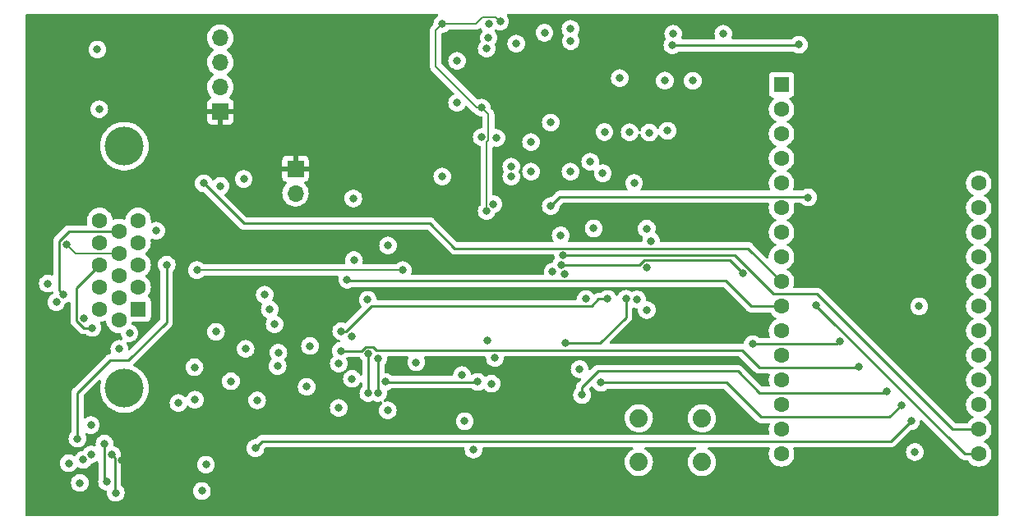
<source format=gbr>
%TF.GenerationSoftware,KiCad,Pcbnew,6.0.11-2627ca5db0~126~ubuntu22.04.1*%
%TF.CreationDate,2023-03-13T11:49:13-04:00*%
%TF.ProjectId,obd-feather,6f62642d-6665-4617-9468-65722e6b6963,1.0*%
%TF.SameCoordinates,Original*%
%TF.FileFunction,Copper,L3,Inr*%
%TF.FilePolarity,Positive*%
%FSLAX46Y46*%
G04 Gerber Fmt 4.6, Leading zero omitted, Abs format (unit mm)*
G04 Created by KiCad (PCBNEW 6.0.11-2627ca5db0~126~ubuntu22.04.1) date 2023-03-13 11:49:13*
%MOMM*%
%LPD*%
G01*
G04 APERTURE LIST*
%TA.AperFunction,ComponentPad*%
%ADD10C,1.879600*%
%TD*%
%TA.AperFunction,ComponentPad*%
%ADD11R,1.700000X1.700000*%
%TD*%
%TA.AperFunction,ComponentPad*%
%ADD12O,1.700000X1.700000*%
%TD*%
%TA.AperFunction,ComponentPad*%
%ADD13R,1.600000X1.600000*%
%TD*%
%TA.AperFunction,ComponentPad*%
%ADD14C,1.600000*%
%TD*%
%TA.AperFunction,ComponentPad*%
%ADD15C,4.000000*%
%TD*%
%TA.AperFunction,ViaPad*%
%ADD16C,0.800000*%
%TD*%
%TA.AperFunction,Conductor*%
%ADD17C,0.250000*%
%TD*%
%TA.AperFunction,Conductor*%
%ADD18C,0.200000*%
%TD*%
G04 APERTURE END LIST*
D10*
%TO.N,+3V3*%
%TO.C,S1*%
X171637600Y-113850000D03*
X178140000Y-113850000D03*
%TO.N,Net-(R1-Pad1)*%
X171637600Y-118371200D03*
X178140000Y-118371200D03*
%TD*%
D11*
%TO.N,+5V*%
%TO.C,U12*%
X128522300Y-82202600D03*
D12*
%TO.N,GND*%
X128522300Y-79662600D03*
%TO.N,+12V*%
X128522300Y-77122600D03*
%TO.N,unconnected-(U12-Pad4)*%
X128522300Y-74582600D03*
%TD*%
D13*
%TO.N,unconnected-(U1-Pad1)*%
%TO.C,U1*%
X186337500Y-79420000D03*
D14*
%TO.N,+3V3*%
X186337500Y-81960000D03*
%TO.N,unconnected-(U1-Pad3)*%
X186337500Y-84500000D03*
%TO.N,GND*%
X186337500Y-87040000D03*
%TO.N,unconnected-(U1-Pad5)*%
X186337500Y-89580000D03*
%TO.N,unconnected-(U1-Pad6)*%
X186337500Y-92120000D03*
%TO.N,unconnected-(U1-Pad7)*%
X186337500Y-94660000D03*
%TO.N,unconnected-(U1-Pad8)*%
X186337500Y-97200000D03*
%TO.N,VBAT_MON*%
X186337500Y-99740000D03*
%TO.N,VJ1850_MON*%
X186337500Y-102280000D03*
%TO.N,SCK*%
X186337500Y-104820000D03*
%TO.N,MOSI*%
X186337500Y-107360000D03*
%TO.N,MISO*%
X186337500Y-109900000D03*
%TO.N,J1850_RX*%
X186337500Y-112440000D03*
%TO.N,J1850_TX*%
X186337500Y-114980000D03*
%TO.N,Net-(R1-Pad1)*%
X186337500Y-117520000D03*
%TO.N,SDA*%
X206657500Y-117520000D03*
%TO.N,SCL*%
X206657500Y-114980000D03*
%TO.N,K_LINE_RX*%
X206657500Y-112440000D03*
%TO.N,K_LINE_TX*%
X206657500Y-109900000D03*
%TO.N,CAN_RX*%
X206657500Y-107360000D03*
%TO.N,CAN_TX*%
X206657500Y-104820000D03*
%TO.N,~{CAN_EN}*%
X206657500Y-102280000D03*
%TO.N,unconnected-(U1-Pad24)*%
X206657500Y-99740000D03*
%TO.N,unconnected-(U1-Pad25)*%
X206657500Y-97200000D03*
%TO.N,unconnected-(U1-Pad26)*%
X206657500Y-94660000D03*
%TO.N,unconnected-(U1-Pad27)*%
X206657500Y-92120000D03*
%TO.N,unconnected-(U1-Pad28)*%
X206657500Y-89580000D03*
%TD*%
D11*
%TO.N,+5V*%
%TO.C,J2*%
X136260000Y-88090000D03*
D12*
%TO.N,GND*%
X136260000Y-90630000D03*
%TD*%
D15*
%TO.N,GND*%
%TO.C,J1*%
X118633342Y-110765651D03*
X118633342Y-85765651D03*
D13*
%TO.N,SW_CAN*%
X120053342Y-102580651D03*
D14*
%TO.N,J1850_BUS+*%
X120053342Y-100290651D03*
%TO.N,MS_CAN_HI*%
X120053342Y-98000651D03*
%TO.N,GND*%
X120053342Y-95710651D03*
X120053342Y-93420651D03*
%TO.N,HS_CAN_HI*%
X118073342Y-103725651D03*
%TO.N,K_LINE*%
X118073342Y-101435651D03*
%TO.N,unconnected-(J1-Pad8)*%
X118073342Y-99145651D03*
%TO.N,J1850_BUS-*%
X118073342Y-96855651D03*
%TO.N,MS_CAN_LO*%
X118073342Y-94565651D03*
%TO.N,unconnected-(J1-Pad11)*%
X116093342Y-102580651D03*
%TO.N,unconnected-(J1-Pad12)*%
X116093342Y-100290651D03*
%TO.N,HS_CAN_LO*%
X116093342Y-98000651D03*
%TO.N,L_LINE*%
X116093342Y-95710651D03*
%TO.N,+BATT*%
X116093342Y-93420651D03*
%TD*%
D16*
%TO.N,CAN_TX*%
X192330000Y-105900000D03*
X183370000Y-106190000D03*
X155030000Y-110090000D03*
X145504500Y-110090000D03*
%TO.N,GND*%
X129610000Y-110030000D03*
%TO.N,K_LINE_RX*%
X198680000Y-112480000D03*
%TO.N,K_LINE_TX*%
X197140000Y-111110000D03*
%TO.N,CAN_RX*%
X194290000Y-108550000D03*
%TO.N,~{CAN_EN}*%
X199690000Y-114140000D03*
%TO.N,+3V3*%
X200510000Y-102290000D03*
%TO.N,GND*%
X154600000Y-117080000D03*
%TO.N,+3V3*%
X200070000Y-117320000D03*
%TO.N,SDA*%
X189910000Y-102220000D03*
X182350000Y-98870000D03*
%TO.N,J1850_TX*%
X189090000Y-91060000D03*
%TO.N,J1850_RX*%
X188130000Y-75290000D03*
%TO.N,+3V3*%
X175180000Y-74170000D03*
%TO.N,J1850_BUS-*%
X152908000Y-76958000D03*
%TO.N,+5V*%
X158000000Y-80800000D03*
X166120000Y-78550000D03*
%TO.N,J1850_RX*%
X175092000Y-75352000D03*
%TO.N,+3V3*%
X174592701Y-84182701D03*
X168100000Y-84300000D03*
X162560000Y-83320000D03*
X156960000Y-84920000D03*
%TO.N,SAE_PWM*%
X177200000Y-79020000D03*
X172900000Y-95560000D03*
%TO.N,ISO_K*%
X171450000Y-101570000D03*
%TO.N,K_LINE_EN*%
X170320000Y-101510000D03*
%TO.N,SW_CAN_LOAD*%
X168430000Y-101540000D03*
%TO.N,CAN_SEL1*%
X166180000Y-101540000D03*
%TO.N,CAN_SEL0*%
X162750000Y-98710000D03*
%TO.N,SW_CAN_MODE0*%
X163580000Y-94964500D03*
%TO.N,SW_CAN_MODE1*%
X166976678Y-94251997D03*
%TO.N,VJ1850_MON*%
X141590000Y-99540000D03*
%TO.N,+3V3*%
X164012299Y-98947701D03*
%TO.N,SDA*%
X163637872Y-98010863D03*
%TO.N,SCL*%
X163830000Y-97030000D03*
%TO.N,GND*%
X172450000Y-94280000D03*
X172495500Y-98267299D03*
X172450000Y-102670000D03*
X130930000Y-89150000D03*
X128540000Y-89870000D03*
%TO.N,VBAT_MON*%
X126810000Y-89590000D03*
%TO.N,GND*%
X142220000Y-91160000D03*
X156000000Y-105780000D03*
%TO.N,K_LINE_TX*%
X165780000Y-111450000D03*
%TO.N,K_LINE_RX*%
X167730000Y-110180000D03*
%TO.N,K_LINE_EN*%
X164040000Y-106080000D03*
%TO.N,GND*%
X156450000Y-110280000D03*
%TO.N,CAN_RX*%
X140920000Y-106890000D03*
%TO.N,SW_CAN_LOAD*%
X140970000Y-104864500D03*
%TO.N,~{CAN_EN}*%
X132130000Y-116930000D03*
%TO.N,ISO_K*%
X153420000Y-109390000D03*
%TO.N,+3V3*%
X145770000Y-113030000D03*
%TO.N,ISO_L*%
X148700000Y-108070000D03*
%TO.N,/ISO K-Line/VBB*%
X156800000Y-107620000D03*
%TO.N,+3V3*%
X165530000Y-108770000D03*
%TO.N,GND*%
X153700000Y-114150000D03*
X143700000Y-101620000D03*
X142290000Y-97520000D03*
%TO.N,SW_CAN*%
X119160000Y-105060000D03*
%TO.N,MS_CAN_HI*%
X123000000Y-98000000D03*
%TO.N,+3V3*%
X142070000Y-105360000D03*
X142074061Y-109777797D03*
X127040000Y-118630000D03*
X128070000Y-104920000D03*
%TO.N,SW_CAN_RX*%
X131120000Y-106670000D03*
%TO.N,SW_CAN_MODE0*%
X134420000Y-108460000D03*
%TO.N,SW_CAN_MODE1*%
X134500500Y-107080000D03*
%TO.N,SW_CAN*%
X125865000Y-108585000D03*
%TO.N,MUX_CAN_RX*%
X125910000Y-111930000D03*
X137750000Y-106390000D03*
%TO.N,MUX_CAN_TX*%
X132310000Y-111990000D03*
X137410000Y-110590000D03*
%TO.N,GND*%
X126620000Y-121350000D03*
%TO.N,+5V*%
X118380000Y-118170000D03*
X117950000Y-114590000D03*
X128400000Y-113760000D03*
%TO.N,+12V*%
X115850000Y-75790000D03*
%TO.N,GND*%
X116050000Y-81950000D03*
X164592000Y-73660000D03*
X114046000Y-120523000D03*
X171150000Y-89570000D03*
X158496000Y-88900000D03*
X115214400Y-117576600D03*
X152908000Y-81280000D03*
X140716000Y-112776000D03*
X140716000Y-108204000D03*
X133096000Y-101092000D03*
X180340000Y-74168000D03*
X166624000Y-87376000D03*
X172720000Y-84360000D03*
X124206000Y-112268000D03*
X145796000Y-96012000D03*
X160528000Y-85344000D03*
X155448000Y-84836000D03*
%TO.N,+3V3*%
X155956000Y-75692000D03*
%TO.N,V_J1850*%
X151384000Y-88900000D03*
%TO.N,K_LINE*%
X114427000Y-103505000D03*
X133608299Y-102611701D03*
%TO.N,L_LINE*%
X118110000Y-106680000D03*
X134112000Y-104140000D03*
X111633000Y-101854000D03*
%TO.N,J1850_BUS+*%
X157353000Y-72898000D03*
X155956000Y-92456000D03*
X126111000Y-98552000D03*
X151384000Y-73152000D03*
X110744000Y-99949000D03*
X155448000Y-81788000D03*
X147320000Y-98552000D03*
%TO.N,J1850_BUS-*%
X112644701Y-95880701D03*
%TO.N,HS_CAN_HI*%
X115189000Y-114554000D03*
%TO.N,HS_CAN_LO*%
X114386893Y-118137169D03*
X115316000Y-104521000D03*
%TO.N,MS_CAN_HI*%
X113792000Y-115951000D03*
%TO.N,MS_CAN_LO*%
X121920000Y-94488000D03*
X112903000Y-118491000D03*
X112357500Y-101073519D03*
%TO.N,SAE_VPW*%
X170688000Y-84328000D03*
X169672000Y-78740000D03*
%TO.N,SAE_PWM*%
X167921974Y-88562626D03*
X158496000Y-87884000D03*
%TO.N,PWM_RX*%
X174320000Y-79000000D03*
X159004000Y-75184000D03*
%TO.N,J1850_TX*%
X162560000Y-91948000D03*
%TO.N,CAN_SEL1*%
X144780000Y-107696000D03*
X117745497Y-121539000D03*
X117348000Y-117602000D03*
X144780000Y-111252000D03*
%TO.N,CAN_SEL0*%
X143764000Y-107188000D03*
X116586000Y-116459000D03*
X143764000Y-111252000D03*
X116840000Y-120396000D03*
%TO.N,Net-(D6-Pad1)*%
X156164677Y-73152000D03*
%TO.N,Net-(D6-Pad2)*%
X156154906Y-74594520D03*
%TO.N,Net-(D7-Pad1)*%
X161919245Y-74060124D03*
%TO.N,Net-(Q6-Pad3)*%
X160528000Y-88392000D03*
X164592000Y-88392000D03*
%TO.N,Net-(Q7-Pad3)*%
X156662755Y-91749245D03*
%TO.N,Net-(R8-Pad2)*%
X164614301Y-74926500D03*
%TD*%
D17*
%TO.N,CAN_TX*%
X192040000Y-106190000D02*
X192330000Y-105900000D01*
X183370000Y-106190000D02*
X192040000Y-106190000D01*
X155005000Y-110115000D02*
X155030000Y-110090000D01*
X145529500Y-110115000D02*
X155005000Y-110115000D01*
X145504500Y-110090000D02*
X145529500Y-110115000D01*
%TO.N,~{CAN_EN}*%
X132130000Y-116930000D02*
X132860000Y-116200000D01*
X132860000Y-116200000D02*
X197630000Y-116200000D01*
X197630000Y-116200000D02*
X199690000Y-114140000D01*
%TO.N,K_LINE_RX*%
X167730000Y-110180000D02*
X180680000Y-110180000D01*
X197460000Y-113700000D02*
X198680000Y-112480000D01*
X180680000Y-110180000D02*
X184200000Y-113700000D01*
X184200000Y-113700000D02*
X197460000Y-113700000D01*
%TO.N,K_LINE_TX*%
X165780000Y-111450000D02*
X165780000Y-110650000D01*
X184020000Y-111200000D02*
X197050000Y-111200000D01*
X165780000Y-110650000D02*
X167440000Y-108990000D01*
X167440000Y-108990000D02*
X181810000Y-108990000D01*
X197050000Y-111200000D02*
X197140000Y-111110000D01*
X181810000Y-108990000D02*
X184020000Y-111200000D01*
%TO.N,CAN_RX*%
X140920000Y-106890000D02*
X143039000Y-106890000D01*
X143039000Y-106890000D02*
X143039000Y-106887695D01*
X143039000Y-106887695D02*
X143469737Y-106456958D01*
X144223043Y-106456958D02*
X144596085Y-106830000D01*
X143469737Y-106456958D02*
X144223043Y-106456958D01*
X144596085Y-106830000D02*
X182250000Y-106830000D01*
X182250000Y-106830000D02*
X184030000Y-108610000D01*
X184030000Y-108610000D02*
X194230000Y-108610000D01*
X194230000Y-108610000D02*
X194290000Y-108550000D01*
%TO.N,K_LINE_EN*%
X164040000Y-106080000D02*
X167650000Y-106080000D01*
X167650000Y-106080000D02*
X170320000Y-103410000D01*
X170320000Y-103410000D02*
X170320000Y-101510000D01*
%TO.N,SDA*%
X189910000Y-102220000D02*
X189910000Y-102230000D01*
X189910000Y-102230000D02*
X205200000Y-117520000D01*
X205200000Y-117520000D02*
X206657500Y-117520000D01*
%TO.N,J1850_TX*%
X189025000Y-90995000D02*
X163513000Y-90995000D01*
X163513000Y-90995000D02*
X162560000Y-91948000D01*
X189090000Y-91060000D02*
X189025000Y-90995000D01*
%TO.N,SCL*%
X163830000Y-97030000D02*
X181540000Y-97030000D01*
X181540000Y-97030000D02*
X185530000Y-101020000D01*
X185530000Y-101020000D02*
X190000000Y-101020000D01*
X190000000Y-101020000D02*
X203960000Y-114980000D01*
X203960000Y-114980000D02*
X206657500Y-114980000D01*
%TO.N,SDA*%
X172195195Y-97542299D02*
X181022299Y-97542299D01*
X171726631Y-98010863D02*
X172195195Y-97542299D01*
X181022299Y-97542299D02*
X182350000Y-98870000D01*
X163637872Y-98010863D02*
X171726631Y-98010863D01*
%TO.N,VJ1850_MON*%
X141590000Y-99540000D02*
X141722701Y-99672701D01*
X141722701Y-99672701D02*
X180602701Y-99672701D01*
X180602701Y-99672701D02*
X183210000Y-102280000D01*
X183210000Y-102280000D02*
X186337500Y-102280000D01*
%TO.N,J1850_RX*%
X188192000Y-75352000D02*
X188130000Y-75290000D01*
X188218000Y-75352000D02*
X188192000Y-75352000D01*
X175092000Y-75352000D02*
X188218000Y-75352000D01*
%TO.N,VBAT_MON*%
X186337500Y-99740000D02*
X182902500Y-96305000D01*
X182902500Y-96305000D02*
X152675000Y-96305000D01*
X150120000Y-93750000D02*
X130960000Y-93750000D01*
X152675000Y-96305000D02*
X150120000Y-93750000D01*
X130960000Y-93750000D02*
X126810000Y-89600000D01*
X126810000Y-89600000D02*
X126810000Y-89590000D01*
%TO.N,SW_CAN_LOAD*%
X140970000Y-104864500D02*
X141480805Y-104864500D01*
X141480805Y-104864500D02*
X144080305Y-102265000D01*
X144080305Y-102265000D02*
X166755000Y-102265000D01*
X166755000Y-102265000D02*
X167480000Y-101540000D01*
X167480000Y-101540000D02*
X168430000Y-101540000D01*
%TO.N,MS_CAN_HI*%
X123000000Y-98000000D02*
X123000000Y-103920000D01*
X123000000Y-103920000D02*
X119070000Y-107850000D01*
X117190000Y-107850000D02*
X113792000Y-111248000D01*
X119070000Y-107850000D02*
X117190000Y-107850000D01*
X113792000Y-111248000D02*
X113792000Y-115951000D01*
%TO.N,CAN_SEL0*%
X116840000Y-120396000D02*
X116586000Y-120142000D01*
X116586000Y-120142000D02*
X116586000Y-116459000D01*
%TO.N,CAN_SEL1*%
X117745497Y-121539000D02*
X117655000Y-121448503D01*
X117655000Y-121448503D02*
X117655000Y-117909000D01*
X117655000Y-117909000D02*
X117348000Y-117602000D01*
D18*
%TO.N,J1850_BUS+*%
X150684489Y-77505748D02*
X154966741Y-81788000D01*
X151384000Y-73152000D02*
X154813000Y-73152000D01*
X150684489Y-73851511D02*
X150684489Y-77505748D01*
X156907489Y-72452489D02*
X157353000Y-72898000D01*
X155448000Y-72517000D02*
X155512511Y-72452489D01*
X151384000Y-73152000D02*
X150684489Y-73851511D01*
X147320000Y-98552000D02*
X126111000Y-98552000D01*
X156147511Y-82487511D02*
X155448000Y-81788000D01*
X154813000Y-73152000D02*
X155448000Y-72517000D01*
X155956000Y-85317259D02*
X156147511Y-85125748D01*
X156147511Y-85125748D02*
X156147511Y-82487511D01*
X154966741Y-81788000D02*
X155448000Y-81788000D01*
X155512511Y-72452489D02*
X156907489Y-72452489D01*
X155956000Y-92456000D02*
X155956000Y-85317259D01*
%TO.N,J1850_BUS-*%
X112644701Y-95880701D02*
X113619651Y-96855651D01*
X113619651Y-96855651D02*
X118073342Y-96855651D01*
D17*
%TO.N,HS_CAN_LO*%
X113702489Y-100391504D02*
X116093342Y-98000651D01*
X115316000Y-104521000D02*
X114418386Y-104521000D01*
X114418386Y-104521000D02*
X113702489Y-103805103D01*
X113702489Y-103805103D02*
X113702489Y-100391504D01*
%TO.N,MS_CAN_LO*%
X111920190Y-95580598D02*
X112935137Y-94565651D01*
X112935137Y-94565651D02*
X118073342Y-94565651D01*
X111920190Y-100636209D02*
X111920190Y-95580598D01*
X112357500Y-101073519D02*
X111920190Y-100636209D01*
%TO.N,CAN_SEL1*%
X144780000Y-111252000D02*
X144780000Y-107696000D01*
%TO.N,CAN_SEL0*%
X143764000Y-107188000D02*
X143764000Y-111252000D01*
%TD*%
%TA.AperFunction,Conductor*%
%TO.N,+5V*%
G36*
X150916416Y-72156502D02*
G01*
X150962909Y-72210158D01*
X150973013Y-72280432D01*
X150943519Y-72345012D01*
X150922356Y-72364436D01*
X150772747Y-72473134D01*
X150768326Y-72478044D01*
X150768325Y-72478045D01*
X150711982Y-72540621D01*
X150644960Y-72615056D01*
X150549473Y-72780444D01*
X150490458Y-72962072D01*
X150489768Y-72968633D01*
X150489768Y-72968635D01*
X150487938Y-72986045D01*
X150470496Y-73152000D01*
X150470684Y-73153786D01*
X150451184Y-73220196D01*
X150434281Y-73241170D01*
X150288259Y-73387192D01*
X150275868Y-73398059D01*
X150257057Y-73412494D01*
X150250502Y-73417524D01*
X150226015Y-73449436D01*
X150226012Y-73449439D01*
X150226006Y-73449447D01*
X150165041Y-73528898D01*
X150152965Y-73544635D01*
X150092571Y-73690439D01*
X150091651Y-73692661D01*
X150075989Y-73811626D01*
X150075989Y-73811631D01*
X150070739Y-73851511D01*
X150074070Y-73876810D01*
X150074911Y-73883201D01*
X150075989Y-73899647D01*
X150075989Y-77457612D01*
X150074911Y-77474055D01*
X150070739Y-77505748D01*
X150075989Y-77545628D01*
X150075989Y-77545633D01*
X150085988Y-77621585D01*
X150091651Y-77664599D01*
X150152965Y-77812624D01*
X150157992Y-77819175D01*
X150157993Y-77819177D01*
X150226009Y-77907817D01*
X150226015Y-77907823D01*
X150250502Y-77939735D01*
X150257057Y-77944765D01*
X150275868Y-77959200D01*
X150288259Y-77970067D01*
X152567821Y-80249629D01*
X152601847Y-80311941D01*
X152596782Y-80382756D01*
X152554235Y-80439592D01*
X152529974Y-80453831D01*
X152457281Y-80486195D01*
X152457274Y-80486199D01*
X152451248Y-80488882D01*
X152296747Y-80601134D01*
X152292326Y-80606044D01*
X152292325Y-80606045D01*
X152185355Y-80724848D01*
X152168960Y-80743056D01*
X152158051Y-80761951D01*
X152080699Y-80895929D01*
X152073473Y-80908444D01*
X152014458Y-81090072D01*
X152013768Y-81096633D01*
X152013768Y-81096635D01*
X152012174Y-81111803D01*
X151994496Y-81280000D01*
X151995186Y-81286565D01*
X152009082Y-81418774D01*
X152014458Y-81469928D01*
X152073473Y-81651556D01*
X152168960Y-81816944D01*
X152173378Y-81821851D01*
X152173379Y-81821852D01*
X152282853Y-81943435D01*
X152296747Y-81958866D01*
X152385289Y-82023196D01*
X152420112Y-82048496D01*
X152451248Y-82071118D01*
X152457276Y-82073802D01*
X152457278Y-82073803D01*
X152619681Y-82146109D01*
X152625712Y-82148794D01*
X152719112Y-82168647D01*
X152806056Y-82187128D01*
X152806061Y-82187128D01*
X152812513Y-82188500D01*
X153003487Y-82188500D01*
X153009939Y-82187128D01*
X153009944Y-82187128D01*
X153096887Y-82168647D01*
X153190288Y-82148794D01*
X153196319Y-82146109D01*
X153358722Y-82073803D01*
X153358724Y-82073802D01*
X153364752Y-82071118D01*
X153395889Y-82048496D01*
X153430711Y-82023196D01*
X153519253Y-81958866D01*
X153533147Y-81943435D01*
X153642621Y-81821852D01*
X153642622Y-81821851D01*
X153647040Y-81816944D01*
X153742527Y-81651556D01*
X153744664Y-81652790D01*
X153783410Y-81607200D01*
X153851336Y-81586547D01*
X153919646Y-81605896D01*
X153941638Y-81623446D01*
X154502426Y-82184234D01*
X154513293Y-82196625D01*
X154532754Y-82221987D01*
X154539304Y-82227013D01*
X154564662Y-82246471D01*
X154564678Y-82246485D01*
X154626025Y-82293557D01*
X154659865Y-82319524D01*
X154702243Y-82337078D01*
X154704037Y-82337821D01*
X154749454Y-82369918D01*
X154831533Y-82461075D01*
X154836747Y-82466866D01*
X154842086Y-82470745D01*
X154931416Y-82535647D01*
X154991248Y-82579118D01*
X154997276Y-82581802D01*
X154997278Y-82581803D01*
X155141569Y-82646045D01*
X155165712Y-82656794D01*
X155259112Y-82676647D01*
X155346056Y-82695128D01*
X155346061Y-82695128D01*
X155352513Y-82696500D01*
X155413011Y-82696500D01*
X155481132Y-82716502D01*
X155527625Y-82770158D01*
X155539011Y-82822500D01*
X155539011Y-83801500D01*
X155519009Y-83869621D01*
X155465353Y-83916114D01*
X155413011Y-83927500D01*
X155352513Y-83927500D01*
X155346061Y-83928872D01*
X155346056Y-83928872D01*
X155259112Y-83947353D01*
X155165712Y-83967206D01*
X155159682Y-83969891D01*
X155159681Y-83969891D01*
X154997278Y-84042197D01*
X154997276Y-84042198D01*
X154991248Y-84044882D01*
X154836747Y-84157134D01*
X154832326Y-84162044D01*
X154832325Y-84162045D01*
X154733400Y-84271913D01*
X154708960Y-84299056D01*
X154613473Y-84464444D01*
X154554458Y-84646072D01*
X154553768Y-84652633D01*
X154553768Y-84652635D01*
X154544872Y-84737279D01*
X154534496Y-84836000D01*
X154535186Y-84842565D01*
X154552863Y-85010749D01*
X154554458Y-85025928D01*
X154613473Y-85207556D01*
X154616776Y-85213278D01*
X154616777Y-85213279D01*
X154625735Y-85228794D01*
X154708960Y-85372944D01*
X154713378Y-85377851D01*
X154713379Y-85377852D01*
X154779445Y-85451226D01*
X154836747Y-85514866D01*
X154991248Y-85627118D01*
X154997276Y-85629802D01*
X154997278Y-85629803D01*
X155159681Y-85702109D01*
X155165712Y-85704794D01*
X155172167Y-85706166D01*
X155172170Y-85706167D01*
X155225491Y-85717500D01*
X155247696Y-85722220D01*
X155310170Y-85755948D01*
X155344491Y-85818097D01*
X155347500Y-85845467D01*
X155347500Y-91725710D01*
X155327498Y-91793831D01*
X155315136Y-91810020D01*
X155236914Y-91896895D01*
X155216960Y-91919056D01*
X155121473Y-92084444D01*
X155062458Y-92266072D01*
X155061768Y-92272633D01*
X155061768Y-92272635D01*
X155059828Y-92291097D01*
X155042496Y-92456000D01*
X155043186Y-92462565D01*
X155060863Y-92630749D01*
X155062458Y-92645928D01*
X155121473Y-92827556D01*
X155216960Y-92992944D01*
X155344747Y-93134866D01*
X155403571Y-93177604D01*
X155487856Y-93238841D01*
X155499248Y-93247118D01*
X155505276Y-93249802D01*
X155505278Y-93249803D01*
X155667681Y-93322109D01*
X155673712Y-93324794D01*
X155761702Y-93343497D01*
X155854056Y-93363128D01*
X155854061Y-93363128D01*
X155860513Y-93364500D01*
X156051487Y-93364500D01*
X156057939Y-93363128D01*
X156057944Y-93363128D01*
X156150298Y-93343497D01*
X156238288Y-93324794D01*
X156244319Y-93322109D01*
X156406722Y-93249803D01*
X156406724Y-93249802D01*
X156412752Y-93247118D01*
X156424145Y-93238841D01*
X156508429Y-93177604D01*
X156567253Y-93134866D01*
X156695040Y-92992944D01*
X156790527Y-92827556D01*
X156829711Y-92706961D01*
X156869785Y-92648356D01*
X156923345Y-92622652D01*
X156938580Y-92619413D01*
X156938582Y-92619412D01*
X156945043Y-92618039D01*
X156951074Y-92615354D01*
X157113477Y-92543048D01*
X157113479Y-92543047D01*
X157119507Y-92540363D01*
X157274008Y-92428111D01*
X157401795Y-92286189D01*
X157491183Y-92131365D01*
X157493978Y-92126524D01*
X157493979Y-92126523D01*
X157497282Y-92120801D01*
X157556297Y-91939173D01*
X157557811Y-91924774D01*
X157575569Y-91755810D01*
X157576259Y-91749245D01*
X157568568Y-91676067D01*
X157556987Y-91565880D01*
X157556987Y-91565878D01*
X157556297Y-91559317D01*
X157497282Y-91377689D01*
X157401795Y-91212301D01*
X157284374Y-91081891D01*
X157278430Y-91075290D01*
X157278429Y-91075289D01*
X157274008Y-91070379D01*
X157119507Y-90958127D01*
X157113479Y-90955443D01*
X157113477Y-90955442D01*
X156951074Y-90883136D01*
X156951073Y-90883136D01*
X156945043Y-90880451D01*
X156851643Y-90860598D01*
X156764699Y-90842117D01*
X156764694Y-90842117D01*
X156758242Y-90840745D01*
X156690500Y-90840745D01*
X156622379Y-90820743D01*
X156575886Y-90767087D01*
X156564500Y-90714745D01*
X156564500Y-88900000D01*
X157582496Y-88900000D01*
X157583186Y-88906565D01*
X157600863Y-89074749D01*
X157602458Y-89089928D01*
X157661473Y-89271556D01*
X157664776Y-89277278D01*
X157664777Y-89277279D01*
X157684863Y-89312069D01*
X157756960Y-89436944D01*
X157761378Y-89441851D01*
X157761379Y-89441852D01*
X157792832Y-89476784D01*
X157884747Y-89578866D01*
X157928473Y-89610635D01*
X158033078Y-89686635D01*
X158039248Y-89691118D01*
X158045276Y-89693802D01*
X158045278Y-89693803D01*
X158207681Y-89766109D01*
X158213712Y-89768794D01*
X158295629Y-89786206D01*
X158394056Y-89807128D01*
X158394061Y-89807128D01*
X158400513Y-89808500D01*
X158591487Y-89808500D01*
X158597939Y-89807128D01*
X158597944Y-89807128D01*
X158696371Y-89786206D01*
X158778288Y-89768794D01*
X158784319Y-89766109D01*
X158946722Y-89693803D01*
X158946724Y-89693802D01*
X158952752Y-89691118D01*
X158958923Y-89686635D01*
X159063527Y-89610635D01*
X159107253Y-89578866D01*
X159199168Y-89476784D01*
X159230621Y-89441852D01*
X159230622Y-89441851D01*
X159235040Y-89436944D01*
X159307137Y-89312069D01*
X159327223Y-89277279D01*
X159327224Y-89277278D01*
X159330527Y-89271556D01*
X159389542Y-89089928D01*
X159391138Y-89074749D01*
X159408814Y-88906565D01*
X159409504Y-88900000D01*
X159391826Y-88731803D01*
X159390232Y-88716635D01*
X159390232Y-88716633D01*
X159389542Y-88710072D01*
X159330527Y-88528444D01*
X159288124Y-88455000D01*
X159272840Y-88392000D01*
X159614496Y-88392000D01*
X159634458Y-88581928D01*
X159693473Y-88763556D01*
X159696776Y-88769278D01*
X159696777Y-88769279D01*
X159716109Y-88802763D01*
X159788960Y-88928944D01*
X159793378Y-88933851D01*
X159793379Y-88933852D01*
X159882703Y-89033056D01*
X159916747Y-89070866D01*
X160071248Y-89183118D01*
X160077276Y-89185802D01*
X160077278Y-89185803D01*
X160211080Y-89245375D01*
X160245712Y-89260794D01*
X160339112Y-89280647D01*
X160426056Y-89299128D01*
X160426061Y-89299128D01*
X160432513Y-89300500D01*
X160623487Y-89300500D01*
X160629939Y-89299128D01*
X160629944Y-89299128D01*
X160716888Y-89280647D01*
X160810288Y-89260794D01*
X160844920Y-89245375D01*
X160978722Y-89185803D01*
X160978724Y-89185802D01*
X160984752Y-89183118D01*
X161139253Y-89070866D01*
X161173297Y-89033056D01*
X161262621Y-88933852D01*
X161262622Y-88933851D01*
X161267040Y-88928944D01*
X161339891Y-88802763D01*
X161359223Y-88769279D01*
X161359224Y-88769278D01*
X161362527Y-88763556D01*
X161421542Y-88581928D01*
X161441504Y-88392000D01*
X163678496Y-88392000D01*
X163698458Y-88581928D01*
X163757473Y-88763556D01*
X163760776Y-88769278D01*
X163760777Y-88769279D01*
X163780109Y-88802763D01*
X163852960Y-88928944D01*
X163857378Y-88933851D01*
X163857379Y-88933852D01*
X163946703Y-89033056D01*
X163980747Y-89070866D01*
X164135248Y-89183118D01*
X164141276Y-89185802D01*
X164141278Y-89185803D01*
X164275080Y-89245375D01*
X164309712Y-89260794D01*
X164403112Y-89280647D01*
X164490056Y-89299128D01*
X164490061Y-89299128D01*
X164496513Y-89300500D01*
X164687487Y-89300500D01*
X164693939Y-89299128D01*
X164693944Y-89299128D01*
X164780888Y-89280647D01*
X164874288Y-89260794D01*
X164908920Y-89245375D01*
X165042722Y-89185803D01*
X165042724Y-89185802D01*
X165048752Y-89183118D01*
X165203253Y-89070866D01*
X165237297Y-89033056D01*
X165326621Y-88933852D01*
X165326622Y-88933851D01*
X165331040Y-88928944D01*
X165403891Y-88802763D01*
X165423223Y-88769279D01*
X165423224Y-88769278D01*
X165426527Y-88763556D01*
X165485542Y-88581928D01*
X165505504Y-88392000D01*
X165501741Y-88356197D01*
X165486232Y-88208635D01*
X165486232Y-88208633D01*
X165485542Y-88202072D01*
X165426527Y-88020444D01*
X165331040Y-87855056D01*
X165312378Y-87834329D01*
X165207675Y-87718045D01*
X165207674Y-87718044D01*
X165203253Y-87713134D01*
X165048752Y-87600882D01*
X165042724Y-87598198D01*
X165042722Y-87598197D01*
X164880319Y-87525891D01*
X164880318Y-87525891D01*
X164874288Y-87523206D01*
X164780887Y-87503353D01*
X164693944Y-87484872D01*
X164693939Y-87484872D01*
X164687487Y-87483500D01*
X164496513Y-87483500D01*
X164490061Y-87484872D01*
X164490056Y-87484872D01*
X164403113Y-87503353D01*
X164309712Y-87523206D01*
X164303682Y-87525891D01*
X164303681Y-87525891D01*
X164141278Y-87598197D01*
X164141276Y-87598198D01*
X164135248Y-87600882D01*
X163980747Y-87713134D01*
X163976326Y-87718044D01*
X163976325Y-87718045D01*
X163871623Y-87834329D01*
X163852960Y-87855056D01*
X163757473Y-88020444D01*
X163698458Y-88202072D01*
X163697768Y-88208633D01*
X163697768Y-88208635D01*
X163682259Y-88356197D01*
X163678496Y-88392000D01*
X161441504Y-88392000D01*
X161437741Y-88356197D01*
X161422232Y-88208635D01*
X161422232Y-88208633D01*
X161421542Y-88202072D01*
X161362527Y-88020444D01*
X161267040Y-87855056D01*
X161248378Y-87834329D01*
X161143675Y-87718045D01*
X161143674Y-87718044D01*
X161139253Y-87713134D01*
X160984752Y-87600882D01*
X160978724Y-87598198D01*
X160978722Y-87598197D01*
X160816319Y-87525891D01*
X160816318Y-87525891D01*
X160810288Y-87523206D01*
X160716887Y-87503353D01*
X160629944Y-87484872D01*
X160629939Y-87484872D01*
X160623487Y-87483500D01*
X160432513Y-87483500D01*
X160426061Y-87484872D01*
X160426056Y-87484872D01*
X160339113Y-87503353D01*
X160245712Y-87523206D01*
X160239682Y-87525891D01*
X160239681Y-87525891D01*
X160077278Y-87598197D01*
X160077276Y-87598198D01*
X160071248Y-87600882D01*
X159916747Y-87713134D01*
X159912326Y-87718044D01*
X159912325Y-87718045D01*
X159807623Y-87834329D01*
X159788960Y-87855056D01*
X159693473Y-88020444D01*
X159634458Y-88202072D01*
X159633768Y-88208633D01*
X159633768Y-88208635D01*
X159618259Y-88356197D01*
X159614496Y-88392000D01*
X159272840Y-88392000D01*
X159271386Y-88386005D01*
X159288124Y-88329000D01*
X159327223Y-88261279D01*
X159327224Y-88261278D01*
X159330527Y-88255556D01*
X159389542Y-88073928D01*
X159391138Y-88058749D01*
X159408814Y-87890565D01*
X159409504Y-87884000D01*
X159402555Y-87817885D01*
X159390232Y-87700635D01*
X159390232Y-87700633D01*
X159389542Y-87694072D01*
X159330527Y-87512444D01*
X159251751Y-87376000D01*
X165710496Y-87376000D01*
X165711186Y-87382564D01*
X165711186Y-87382565D01*
X165725824Y-87521834D01*
X165730458Y-87565928D01*
X165789473Y-87747556D01*
X165792776Y-87753278D01*
X165792777Y-87753279D01*
X165803302Y-87771508D01*
X165884960Y-87912944D01*
X166012747Y-88054866D01*
X166167248Y-88167118D01*
X166173276Y-88169802D01*
X166173278Y-88169803D01*
X166335681Y-88242109D01*
X166341712Y-88244794D01*
X166435112Y-88264647D01*
X166522056Y-88283128D01*
X166522061Y-88283128D01*
X166528513Y-88284500D01*
X166719487Y-88284500D01*
X166725940Y-88283128D01*
X166725953Y-88283127D01*
X166875339Y-88251373D01*
X166946129Y-88256774D01*
X167002762Y-88299591D01*
X167027256Y-88366228D01*
X167026846Y-88387788D01*
X167008470Y-88562626D01*
X167009160Y-88569191D01*
X167026661Y-88735700D01*
X167028432Y-88752554D01*
X167087447Y-88934182D01*
X167182934Y-89099570D01*
X167187352Y-89104477D01*
X167187353Y-89104478D01*
X167300705Y-89230368D01*
X167310721Y-89241492D01*
X167385365Y-89295724D01*
X167444618Y-89338774D01*
X167465222Y-89353744D01*
X167471250Y-89356428D01*
X167471252Y-89356429D01*
X167633655Y-89428735D01*
X167639686Y-89431420D01*
X167712871Y-89446976D01*
X167820030Y-89469754D01*
X167820035Y-89469754D01*
X167826487Y-89471126D01*
X168017461Y-89471126D01*
X168023913Y-89469754D01*
X168023918Y-89469754D01*
X168131077Y-89446976D01*
X168204262Y-89431420D01*
X168210293Y-89428735D01*
X168372696Y-89356429D01*
X168372698Y-89356428D01*
X168378726Y-89353744D01*
X168399331Y-89338774D01*
X168458583Y-89295724D01*
X168533227Y-89241492D01*
X168543243Y-89230368D01*
X168656595Y-89104478D01*
X168656596Y-89104477D01*
X168661014Y-89099570D01*
X168756501Y-88934182D01*
X168815516Y-88752554D01*
X168817288Y-88735700D01*
X168834788Y-88569191D01*
X168835478Y-88562626D01*
X168822606Y-88440151D01*
X168816206Y-88379261D01*
X168816206Y-88379259D01*
X168815516Y-88372698D01*
X168756501Y-88191070D01*
X168744223Y-88169803D01*
X168707499Y-88106197D01*
X168661014Y-88025682D01*
X168630237Y-87991500D01*
X168537649Y-87888671D01*
X168537648Y-87888670D01*
X168533227Y-87883760D01*
X168378726Y-87771508D01*
X168372698Y-87768824D01*
X168372696Y-87768823D01*
X168210293Y-87696517D01*
X168210292Y-87696517D01*
X168204262Y-87693832D01*
X168110861Y-87673979D01*
X168023918Y-87655498D01*
X168023913Y-87655498D01*
X168017461Y-87654126D01*
X167826487Y-87654126D01*
X167820034Y-87655498D01*
X167820021Y-87655499D01*
X167670635Y-87687253D01*
X167599845Y-87681852D01*
X167543212Y-87639035D01*
X167518718Y-87572398D01*
X167519128Y-87550836D01*
X167536814Y-87382564D01*
X167537504Y-87376000D01*
X167520062Y-87210045D01*
X167518232Y-87192635D01*
X167518232Y-87192633D01*
X167517542Y-87186072D01*
X167458527Y-87004444D01*
X167444338Y-86979867D01*
X167366341Y-86844774D01*
X167363040Y-86839056D01*
X167338601Y-86811913D01*
X167239675Y-86702045D01*
X167239674Y-86702044D01*
X167235253Y-86697134D01*
X167080752Y-86584882D01*
X167074724Y-86582198D01*
X167074722Y-86582197D01*
X166912319Y-86509891D01*
X166912318Y-86509891D01*
X166906288Y-86507206D01*
X166812887Y-86487353D01*
X166725944Y-86468872D01*
X166725939Y-86468872D01*
X166719487Y-86467500D01*
X166528513Y-86467500D01*
X166522061Y-86468872D01*
X166522056Y-86468872D01*
X166435113Y-86487353D01*
X166341712Y-86507206D01*
X166335682Y-86509891D01*
X166335681Y-86509891D01*
X166173278Y-86582197D01*
X166173276Y-86582198D01*
X166167248Y-86584882D01*
X166012747Y-86697134D01*
X166008326Y-86702044D01*
X166008325Y-86702045D01*
X165909400Y-86811913D01*
X165884960Y-86839056D01*
X165881659Y-86844774D01*
X165803663Y-86979867D01*
X165789473Y-87004444D01*
X165730458Y-87186072D01*
X165729768Y-87192633D01*
X165729768Y-87192635D01*
X165727938Y-87210045D01*
X165710496Y-87376000D01*
X159251751Y-87376000D01*
X159235040Y-87347056D01*
X159107253Y-87205134D01*
X158952752Y-87092882D01*
X158946724Y-87090198D01*
X158946722Y-87090197D01*
X158784319Y-87017891D01*
X158784318Y-87017891D01*
X158778288Y-87015206D01*
X158684887Y-86995353D01*
X158597944Y-86976872D01*
X158597939Y-86976872D01*
X158591487Y-86975500D01*
X158400513Y-86975500D01*
X158394061Y-86976872D01*
X158394056Y-86976872D01*
X158307113Y-86995353D01*
X158213712Y-87015206D01*
X158207682Y-87017891D01*
X158207681Y-87017891D01*
X158045278Y-87090197D01*
X158045276Y-87090198D01*
X158039248Y-87092882D01*
X157884747Y-87205134D01*
X157756960Y-87347056D01*
X157661473Y-87512444D01*
X157602458Y-87694072D01*
X157601768Y-87700633D01*
X157601768Y-87700635D01*
X157589445Y-87817885D01*
X157582496Y-87884000D01*
X157583186Y-87890565D01*
X157600863Y-88058749D01*
X157602458Y-88073928D01*
X157661473Y-88255556D01*
X157664776Y-88261278D01*
X157664777Y-88261279D01*
X157703876Y-88329000D01*
X157720614Y-88397995D01*
X157703876Y-88455000D01*
X157661473Y-88528444D01*
X157602458Y-88710072D01*
X157601768Y-88716633D01*
X157601768Y-88716635D01*
X157600174Y-88731803D01*
X157582496Y-88900000D01*
X156564500Y-88900000D01*
X156564500Y-85920328D01*
X156584502Y-85852207D01*
X156638158Y-85805714D01*
X156708432Y-85795610D01*
X156716697Y-85797081D01*
X156858056Y-85827128D01*
X156858061Y-85827128D01*
X156864513Y-85828500D01*
X157055487Y-85828500D01*
X157061939Y-85827128D01*
X157061944Y-85827128D01*
X157148887Y-85808647D01*
X157242288Y-85788794D01*
X157248319Y-85786109D01*
X157410722Y-85713803D01*
X157410724Y-85713802D01*
X157416752Y-85711118D01*
X157423567Y-85706167D01*
X157472157Y-85670864D01*
X157571253Y-85598866D01*
X157624071Y-85540206D01*
X157694621Y-85461852D01*
X157694622Y-85461851D01*
X157699040Y-85456944D01*
X157764248Y-85344000D01*
X159614496Y-85344000D01*
X159615186Y-85350565D01*
X159632863Y-85518749D01*
X159634458Y-85533928D01*
X159693473Y-85715556D01*
X159696776Y-85721278D01*
X159696777Y-85721279D01*
X159706656Y-85738389D01*
X159788960Y-85880944D01*
X159916747Y-86022866D01*
X160071248Y-86135118D01*
X160077276Y-86137802D01*
X160077278Y-86137803D01*
X160198565Y-86191803D01*
X160245712Y-86212794D01*
X160339113Y-86232647D01*
X160426056Y-86251128D01*
X160426061Y-86251128D01*
X160432513Y-86252500D01*
X160623487Y-86252500D01*
X160629939Y-86251128D01*
X160629944Y-86251128D01*
X160716887Y-86232647D01*
X160810288Y-86212794D01*
X160857435Y-86191803D01*
X160978722Y-86137803D01*
X160978724Y-86137802D01*
X160984752Y-86135118D01*
X161139253Y-86022866D01*
X161267040Y-85880944D01*
X161349344Y-85738389D01*
X161359223Y-85721279D01*
X161359224Y-85721278D01*
X161362527Y-85715556D01*
X161421542Y-85533928D01*
X161423138Y-85518749D01*
X161440814Y-85350565D01*
X161441504Y-85344000D01*
X161440814Y-85337435D01*
X161422232Y-85160635D01*
X161422232Y-85160633D01*
X161421542Y-85154072D01*
X161362527Y-84972444D01*
X161267040Y-84807056D01*
X161197724Y-84730072D01*
X161143675Y-84670045D01*
X161143674Y-84670044D01*
X161139253Y-84665134D01*
X160984752Y-84552882D01*
X160978724Y-84550198D01*
X160978722Y-84550197D01*
X160816319Y-84477891D01*
X160816318Y-84477891D01*
X160810288Y-84475206D01*
X160716888Y-84455353D01*
X160629944Y-84436872D01*
X160629939Y-84436872D01*
X160623487Y-84435500D01*
X160432513Y-84435500D01*
X160426061Y-84436872D01*
X160426056Y-84436872D01*
X160339112Y-84455353D01*
X160245712Y-84475206D01*
X160239682Y-84477891D01*
X160239681Y-84477891D01*
X160077278Y-84550197D01*
X160077276Y-84550198D01*
X160071248Y-84552882D01*
X159916747Y-84665134D01*
X159912326Y-84670044D01*
X159912325Y-84670045D01*
X159858277Y-84730072D01*
X159788960Y-84807056D01*
X159693473Y-84972444D01*
X159634458Y-85154072D01*
X159633768Y-85160633D01*
X159633768Y-85160635D01*
X159615186Y-85337435D01*
X159614496Y-85344000D01*
X157764248Y-85344000D01*
X157794527Y-85291556D01*
X157853542Y-85109928D01*
X157855655Y-85089829D01*
X157872814Y-84926565D01*
X157873504Y-84920000D01*
X157867771Y-84865450D01*
X157854232Y-84736635D01*
X157854232Y-84736633D01*
X157853542Y-84730072D01*
X157794527Y-84548444D01*
X157699040Y-84383056D01*
X157689652Y-84372629D01*
X157624256Y-84300000D01*
X167186496Y-84300000D01*
X167187186Y-84306565D01*
X167204911Y-84475206D01*
X167206458Y-84489928D01*
X167265473Y-84671556D01*
X167360960Y-84836944D01*
X167365378Y-84841851D01*
X167365379Y-84841852D01*
X167484203Y-84973819D01*
X167488747Y-84978866D01*
X167643248Y-85091118D01*
X167649276Y-85093802D01*
X167649278Y-85093803D01*
X167811681Y-85166109D01*
X167817712Y-85168794D01*
X167911113Y-85188647D01*
X167998056Y-85207128D01*
X167998061Y-85207128D01*
X168004513Y-85208500D01*
X168195487Y-85208500D01*
X168201939Y-85207128D01*
X168201944Y-85207128D01*
X168288888Y-85188647D01*
X168382288Y-85168794D01*
X168388319Y-85166109D01*
X168550722Y-85093803D01*
X168550724Y-85093802D01*
X168556752Y-85091118D01*
X168711253Y-84978866D01*
X168715797Y-84973819D01*
X168834621Y-84841852D01*
X168834622Y-84841851D01*
X168839040Y-84836944D01*
X168934527Y-84671556D01*
X168993542Y-84489928D01*
X168995090Y-84475206D01*
X169010561Y-84328000D01*
X169774496Y-84328000D01*
X169775186Y-84334565D01*
X169789824Y-84473834D01*
X169794458Y-84517928D01*
X169853473Y-84699556D01*
X169856776Y-84705278D01*
X169856777Y-84705279D01*
X169868321Y-84725274D01*
X169948960Y-84864944D01*
X169953378Y-84869851D01*
X169953379Y-84869852D01*
X170004444Y-84926565D01*
X170076747Y-85006866D01*
X170231248Y-85119118D01*
X170237276Y-85121802D01*
X170237278Y-85121803D01*
X170345904Y-85170166D01*
X170405712Y-85196794D01*
X170499113Y-85216647D01*
X170586056Y-85235128D01*
X170586061Y-85235128D01*
X170592513Y-85236500D01*
X170783487Y-85236500D01*
X170789939Y-85235128D01*
X170789944Y-85235128D01*
X170876888Y-85216647D01*
X170970288Y-85196794D01*
X171030096Y-85170166D01*
X171138722Y-85121803D01*
X171138724Y-85121802D01*
X171144752Y-85119118D01*
X171299253Y-85006866D01*
X171371556Y-84926565D01*
X171422621Y-84869852D01*
X171422622Y-84869851D01*
X171427040Y-84864944D01*
X171507679Y-84725274D01*
X171519223Y-84705279D01*
X171519224Y-84705278D01*
X171522527Y-84699556D01*
X171580875Y-84519979D01*
X171620949Y-84461374D01*
X171686345Y-84433737D01*
X171756302Y-84445844D01*
X171808608Y-84493850D01*
X171823142Y-84537166D01*
X171824394Y-84536900D01*
X171825768Y-84543364D01*
X171826458Y-84549928D01*
X171885473Y-84731556D01*
X171980960Y-84896944D01*
X171985378Y-84901851D01*
X171985379Y-84901852D01*
X172102750Y-85032206D01*
X172108747Y-85038866D01*
X172180780Y-85091201D01*
X172254112Y-85144480D01*
X172263248Y-85151118D01*
X172269276Y-85153802D01*
X172269278Y-85153803D01*
X172431681Y-85226109D01*
X172437712Y-85228794D01*
X172531113Y-85248647D01*
X172618056Y-85267128D01*
X172618061Y-85267128D01*
X172624513Y-85268500D01*
X172815487Y-85268500D01*
X172821939Y-85267128D01*
X172821944Y-85267128D01*
X172908888Y-85248647D01*
X173002288Y-85228794D01*
X173008319Y-85226109D01*
X173170722Y-85153803D01*
X173170724Y-85153802D01*
X173176752Y-85151118D01*
X173185889Y-85144480D01*
X173259220Y-85091201D01*
X173331253Y-85038866D01*
X173337250Y-85032206D01*
X173454621Y-84901852D01*
X173454622Y-84901851D01*
X173459040Y-84896944D01*
X173554527Y-84731556D01*
X173577274Y-84661548D01*
X173617348Y-84602943D01*
X173682745Y-84575306D01*
X173752701Y-84587413D01*
X173806226Y-84637485D01*
X173853661Y-84719645D01*
X173858079Y-84724552D01*
X173858080Y-84724553D01*
X173965773Y-84844158D01*
X173981448Y-84861567D01*
X174135949Y-84973819D01*
X174141977Y-84976503D01*
X174141979Y-84976504D01*
X174290769Y-85042749D01*
X174310413Y-85051495D01*
X174403814Y-85071348D01*
X174490757Y-85089829D01*
X174490762Y-85089829D01*
X174497214Y-85091201D01*
X174688188Y-85091201D01*
X174694640Y-85089829D01*
X174694645Y-85089829D01*
X174781588Y-85071348D01*
X174874989Y-85051495D01*
X174894633Y-85042749D01*
X175043423Y-84976504D01*
X175043425Y-84976503D01*
X175049453Y-84973819D01*
X175203954Y-84861567D01*
X175219629Y-84844158D01*
X175327322Y-84724553D01*
X175327323Y-84724552D01*
X175331741Y-84719645D01*
X175427228Y-84554257D01*
X175430977Y-84542721D01*
X175484203Y-84378907D01*
X175486243Y-84372629D01*
X175487571Y-84360000D01*
X175505515Y-84189266D01*
X175506205Y-84182701D01*
X175500855Y-84131794D01*
X175486933Y-83999336D01*
X175486933Y-83999334D01*
X175486243Y-83992773D01*
X175427228Y-83811145D01*
X175421660Y-83801500D01*
X175340086Y-83660211D01*
X175331741Y-83645757D01*
X175309571Y-83621134D01*
X175208376Y-83508746D01*
X175208375Y-83508745D01*
X175203954Y-83503835D01*
X175049453Y-83391583D01*
X175043425Y-83388899D01*
X175043423Y-83388898D01*
X174881020Y-83316592D01*
X174881019Y-83316592D01*
X174874989Y-83313907D01*
X174765593Y-83290654D01*
X174694645Y-83275573D01*
X174694640Y-83275573D01*
X174688188Y-83274201D01*
X174497214Y-83274201D01*
X174490762Y-83275573D01*
X174490757Y-83275573D01*
X174419809Y-83290654D01*
X174310413Y-83313907D01*
X174304383Y-83316592D01*
X174304382Y-83316592D01*
X174141979Y-83388898D01*
X174141977Y-83388899D01*
X174135949Y-83391583D01*
X173981448Y-83503835D01*
X173977027Y-83508745D01*
X173977026Y-83508746D01*
X173875832Y-83621134D01*
X173853661Y-83645757D01*
X173845316Y-83660211D01*
X173763743Y-83801500D01*
X173758174Y-83811145D01*
X173752374Y-83828997D01*
X173735427Y-83881153D01*
X173695353Y-83939758D01*
X173629956Y-83967395D01*
X173560000Y-83955288D01*
X173506475Y-83905216D01*
X173473579Y-83848238D01*
X173459040Y-83823056D01*
X173453975Y-83817430D01*
X173335675Y-83686045D01*
X173335674Y-83686044D01*
X173331253Y-83681134D01*
X173176752Y-83568882D01*
X173170724Y-83566198D01*
X173170722Y-83566197D01*
X173008319Y-83493891D01*
X173008318Y-83493891D01*
X173002288Y-83491206D01*
X172908888Y-83471353D01*
X172821944Y-83452872D01*
X172821939Y-83452872D01*
X172815487Y-83451500D01*
X172624513Y-83451500D01*
X172618061Y-83452872D01*
X172618056Y-83452872D01*
X172531112Y-83471353D01*
X172437712Y-83491206D01*
X172431682Y-83493891D01*
X172431681Y-83493891D01*
X172269278Y-83566197D01*
X172269276Y-83566198D01*
X172263248Y-83568882D01*
X172108747Y-83681134D01*
X172104326Y-83686044D01*
X172104325Y-83686045D01*
X171986026Y-83817430D01*
X171980960Y-83823056D01*
X171966421Y-83848238D01*
X171896185Y-83969891D01*
X171885473Y-83988444D01*
X171832623Y-84151100D01*
X171827125Y-84168020D01*
X171787051Y-84226626D01*
X171721655Y-84254263D01*
X171651698Y-84242156D01*
X171599392Y-84194150D01*
X171584858Y-84150834D01*
X171583606Y-84151100D01*
X171582232Y-84144635D01*
X171581542Y-84138072D01*
X171522527Y-83956444D01*
X171427040Y-83791056D01*
X171299253Y-83649134D01*
X171188796Y-83568882D01*
X171150094Y-83540763D01*
X171150093Y-83540762D01*
X171144752Y-83536882D01*
X171138724Y-83534198D01*
X171138722Y-83534197D01*
X170976319Y-83461891D01*
X170976318Y-83461891D01*
X170970288Y-83459206D01*
X170876888Y-83439353D01*
X170789944Y-83420872D01*
X170789939Y-83420872D01*
X170783487Y-83419500D01*
X170592513Y-83419500D01*
X170586061Y-83420872D01*
X170586056Y-83420872D01*
X170499112Y-83439353D01*
X170405712Y-83459206D01*
X170399682Y-83461891D01*
X170399681Y-83461891D01*
X170237278Y-83534197D01*
X170237276Y-83534198D01*
X170231248Y-83536882D01*
X170225907Y-83540762D01*
X170225906Y-83540763D01*
X170187204Y-83568882D01*
X170076747Y-83649134D01*
X169948960Y-83791056D01*
X169853473Y-83956444D01*
X169794458Y-84138072D01*
X169793768Y-84144633D01*
X169793768Y-84144635D01*
X169780391Y-84271913D01*
X169774496Y-84328000D01*
X169010561Y-84328000D01*
X169012814Y-84306565D01*
X169013504Y-84300000D01*
X168999005Y-84162045D01*
X168994232Y-84116635D01*
X168994232Y-84116633D01*
X168993542Y-84110072D01*
X168934527Y-83928444D01*
X168907224Y-83881153D01*
X168842341Y-83768774D01*
X168839040Y-83763056D01*
X168738868Y-83651803D01*
X168715675Y-83626045D01*
X168715674Y-83626044D01*
X168711253Y-83621134D01*
X168556752Y-83508882D01*
X168550724Y-83506198D01*
X168550722Y-83506197D01*
X168388319Y-83433891D01*
X168388318Y-83433891D01*
X168382288Y-83431206D01*
X168288887Y-83411353D01*
X168201944Y-83392872D01*
X168201939Y-83392872D01*
X168195487Y-83391500D01*
X168004513Y-83391500D01*
X167998061Y-83392872D01*
X167998056Y-83392872D01*
X167911113Y-83411353D01*
X167817712Y-83431206D01*
X167811682Y-83433891D01*
X167811681Y-83433891D01*
X167649278Y-83506197D01*
X167649276Y-83506198D01*
X167643248Y-83508882D01*
X167488747Y-83621134D01*
X167484326Y-83626044D01*
X167484325Y-83626045D01*
X167461133Y-83651803D01*
X167360960Y-83763056D01*
X167357659Y-83768774D01*
X167292777Y-83881153D01*
X167265473Y-83928444D01*
X167206458Y-84110072D01*
X167205768Y-84116633D01*
X167205768Y-84116635D01*
X167200995Y-84162045D01*
X167186496Y-84300000D01*
X157624256Y-84300000D01*
X157575675Y-84246045D01*
X157575674Y-84246044D01*
X157571253Y-84241134D01*
X157416752Y-84128882D01*
X157410724Y-84126198D01*
X157410722Y-84126197D01*
X157248319Y-84053891D01*
X157248318Y-84053891D01*
X157242288Y-84051206D01*
X157148887Y-84031353D01*
X157061944Y-84012872D01*
X157061939Y-84012872D01*
X157055487Y-84011500D01*
X156882011Y-84011500D01*
X156813890Y-83991498D01*
X156767397Y-83937842D01*
X156756011Y-83885500D01*
X156756011Y-83320000D01*
X161646496Y-83320000D01*
X161647186Y-83326565D01*
X161665173Y-83497699D01*
X161666458Y-83509928D01*
X161725473Y-83691556D01*
X161820960Y-83856944D01*
X161948747Y-83998866D01*
X162103248Y-84111118D01*
X162109276Y-84113802D01*
X162109278Y-84113803D01*
X162271681Y-84186109D01*
X162277712Y-84188794D01*
X162371112Y-84208647D01*
X162458056Y-84227128D01*
X162458061Y-84227128D01*
X162464513Y-84228500D01*
X162655487Y-84228500D01*
X162661939Y-84227128D01*
X162661944Y-84227128D01*
X162748888Y-84208647D01*
X162842288Y-84188794D01*
X162848319Y-84186109D01*
X163010722Y-84113803D01*
X163010724Y-84113802D01*
X163016752Y-84111118D01*
X163171253Y-83998866D01*
X163299040Y-83856944D01*
X163394527Y-83691556D01*
X163453542Y-83509928D01*
X163454828Y-83497699D01*
X163472814Y-83326565D01*
X163473504Y-83320000D01*
X163453542Y-83130072D01*
X163394527Y-82948444D01*
X163299040Y-82783056D01*
X163263697Y-82743803D01*
X163175675Y-82646045D01*
X163175674Y-82646044D01*
X163171253Y-82641134D01*
X163016752Y-82528882D01*
X163010724Y-82526198D01*
X163010722Y-82526197D01*
X162848319Y-82453891D01*
X162848318Y-82453891D01*
X162842288Y-82451206D01*
X162748887Y-82431353D01*
X162661944Y-82412872D01*
X162661939Y-82412872D01*
X162655487Y-82411500D01*
X162464513Y-82411500D01*
X162458061Y-82412872D01*
X162458056Y-82412872D01*
X162371113Y-82431353D01*
X162277712Y-82451206D01*
X162271682Y-82453891D01*
X162271681Y-82453891D01*
X162109278Y-82526197D01*
X162109276Y-82526198D01*
X162103248Y-82528882D01*
X161948747Y-82641134D01*
X161944326Y-82646044D01*
X161944325Y-82646045D01*
X161856304Y-82743803D01*
X161820960Y-82783056D01*
X161725473Y-82948444D01*
X161666458Y-83130072D01*
X161646496Y-83320000D01*
X156756011Y-83320000D01*
X156756011Y-82535647D01*
X156757089Y-82519201D01*
X156760183Y-82495699D01*
X156761261Y-82487511D01*
X156759577Y-82474715D01*
X156756011Y-82447631D01*
X156756011Y-82447626D01*
X156742402Y-82344252D01*
X156742401Y-82344250D01*
X156740349Y-82328661D01*
X156740349Y-82328660D01*
X156706308Y-82246478D01*
X156682195Y-82188263D01*
X156682194Y-82188261D01*
X156679035Y-82180635D01*
X156605988Y-82085440D01*
X156605987Y-82085438D01*
X156586528Y-82060078D01*
X156586524Y-82060074D01*
X156581498Y-82053524D01*
X156556135Y-82034062D01*
X156543744Y-82023196D01*
X156397718Y-81877169D01*
X156363693Y-81814857D01*
X156361159Y-81791283D01*
X156361504Y-81788000D01*
X156355609Y-81731913D01*
X156342232Y-81604635D01*
X156342232Y-81604633D01*
X156341542Y-81598072D01*
X156282527Y-81416444D01*
X156187040Y-81251056D01*
X156059253Y-81109134D01*
X155960157Y-81037136D01*
X155910094Y-81000763D01*
X155910093Y-81000762D01*
X155904752Y-80996882D01*
X155898724Y-80994198D01*
X155898722Y-80994197D01*
X155736319Y-80921891D01*
X155736318Y-80921891D01*
X155730288Y-80919206D01*
X155620779Y-80895929D01*
X155549944Y-80880872D01*
X155549939Y-80880872D01*
X155543487Y-80879500D01*
X155352513Y-80879500D01*
X155346061Y-80880872D01*
X155346056Y-80880872D01*
X155243267Y-80902721D01*
X155165712Y-80919206D01*
X155101440Y-80947821D01*
X155031076Y-80957255D01*
X154966779Y-80927149D01*
X154961099Y-80921809D01*
X152779290Y-78740000D01*
X168758496Y-78740000D01*
X168759186Y-78746565D01*
X168768504Y-78835217D01*
X168778458Y-78929928D01*
X168837473Y-79111556D01*
X168932960Y-79276944D01*
X169060747Y-79418866D01*
X169215248Y-79531118D01*
X169221276Y-79533802D01*
X169221278Y-79533803D01*
X169383681Y-79606109D01*
X169389712Y-79608794D01*
X169483113Y-79628647D01*
X169570056Y-79647128D01*
X169570061Y-79647128D01*
X169576513Y-79648500D01*
X169767487Y-79648500D01*
X169773939Y-79647128D01*
X169773944Y-79647128D01*
X169860887Y-79628647D01*
X169954288Y-79608794D01*
X169960319Y-79606109D01*
X170122722Y-79533803D01*
X170122724Y-79533802D01*
X170128752Y-79531118D01*
X170283253Y-79418866D01*
X170411040Y-79276944D01*
X170506527Y-79111556D01*
X170542774Y-79000000D01*
X173406496Y-79000000D01*
X173426458Y-79189928D01*
X173485473Y-79371556D01*
X173580960Y-79536944D01*
X173585378Y-79541851D01*
X173585379Y-79541852D01*
X173680170Y-79647128D01*
X173708747Y-79678866D01*
X173863248Y-79791118D01*
X173869276Y-79793802D01*
X173869278Y-79793803D01*
X174000699Y-79852315D01*
X174037712Y-79868794D01*
X174131113Y-79888647D01*
X174218056Y-79907128D01*
X174218061Y-79907128D01*
X174224513Y-79908500D01*
X174415487Y-79908500D01*
X174421939Y-79907128D01*
X174421944Y-79907128D01*
X174508887Y-79888647D01*
X174602288Y-79868794D01*
X174639301Y-79852315D01*
X174770722Y-79793803D01*
X174770724Y-79793802D01*
X174776752Y-79791118D01*
X174931253Y-79678866D01*
X174959830Y-79647128D01*
X175054621Y-79541852D01*
X175054622Y-79541851D01*
X175059040Y-79536944D01*
X175154527Y-79371556D01*
X175213542Y-79189928D01*
X175231402Y-79020000D01*
X176286496Y-79020000D01*
X176306458Y-79209928D01*
X176365473Y-79391556D01*
X176368776Y-79397278D01*
X176368777Y-79397279D01*
X176378405Y-79413955D01*
X176460960Y-79556944D01*
X176465378Y-79561851D01*
X176465379Y-79561852D01*
X176542162Y-79647128D01*
X176588747Y-79698866D01*
X176743248Y-79811118D01*
X176749276Y-79813802D01*
X176749278Y-79813803D01*
X176911681Y-79886109D01*
X176917712Y-79888794D01*
X177003966Y-79907128D01*
X177098056Y-79927128D01*
X177098061Y-79927128D01*
X177104513Y-79928500D01*
X177295487Y-79928500D01*
X177301939Y-79927128D01*
X177301944Y-79927128D01*
X177396034Y-79907128D01*
X177482288Y-79888794D01*
X177488319Y-79886109D01*
X177650722Y-79813803D01*
X177650724Y-79813802D01*
X177656752Y-79811118D01*
X177811253Y-79698866D01*
X177857838Y-79647128D01*
X177934621Y-79561852D01*
X177934622Y-79561851D01*
X177939040Y-79556944D01*
X178021595Y-79413955D01*
X178031223Y-79397279D01*
X178031224Y-79397278D01*
X178034527Y-79391556D01*
X178093542Y-79209928D01*
X178113504Y-79020000D01*
X178093542Y-78830072D01*
X178034527Y-78648444D01*
X177939040Y-78483056D01*
X177926181Y-78468774D01*
X177815675Y-78346045D01*
X177815674Y-78346044D01*
X177811253Y-78341134D01*
X177695094Y-78256739D01*
X177662094Y-78232763D01*
X177662093Y-78232762D01*
X177656752Y-78228882D01*
X177650724Y-78226198D01*
X177650722Y-78226197D01*
X177488319Y-78153891D01*
X177488318Y-78153891D01*
X177482288Y-78151206D01*
X177381741Y-78129834D01*
X177301944Y-78112872D01*
X177301939Y-78112872D01*
X177295487Y-78111500D01*
X177104513Y-78111500D01*
X177098061Y-78112872D01*
X177098056Y-78112872D01*
X177018259Y-78129834D01*
X176917712Y-78151206D01*
X176911682Y-78153891D01*
X176911681Y-78153891D01*
X176749278Y-78226197D01*
X176749276Y-78226198D01*
X176743248Y-78228882D01*
X176737907Y-78232762D01*
X176737906Y-78232763D01*
X176704906Y-78256739D01*
X176588747Y-78341134D01*
X176584326Y-78346044D01*
X176584325Y-78346045D01*
X176473820Y-78468774D01*
X176460960Y-78483056D01*
X176365473Y-78648444D01*
X176306458Y-78830072D01*
X176286496Y-79020000D01*
X175231402Y-79020000D01*
X175233504Y-79000000D01*
X175226139Y-78929928D01*
X175214232Y-78816635D01*
X175214232Y-78816633D01*
X175213542Y-78810072D01*
X175154527Y-78628444D01*
X175059040Y-78463056D01*
X174994858Y-78391774D01*
X174935675Y-78326045D01*
X174935674Y-78326044D01*
X174931253Y-78321134D01*
X174776752Y-78208882D01*
X174770724Y-78206198D01*
X174770722Y-78206197D01*
X174608319Y-78133891D01*
X174608318Y-78133891D01*
X174602288Y-78131206D01*
X174508888Y-78111353D01*
X174421944Y-78092872D01*
X174421939Y-78092872D01*
X174415487Y-78091500D01*
X174224513Y-78091500D01*
X174218061Y-78092872D01*
X174218056Y-78092872D01*
X174131112Y-78111353D01*
X174037712Y-78131206D01*
X174031682Y-78133891D01*
X174031681Y-78133891D01*
X173869278Y-78206197D01*
X173869276Y-78206198D01*
X173863248Y-78208882D01*
X173708747Y-78321134D01*
X173704326Y-78326044D01*
X173704325Y-78326045D01*
X173645143Y-78391774D01*
X173580960Y-78463056D01*
X173485473Y-78628444D01*
X173426458Y-78810072D01*
X173425768Y-78816633D01*
X173425768Y-78816635D01*
X173413861Y-78929928D01*
X173406496Y-79000000D01*
X170542774Y-79000000D01*
X170565542Y-78929928D01*
X170575497Y-78835217D01*
X170584814Y-78746565D01*
X170585504Y-78740000D01*
X170565542Y-78550072D01*
X170506527Y-78368444D01*
X170411040Y-78203056D01*
X170377885Y-78166233D01*
X170287675Y-78066045D01*
X170287674Y-78066044D01*
X170283253Y-78061134D01*
X170149867Y-77964223D01*
X170134094Y-77952763D01*
X170134093Y-77952762D01*
X170128752Y-77948882D01*
X170122724Y-77946198D01*
X170122722Y-77946197D01*
X169960319Y-77873891D01*
X169960318Y-77873891D01*
X169954288Y-77871206D01*
X169860888Y-77851353D01*
X169773944Y-77832872D01*
X169773939Y-77832872D01*
X169767487Y-77831500D01*
X169576513Y-77831500D01*
X169570061Y-77832872D01*
X169570056Y-77832872D01*
X169483112Y-77851353D01*
X169389712Y-77871206D01*
X169383682Y-77873891D01*
X169383681Y-77873891D01*
X169221278Y-77946197D01*
X169221276Y-77946198D01*
X169215248Y-77948882D01*
X169209907Y-77952762D01*
X169209906Y-77952763D01*
X169194133Y-77964223D01*
X169060747Y-78061134D01*
X169056326Y-78066044D01*
X169056325Y-78066045D01*
X168966116Y-78166233D01*
X168932960Y-78203056D01*
X168837473Y-78368444D01*
X168778458Y-78550072D01*
X168758496Y-78740000D01*
X152779290Y-78740000D01*
X151329894Y-77290604D01*
X151295868Y-77228292D01*
X151292989Y-77201509D01*
X151292989Y-76958000D01*
X151994496Y-76958000D01*
X151995186Y-76964565D01*
X152012150Y-77125965D01*
X152014458Y-77147928D01*
X152073473Y-77329556D01*
X152168960Y-77494944D01*
X152173378Y-77499851D01*
X152173379Y-77499852D01*
X152281072Y-77619457D01*
X152296747Y-77636866D01*
X152395843Y-77708864D01*
X152428278Y-77732429D01*
X152451248Y-77749118D01*
X152457276Y-77751802D01*
X152457278Y-77751803D01*
X152619681Y-77824109D01*
X152625712Y-77826794D01*
X152719112Y-77846647D01*
X152806056Y-77865128D01*
X152806061Y-77865128D01*
X152812513Y-77866500D01*
X153003487Y-77866500D01*
X153009939Y-77865128D01*
X153009944Y-77865128D01*
X153096888Y-77846647D01*
X153190288Y-77826794D01*
X153196319Y-77824109D01*
X153358722Y-77751803D01*
X153358724Y-77751802D01*
X153364752Y-77749118D01*
X153387723Y-77732429D01*
X153420157Y-77708864D01*
X153519253Y-77636866D01*
X153534928Y-77619457D01*
X153642621Y-77499852D01*
X153642622Y-77499851D01*
X153647040Y-77494944D01*
X153742527Y-77329556D01*
X153801542Y-77147928D01*
X153803851Y-77125965D01*
X153820814Y-76964565D01*
X153821504Y-76958000D01*
X153814876Y-76894942D01*
X153802232Y-76774635D01*
X153802232Y-76774633D01*
X153801542Y-76768072D01*
X153742527Y-76586444D01*
X153647040Y-76421056D01*
X153566721Y-76331852D01*
X153523675Y-76284045D01*
X153523674Y-76284044D01*
X153519253Y-76279134D01*
X153364752Y-76166882D01*
X153358724Y-76164198D01*
X153358722Y-76164197D01*
X153196319Y-76091891D01*
X153196318Y-76091891D01*
X153190288Y-76089206D01*
X153096539Y-76069279D01*
X153009944Y-76050872D01*
X153009939Y-76050872D01*
X153003487Y-76049500D01*
X152812513Y-76049500D01*
X152806061Y-76050872D01*
X152806056Y-76050872D01*
X152719461Y-76069279D01*
X152625712Y-76089206D01*
X152619682Y-76091891D01*
X152619681Y-76091891D01*
X152457278Y-76164197D01*
X152457276Y-76164198D01*
X152451248Y-76166882D01*
X152296747Y-76279134D01*
X152292326Y-76284044D01*
X152292325Y-76284045D01*
X152249280Y-76331852D01*
X152168960Y-76421056D01*
X152073473Y-76586444D01*
X152014458Y-76768072D01*
X152013768Y-76774633D01*
X152013768Y-76774635D01*
X152001124Y-76894942D01*
X151994496Y-76958000D01*
X151292989Y-76958000D01*
X151292989Y-74186500D01*
X151312991Y-74118379D01*
X151366647Y-74071886D01*
X151418989Y-74060500D01*
X151479487Y-74060500D01*
X151485939Y-74059128D01*
X151485944Y-74059128D01*
X151572887Y-74040647D01*
X151666288Y-74020794D01*
X151762244Y-73978072D01*
X151834722Y-73945803D01*
X151834724Y-73945802D01*
X151840752Y-73943118D01*
X151875345Y-73917985D01*
X151989914Y-73834745D01*
X151995253Y-73830866D01*
X152021074Y-73802189D01*
X152081520Y-73764950D01*
X152114710Y-73760500D01*
X154764864Y-73760500D01*
X154781307Y-73761578D01*
X154813000Y-73765750D01*
X154821189Y-73764672D01*
X154852874Y-73760501D01*
X154852884Y-73760500D01*
X154852885Y-73760500D01*
X154860679Y-73759474D01*
X154952457Y-73747391D01*
X154963664Y-73745916D01*
X154963666Y-73745915D01*
X154971851Y-73744838D01*
X155119876Y-73683524D01*
X155141978Y-73666565D01*
X155215072Y-73610477D01*
X155215078Y-73610472D01*
X155215619Y-73610057D01*
X155281840Y-73584460D01*
X155351388Y-73598729D01*
X155401434Y-73647023D01*
X155425637Y-73688944D01*
X155430055Y-73693851D01*
X155430056Y-73693852D01*
X155510797Y-73783524D01*
X155541515Y-73847531D01*
X155532750Y-73917985D01*
X155510797Y-73952144D01*
X155439294Y-74031556D01*
X155415866Y-74057576D01*
X155412565Y-74063294D01*
X155332572Y-74201846D01*
X155320379Y-74222964D01*
X155261364Y-74404592D01*
X155260674Y-74411153D01*
X155260674Y-74411155D01*
X155247839Y-74533275D01*
X155241402Y-74594520D01*
X155242092Y-74601085D01*
X155259546Y-74767147D01*
X155261364Y-74784448D01*
X155315597Y-74951359D01*
X155317625Y-75022325D01*
X155289403Y-75074600D01*
X155216960Y-75155056D01*
X155163213Y-75248148D01*
X155131095Y-75303779D01*
X155121473Y-75320444D01*
X155062458Y-75502072D01*
X155042496Y-75692000D01*
X155043186Y-75698565D01*
X155060863Y-75866749D01*
X155062458Y-75881928D01*
X155121473Y-76063556D01*
X155124776Y-76069278D01*
X155124777Y-76069279D01*
X155135490Y-76087834D01*
X155216960Y-76228944D01*
X155344747Y-76370866D01*
X155499248Y-76483118D01*
X155505276Y-76485802D01*
X155505278Y-76485803D01*
X155667681Y-76558109D01*
X155673712Y-76560794D01*
X155751070Y-76577237D01*
X155854056Y-76599128D01*
X155854061Y-76599128D01*
X155860513Y-76600500D01*
X156051487Y-76600500D01*
X156057939Y-76599128D01*
X156057944Y-76599128D01*
X156160930Y-76577237D01*
X156238288Y-76560794D01*
X156244319Y-76558109D01*
X156406722Y-76485803D01*
X156406724Y-76485802D01*
X156412752Y-76483118D01*
X156567253Y-76370866D01*
X156695040Y-76228944D01*
X156776510Y-76087834D01*
X156787223Y-76069279D01*
X156787224Y-76069278D01*
X156790527Y-76063556D01*
X156849542Y-75881928D01*
X156851138Y-75866749D01*
X156868814Y-75698565D01*
X156869504Y-75692000D01*
X156849542Y-75502072D01*
X156795309Y-75335161D01*
X156793281Y-75264195D01*
X156821503Y-75211920D01*
X156846642Y-75184000D01*
X158090496Y-75184000D01*
X158091186Y-75190565D01*
X158102484Y-75298056D01*
X158110458Y-75373928D01*
X158169473Y-75555556D01*
X158172776Y-75561278D01*
X158172777Y-75561279D01*
X158200473Y-75609249D01*
X158264960Y-75720944D01*
X158392747Y-75862866D01*
X158463077Y-75913964D01*
X158538975Y-75969107D01*
X158547248Y-75975118D01*
X158553276Y-75977802D01*
X158553278Y-75977803D01*
X158715681Y-76050109D01*
X158721712Y-76052794D01*
X158815113Y-76072647D01*
X158902056Y-76091128D01*
X158902061Y-76091128D01*
X158908513Y-76092500D01*
X159099487Y-76092500D01*
X159105939Y-76091128D01*
X159105944Y-76091128D01*
X159192887Y-76072647D01*
X159286288Y-76052794D01*
X159292319Y-76050109D01*
X159454722Y-75977803D01*
X159454724Y-75977802D01*
X159460752Y-75975118D01*
X159469026Y-75969107D01*
X159544923Y-75913964D01*
X159615253Y-75862866D01*
X159743040Y-75720944D01*
X159807527Y-75609249D01*
X159835223Y-75561279D01*
X159835224Y-75561278D01*
X159838527Y-75555556D01*
X159897542Y-75373928D01*
X159905517Y-75298056D01*
X159916814Y-75190565D01*
X159917504Y-75184000D01*
X159909712Y-75109865D01*
X159898232Y-75000635D01*
X159898232Y-75000633D01*
X159897542Y-74994072D01*
X159838527Y-74812444D01*
X159822364Y-74784448D01*
X159776462Y-74704944D01*
X159743040Y-74647056D01*
X159715111Y-74616037D01*
X159619675Y-74510045D01*
X159619674Y-74510044D01*
X159615253Y-74505134D01*
X159503432Y-74423891D01*
X159466094Y-74396763D01*
X159466093Y-74396762D01*
X159460752Y-74392882D01*
X159454724Y-74390198D01*
X159454722Y-74390197D01*
X159292319Y-74317891D01*
X159292318Y-74317891D01*
X159286288Y-74315206D01*
X159192887Y-74295353D01*
X159105944Y-74276872D01*
X159105939Y-74276872D01*
X159099487Y-74275500D01*
X158908513Y-74275500D01*
X158902061Y-74276872D01*
X158902056Y-74276872D01*
X158815113Y-74295353D01*
X158721712Y-74315206D01*
X158715682Y-74317891D01*
X158715681Y-74317891D01*
X158553278Y-74390197D01*
X158553276Y-74390198D01*
X158547248Y-74392882D01*
X158541907Y-74396762D01*
X158541906Y-74396763D01*
X158504568Y-74423891D01*
X158392747Y-74505134D01*
X158388326Y-74510044D01*
X158388325Y-74510045D01*
X158292890Y-74616037D01*
X158264960Y-74647056D01*
X158231538Y-74704944D01*
X158185637Y-74784448D01*
X158169473Y-74812444D01*
X158110458Y-74994072D01*
X158109768Y-75000633D01*
X158109768Y-75000635D01*
X158098288Y-75109865D01*
X158090496Y-75184000D01*
X156846642Y-75184000D01*
X156893946Y-75131464D01*
X156969480Y-75000635D01*
X156986129Y-74971799D01*
X156986130Y-74971798D01*
X156989433Y-74966076D01*
X157048448Y-74784448D01*
X157050267Y-74767147D01*
X157067720Y-74601085D01*
X157068410Y-74594520D01*
X157061973Y-74533275D01*
X157049138Y-74411155D01*
X157049138Y-74411153D01*
X157048448Y-74404592D01*
X156989433Y-74222964D01*
X156977241Y-74201846D01*
X156897247Y-74063294D01*
X156895417Y-74060124D01*
X161005741Y-74060124D01*
X161006431Y-74066689D01*
X161023517Y-74229249D01*
X161025703Y-74250052D01*
X161084718Y-74431680D01*
X161180205Y-74597068D01*
X161307992Y-74738990D01*
X161379196Y-74790723D01*
X161420558Y-74820774D01*
X161462493Y-74851242D01*
X161468521Y-74853926D01*
X161468523Y-74853927D01*
X161619635Y-74921206D01*
X161636957Y-74928918D01*
X161730358Y-74948771D01*
X161817301Y-74967252D01*
X161817306Y-74967252D01*
X161823758Y-74968624D01*
X162014732Y-74968624D01*
X162021184Y-74967252D01*
X162021189Y-74967252D01*
X162108132Y-74948771D01*
X162201533Y-74928918D01*
X162218855Y-74921206D01*
X162369967Y-74853927D01*
X162369969Y-74853926D01*
X162375997Y-74851242D01*
X162417933Y-74820774D01*
X162459294Y-74790723D01*
X162530498Y-74738990D01*
X162658285Y-74597068D01*
X162753772Y-74431680D01*
X162812787Y-74250052D01*
X162814974Y-74229249D01*
X162832059Y-74066689D01*
X162832749Y-74060124D01*
X162824125Y-73978072D01*
X162813477Y-73876759D01*
X162813477Y-73876757D01*
X162812787Y-73870196D01*
X162753772Y-73688568D01*
X162737278Y-73660000D01*
X163678496Y-73660000D01*
X163679186Y-73666565D01*
X163697764Y-73843322D01*
X163698458Y-73849928D01*
X163757473Y-74031556D01*
X163852960Y-74196944D01*
X163874950Y-74221367D01*
X163905666Y-74285371D01*
X163896903Y-74355825D01*
X163883249Y-74379736D01*
X163879681Y-74384647D01*
X163875261Y-74389556D01*
X163810774Y-74501251D01*
X163787504Y-74541556D01*
X163779774Y-74554944D01*
X163720759Y-74736572D01*
X163720069Y-74743133D01*
X163720069Y-74743135D01*
X163712510Y-74815056D01*
X163700797Y-74926500D01*
X163701487Y-74933065D01*
X163708405Y-74998882D01*
X163720759Y-75116428D01*
X163779774Y-75298056D01*
X163783077Y-75303778D01*
X163783078Y-75303779D01*
X163792700Y-75320444D01*
X163875261Y-75463444D01*
X163879679Y-75468351D01*
X163879680Y-75468352D01*
X163998281Y-75600072D01*
X164003048Y-75605366D01*
X164157549Y-75717618D01*
X164163577Y-75720302D01*
X164163579Y-75720303D01*
X164293430Y-75778116D01*
X164332013Y-75795294D01*
X164425414Y-75815147D01*
X164512357Y-75833628D01*
X164512362Y-75833628D01*
X164518814Y-75835000D01*
X164709788Y-75835000D01*
X164716240Y-75833628D01*
X164716245Y-75833628D01*
X164803188Y-75815147D01*
X164896589Y-75795294D01*
X164935172Y-75778116D01*
X165065023Y-75720303D01*
X165065025Y-75720302D01*
X165071053Y-75717618D01*
X165225554Y-75605366D01*
X165230321Y-75600072D01*
X165348922Y-75468352D01*
X165348923Y-75468351D01*
X165353341Y-75463444D01*
X165417683Y-75352000D01*
X174178496Y-75352000D01*
X174179186Y-75358565D01*
X174191942Y-75479928D01*
X174198458Y-75541928D01*
X174257473Y-75723556D01*
X174260776Y-75729278D01*
X174260777Y-75729279D01*
X174273612Y-75751509D01*
X174352960Y-75888944D01*
X174357378Y-75893851D01*
X174357379Y-75893852D01*
X174472350Y-76021540D01*
X174480747Y-76030866D01*
X174635248Y-76143118D01*
X174641276Y-76145802D01*
X174641278Y-76145803D01*
X174803681Y-76218109D01*
X174809712Y-76220794D01*
X174903113Y-76240647D01*
X174990056Y-76259128D01*
X174990061Y-76259128D01*
X174996513Y-76260500D01*
X175187487Y-76260500D01*
X175193939Y-76259128D01*
X175193944Y-76259128D01*
X175280887Y-76240647D01*
X175374288Y-76220794D01*
X175380319Y-76218109D01*
X175542722Y-76145803D01*
X175542724Y-76145802D01*
X175548752Y-76143118D01*
X175618422Y-76092500D01*
X175681671Y-76046546D01*
X175703253Y-76030866D01*
X175707668Y-76025963D01*
X175712580Y-76021540D01*
X175713705Y-76022789D01*
X175767014Y-75989949D01*
X175800200Y-75985500D01*
X187500702Y-75985500D01*
X187568823Y-76005502D01*
X187574763Y-76009564D01*
X187640426Y-76057271D01*
X187673248Y-76081118D01*
X187679276Y-76083802D01*
X187679278Y-76083803D01*
X187839799Y-76155271D01*
X187847712Y-76158794D01*
X187941113Y-76178647D01*
X188028056Y-76197128D01*
X188028061Y-76197128D01*
X188034513Y-76198500D01*
X188225487Y-76198500D01*
X188231939Y-76197128D01*
X188231944Y-76197128D01*
X188318887Y-76178647D01*
X188412288Y-76158794D01*
X188420201Y-76155271D01*
X188580722Y-76083803D01*
X188580724Y-76083802D01*
X188586752Y-76081118D01*
X188619575Y-76057271D01*
X188711614Y-75990400D01*
X188741253Y-75968866D01*
X188825442Y-75875365D01*
X188864621Y-75831852D01*
X188864622Y-75831851D01*
X188869040Y-75826944D01*
X188946950Y-75692000D01*
X188961223Y-75667279D01*
X188961224Y-75667278D01*
X188964527Y-75661556D01*
X189023542Y-75479928D01*
X189025876Y-75457726D01*
X189042814Y-75296565D01*
X189043504Y-75290000D01*
X189030748Y-75168635D01*
X189024232Y-75106635D01*
X189024232Y-75106633D01*
X189023542Y-75100072D01*
X188964527Y-74918444D01*
X188943990Y-74882872D01*
X188902005Y-74810153D01*
X188869040Y-74753056D01*
X188772503Y-74645840D01*
X188745675Y-74616045D01*
X188745674Y-74616044D01*
X188741253Y-74611134D01*
X188634090Y-74533275D01*
X188592094Y-74502763D01*
X188592093Y-74502762D01*
X188586752Y-74498882D01*
X188580724Y-74496198D01*
X188580722Y-74496197D01*
X188418319Y-74423891D01*
X188418318Y-74423891D01*
X188412288Y-74421206D01*
X188318888Y-74401353D01*
X188231944Y-74382872D01*
X188231939Y-74382872D01*
X188225487Y-74381500D01*
X188034513Y-74381500D01*
X188028061Y-74382872D01*
X188028056Y-74382872D01*
X187941112Y-74401353D01*
X187847712Y-74421206D01*
X187841682Y-74423891D01*
X187841681Y-74423891D01*
X187679278Y-74496197D01*
X187679276Y-74496198D01*
X187673248Y-74498882D01*
X187667907Y-74502762D01*
X187667906Y-74502763D01*
X187553389Y-74585965D01*
X187518747Y-74611134D01*
X187514334Y-74616036D01*
X187514332Y-74616037D01*
X187459611Y-74676811D01*
X187399165Y-74714050D01*
X187365975Y-74718500D01*
X181288123Y-74718500D01*
X181220002Y-74698498D01*
X181173509Y-74644842D01*
X181163405Y-74574568D01*
X181172486Y-74543092D01*
X181174527Y-74539556D01*
X181185712Y-74505134D01*
X181231200Y-74365136D01*
X181233542Y-74357928D01*
X181237299Y-74322188D01*
X181252814Y-74174565D01*
X181253504Y-74168000D01*
X181242499Y-74063294D01*
X181234232Y-73984635D01*
X181234232Y-73984633D01*
X181233542Y-73978072D01*
X181174527Y-73796444D01*
X181079040Y-73631056D01*
X181060504Y-73610469D01*
X180955675Y-73494045D01*
X180955674Y-73494044D01*
X180951253Y-73489134D01*
X180818986Y-73393036D01*
X180802094Y-73380763D01*
X180802093Y-73380762D01*
X180796752Y-73376882D01*
X180790724Y-73374198D01*
X180790722Y-73374197D01*
X180628319Y-73301891D01*
X180628318Y-73301891D01*
X180622288Y-73299206D01*
X180498468Y-73272887D01*
X180441944Y-73260872D01*
X180441939Y-73260872D01*
X180435487Y-73259500D01*
X180244513Y-73259500D01*
X180238061Y-73260872D01*
X180238056Y-73260872D01*
X180181532Y-73272887D01*
X180057712Y-73299206D01*
X180051682Y-73301891D01*
X180051681Y-73301891D01*
X179889278Y-73374197D01*
X179889276Y-73374198D01*
X179883248Y-73376882D01*
X179877907Y-73380762D01*
X179877906Y-73380763D01*
X179861014Y-73393036D01*
X179728747Y-73489134D01*
X179724326Y-73494044D01*
X179724325Y-73494045D01*
X179619497Y-73610469D01*
X179600960Y-73631056D01*
X179505473Y-73796444D01*
X179446458Y-73978072D01*
X179445768Y-73984633D01*
X179445768Y-73984635D01*
X179437501Y-74063294D01*
X179426496Y-74168000D01*
X179427186Y-74174565D01*
X179442702Y-74322188D01*
X179446458Y-74357928D01*
X179448800Y-74365136D01*
X179494289Y-74505134D01*
X179505473Y-74539556D01*
X179507144Y-74542450D01*
X179516418Y-74611616D01*
X179486313Y-74675914D01*
X179426224Y-74713728D01*
X179391877Y-74718500D01*
X176129014Y-74718500D01*
X176060893Y-74698498D01*
X176014400Y-74644842D01*
X176004296Y-74574568D01*
X176013112Y-74544007D01*
X176014527Y-74541556D01*
X176073542Y-74359928D01*
X176078243Y-74315206D01*
X176092814Y-74176565D01*
X176093504Y-74170000D01*
X176090199Y-74138554D01*
X176074232Y-73986635D01*
X176074232Y-73986633D01*
X176073542Y-73980072D01*
X176014527Y-73798444D01*
X175985052Y-73747391D01*
X175958176Y-73700842D01*
X175919040Y-73633056D01*
X175876357Y-73585651D01*
X175795675Y-73496045D01*
X175795674Y-73496044D01*
X175791253Y-73491134D01*
X175636752Y-73378882D01*
X175630724Y-73376198D01*
X175630722Y-73376197D01*
X175468319Y-73303891D01*
X175468318Y-73303891D01*
X175462288Y-73301206D01*
X175340312Y-73275279D01*
X175281944Y-73262872D01*
X175281939Y-73262872D01*
X175275487Y-73261500D01*
X175084513Y-73261500D01*
X175078061Y-73262872D01*
X175078056Y-73262872D01*
X175019688Y-73275279D01*
X174897712Y-73301206D01*
X174891682Y-73303891D01*
X174891681Y-73303891D01*
X174729278Y-73376197D01*
X174729276Y-73376198D01*
X174723248Y-73378882D01*
X174568747Y-73491134D01*
X174564326Y-73496044D01*
X174564325Y-73496045D01*
X174483644Y-73585651D01*
X174440960Y-73633056D01*
X174401824Y-73700842D01*
X174374949Y-73747391D01*
X174345473Y-73798444D01*
X174286458Y-73980072D01*
X174285768Y-73986633D01*
X174285768Y-73986635D01*
X174269801Y-74138554D01*
X174266496Y-74170000D01*
X174267186Y-74176565D01*
X174281758Y-74315206D01*
X174286458Y-74359928D01*
X174345473Y-74541556D01*
X174348776Y-74547278D01*
X174348777Y-74547279D01*
X174367233Y-74579246D01*
X174383405Y-74607255D01*
X174398839Y-74633988D01*
X174415577Y-74702983D01*
X174392357Y-74770075D01*
X174383365Y-74781287D01*
X174352960Y-74815056D01*
X174257473Y-74980444D01*
X174198458Y-75162072D01*
X174197768Y-75168633D01*
X174197768Y-75168635D01*
X174186608Y-75274820D01*
X174178496Y-75352000D01*
X165417683Y-75352000D01*
X165435902Y-75320444D01*
X165445524Y-75303779D01*
X165445525Y-75303778D01*
X165448828Y-75298056D01*
X165507843Y-75116428D01*
X165520198Y-74998882D01*
X165527115Y-74933065D01*
X165527805Y-74926500D01*
X165516092Y-74815056D01*
X165508533Y-74743135D01*
X165508533Y-74743133D01*
X165507843Y-74736572D01*
X165448828Y-74554944D01*
X165441099Y-74541556D01*
X165411615Y-74490490D01*
X165353341Y-74389556D01*
X165331351Y-74365133D01*
X165300635Y-74301129D01*
X165309398Y-74230675D01*
X165323052Y-74206764D01*
X165326620Y-74201853D01*
X165331040Y-74196944D01*
X165426527Y-74031556D01*
X165485542Y-73849928D01*
X165486237Y-73843322D01*
X165504814Y-73666565D01*
X165505504Y-73660000D01*
X165497353Y-73582448D01*
X165486232Y-73476635D01*
X165486232Y-73476633D01*
X165485542Y-73470072D01*
X165426527Y-73288444D01*
X165415305Y-73269006D01*
X165347534Y-73151624D01*
X165331040Y-73123056D01*
X165305064Y-73094206D01*
X165207675Y-72986045D01*
X165207674Y-72986044D01*
X165203253Y-72981134D01*
X165088829Y-72898000D01*
X165054094Y-72872763D01*
X165054093Y-72872762D01*
X165048752Y-72868882D01*
X165042724Y-72866198D01*
X165042722Y-72866197D01*
X164880319Y-72793891D01*
X164880318Y-72793891D01*
X164874288Y-72791206D01*
X164780887Y-72771353D01*
X164693944Y-72752872D01*
X164693939Y-72752872D01*
X164687487Y-72751500D01*
X164496513Y-72751500D01*
X164490061Y-72752872D01*
X164490056Y-72752872D01*
X164403113Y-72771353D01*
X164309712Y-72791206D01*
X164303682Y-72793891D01*
X164303681Y-72793891D01*
X164141278Y-72866197D01*
X164141276Y-72866198D01*
X164135248Y-72868882D01*
X164129907Y-72872762D01*
X164129906Y-72872763D01*
X164095171Y-72898000D01*
X163980747Y-72981134D01*
X163976326Y-72986044D01*
X163976325Y-72986045D01*
X163878937Y-73094206D01*
X163852960Y-73123056D01*
X163836466Y-73151624D01*
X163768696Y-73269006D01*
X163757473Y-73288444D01*
X163698458Y-73470072D01*
X163697768Y-73476633D01*
X163697768Y-73476635D01*
X163686647Y-73582448D01*
X163678496Y-73660000D01*
X162737278Y-73660000D01*
X162658285Y-73523180D01*
X162625935Y-73487251D01*
X162534920Y-73386169D01*
X162534919Y-73386168D01*
X162530498Y-73381258D01*
X162375997Y-73269006D01*
X162369969Y-73266322D01*
X162369967Y-73266321D01*
X162207564Y-73194015D01*
X162207563Y-73194015D01*
X162201533Y-73191330D01*
X162108133Y-73171477D01*
X162021189Y-73152996D01*
X162021184Y-73152996D01*
X162014732Y-73151624D01*
X161823758Y-73151624D01*
X161817306Y-73152996D01*
X161817301Y-73152996D01*
X161730357Y-73171477D01*
X161636957Y-73191330D01*
X161630927Y-73194015D01*
X161630926Y-73194015D01*
X161468523Y-73266321D01*
X161468521Y-73266322D01*
X161462493Y-73269006D01*
X161307992Y-73381258D01*
X161303571Y-73386168D01*
X161303570Y-73386169D01*
X161212556Y-73487251D01*
X161180205Y-73523180D01*
X161084718Y-73688568D01*
X161025703Y-73870196D01*
X161025013Y-73876757D01*
X161025013Y-73876759D01*
X161014365Y-73978072D01*
X161005741Y-74060124D01*
X156895417Y-74060124D01*
X156893946Y-74057576D01*
X156864859Y-74025271D01*
X156808786Y-73962996D01*
X156778068Y-73898989D01*
X156786833Y-73828535D01*
X156808785Y-73794377D01*
X156832385Y-73768166D01*
X156840213Y-73759473D01*
X156900656Y-73722233D01*
X156971640Y-73723584D01*
X156985097Y-73728676D01*
X157058997Y-73761578D01*
X157070712Y-73766794D01*
X157149420Y-73783524D01*
X157251056Y-73805128D01*
X157251061Y-73805128D01*
X157257513Y-73806500D01*
X157448487Y-73806500D01*
X157454939Y-73805128D01*
X157454944Y-73805128D01*
X157556580Y-73783524D01*
X157635288Y-73766794D01*
X157641319Y-73764109D01*
X157803722Y-73691803D01*
X157803724Y-73691802D01*
X157809752Y-73689118D01*
X157815360Y-73685044D01*
X157896422Y-73626148D01*
X157964253Y-73576866D01*
X157973161Y-73566973D01*
X158087621Y-73439852D01*
X158087622Y-73439851D01*
X158092040Y-73434944D01*
X158187527Y-73269556D01*
X158246542Y-73087928D01*
X158258175Y-72977251D01*
X158265814Y-72904565D01*
X158266504Y-72898000D01*
X158255280Y-72791206D01*
X158247232Y-72714635D01*
X158247232Y-72714633D01*
X158246542Y-72708072D01*
X158187527Y-72526444D01*
X158092040Y-72361056D01*
X158079211Y-72346808D01*
X158048495Y-72282802D01*
X158057260Y-72212349D01*
X158102723Y-72157818D01*
X158172849Y-72136500D01*
X208534500Y-72136500D01*
X208602621Y-72156502D01*
X208649114Y-72210158D01*
X208660500Y-72262500D01*
X208660500Y-123825500D01*
X208640498Y-123893621D01*
X208586842Y-123940114D01*
X208534500Y-123951500D01*
X108584500Y-123951500D01*
X108516379Y-123931498D01*
X108469886Y-123877842D01*
X108458500Y-123825500D01*
X108458500Y-120523000D01*
X113132496Y-120523000D01*
X113152458Y-120712928D01*
X113211473Y-120894556D01*
X113306960Y-121059944D01*
X113311378Y-121064851D01*
X113311379Y-121064852D01*
X113398600Y-121161721D01*
X113434747Y-121201866D01*
X113517664Y-121262109D01*
X113575632Y-121304225D01*
X113589248Y-121314118D01*
X113595276Y-121316802D01*
X113595278Y-121316803D01*
X113757681Y-121389109D01*
X113763712Y-121391794D01*
X113857112Y-121411647D01*
X113944056Y-121430128D01*
X113944061Y-121430128D01*
X113950513Y-121431500D01*
X114141487Y-121431500D01*
X114147939Y-121430128D01*
X114147944Y-121430128D01*
X114234888Y-121411647D01*
X114328288Y-121391794D01*
X114334319Y-121389109D01*
X114496722Y-121316803D01*
X114496724Y-121316802D01*
X114502752Y-121314118D01*
X114516369Y-121304225D01*
X114574336Y-121262109D01*
X114657253Y-121201866D01*
X114693400Y-121161721D01*
X114780621Y-121064852D01*
X114780622Y-121064851D01*
X114785040Y-121059944D01*
X114880527Y-120894556D01*
X114939542Y-120712928D01*
X114959504Y-120523000D01*
X114939542Y-120333072D01*
X114880527Y-120151444D01*
X114785040Y-119986056D01*
X114657253Y-119844134D01*
X114502752Y-119731882D01*
X114496724Y-119729198D01*
X114496722Y-119729197D01*
X114334319Y-119656891D01*
X114334318Y-119656891D01*
X114328288Y-119654206D01*
X114234888Y-119634353D01*
X114147944Y-119615872D01*
X114147939Y-119615872D01*
X114141487Y-119614500D01*
X113950513Y-119614500D01*
X113944061Y-119615872D01*
X113944056Y-119615872D01*
X113857112Y-119634353D01*
X113763712Y-119654206D01*
X113757682Y-119656891D01*
X113757681Y-119656891D01*
X113595278Y-119729197D01*
X113595276Y-119729198D01*
X113589248Y-119731882D01*
X113434747Y-119844134D01*
X113306960Y-119986056D01*
X113211473Y-120151444D01*
X113152458Y-120333072D01*
X113132496Y-120523000D01*
X108458500Y-120523000D01*
X108458500Y-118491000D01*
X111989496Y-118491000D01*
X111990186Y-118497565D01*
X112007243Y-118659849D01*
X112009458Y-118680928D01*
X112068473Y-118862556D01*
X112071776Y-118868278D01*
X112071777Y-118868279D01*
X112096341Y-118910824D01*
X112163960Y-119027944D01*
X112168378Y-119032851D01*
X112168379Y-119032852D01*
X112287325Y-119164955D01*
X112291747Y-119169866D01*
X112446248Y-119282118D01*
X112452276Y-119284802D01*
X112452278Y-119284803D01*
X112614681Y-119357109D01*
X112620712Y-119359794D01*
X112714112Y-119379647D01*
X112801056Y-119398128D01*
X112801061Y-119398128D01*
X112807513Y-119399500D01*
X112998487Y-119399500D01*
X113004939Y-119398128D01*
X113004944Y-119398128D01*
X113091888Y-119379647D01*
X113185288Y-119359794D01*
X113191319Y-119357109D01*
X113353722Y-119284803D01*
X113353724Y-119284802D01*
X113359752Y-119282118D01*
X113514253Y-119169866D01*
X113518675Y-119164955D01*
X113637621Y-119032852D01*
X113637622Y-119032851D01*
X113642040Y-119027944D01*
X113697743Y-118931464D01*
X113749126Y-118882471D01*
X113818839Y-118869035D01*
X113880923Y-118892528D01*
X113930141Y-118928287D01*
X113936169Y-118930971D01*
X113936171Y-118930972D01*
X114098574Y-119003278D01*
X114104605Y-119005963D01*
X114181116Y-119022226D01*
X114284949Y-119044297D01*
X114284954Y-119044297D01*
X114291406Y-119045669D01*
X114482380Y-119045669D01*
X114488832Y-119044297D01*
X114488837Y-119044297D01*
X114592670Y-119022226D01*
X114669181Y-119005963D01*
X114675212Y-119003278D01*
X114837615Y-118930972D01*
X114837617Y-118930971D01*
X114843645Y-118928287D01*
X114998146Y-118816035D01*
X115053747Y-118754284D01*
X115121514Y-118679021D01*
X115121515Y-118679020D01*
X115125933Y-118674113D01*
X115198687Y-118548100D01*
X115250070Y-118499107D01*
X115296923Y-118487740D01*
X115296718Y-118485790D01*
X115303285Y-118485100D01*
X115309887Y-118485100D01*
X115316339Y-118483728D01*
X115316344Y-118483728D01*
X115403287Y-118465247D01*
X115496688Y-118445394D01*
X115503880Y-118442192D01*
X115665122Y-118370403D01*
X115665124Y-118370402D01*
X115671152Y-118367718D01*
X115682066Y-118359789D01*
X115752439Y-118308659D01*
X115819306Y-118284801D01*
X115888458Y-118300881D01*
X115937938Y-118351794D01*
X115952500Y-118410595D01*
X115952500Y-120063233D01*
X115951973Y-120074416D01*
X115950298Y-120081909D01*
X115950547Y-120089835D01*
X115950547Y-120089836D01*
X115952438Y-120149986D01*
X115952500Y-120153945D01*
X115952500Y-120167720D01*
X115949747Y-120193914D01*
X115948496Y-120199798D01*
X115946458Y-120206072D01*
X115926496Y-120396000D01*
X115946458Y-120585928D01*
X116005473Y-120767556D01*
X116100960Y-120932944D01*
X116228747Y-121074866D01*
X116327843Y-121146864D01*
X116364820Y-121173729D01*
X116383248Y-121187118D01*
X116389276Y-121189802D01*
X116389278Y-121189803D01*
X116425094Y-121205749D01*
X116557712Y-121264794D01*
X116680407Y-121290874D01*
X116743218Y-121304225D01*
X116805692Y-121337954D01*
X116840013Y-121400103D01*
X116842331Y-121440641D01*
X116831993Y-121539000D01*
X116832683Y-121545565D01*
X116850520Y-121715271D01*
X116851955Y-121728928D01*
X116910970Y-121910556D01*
X117006457Y-122075944D01*
X117134244Y-122217866D01*
X117288745Y-122330118D01*
X117294773Y-122332802D01*
X117294775Y-122332803D01*
X117457178Y-122405109D01*
X117463209Y-122407794D01*
X117556609Y-122427647D01*
X117643553Y-122446128D01*
X117643558Y-122446128D01*
X117650010Y-122447500D01*
X117840984Y-122447500D01*
X117847436Y-122446128D01*
X117847441Y-122446128D01*
X117934385Y-122427647D01*
X118027785Y-122407794D01*
X118033816Y-122405109D01*
X118196219Y-122332803D01*
X118196221Y-122332802D01*
X118202249Y-122330118D01*
X118356750Y-122217866D01*
X118484537Y-122075944D01*
X118580024Y-121910556D01*
X118639039Y-121728928D01*
X118640475Y-121715271D01*
X118658311Y-121545565D01*
X118659001Y-121539000D01*
X118648663Y-121440643D01*
X118639729Y-121355635D01*
X118639729Y-121355633D01*
X118639137Y-121350000D01*
X125706496Y-121350000D01*
X125707186Y-121356565D01*
X125725671Y-121532436D01*
X125726458Y-121539928D01*
X125785473Y-121721556D01*
X125880960Y-121886944D01*
X126008747Y-122028866D01*
X126163248Y-122141118D01*
X126169276Y-122143802D01*
X126169278Y-122143803D01*
X126324597Y-122212955D01*
X126337712Y-122218794D01*
X126431112Y-122238647D01*
X126518056Y-122257128D01*
X126518061Y-122257128D01*
X126524513Y-122258500D01*
X126715487Y-122258500D01*
X126721939Y-122257128D01*
X126721944Y-122257128D01*
X126808888Y-122238647D01*
X126902288Y-122218794D01*
X126915403Y-122212955D01*
X127070722Y-122143803D01*
X127070724Y-122143802D01*
X127076752Y-122141118D01*
X127231253Y-122028866D01*
X127359040Y-121886944D01*
X127454527Y-121721556D01*
X127513542Y-121539928D01*
X127514330Y-121532436D01*
X127532814Y-121356565D01*
X127533504Y-121350000D01*
X127515977Y-121183237D01*
X127514232Y-121166635D01*
X127514232Y-121166633D01*
X127513542Y-121160072D01*
X127454527Y-120978444D01*
X127359040Y-120813056D01*
X127268885Y-120712928D01*
X127235675Y-120676045D01*
X127235674Y-120676044D01*
X127231253Y-120671134D01*
X127122618Y-120592206D01*
X127082094Y-120562763D01*
X127082093Y-120562762D01*
X127076752Y-120558882D01*
X127070724Y-120556198D01*
X127070722Y-120556197D01*
X126908319Y-120483891D01*
X126908318Y-120483891D01*
X126902288Y-120481206D01*
X126808888Y-120461353D01*
X126721944Y-120442872D01*
X126721939Y-120442872D01*
X126715487Y-120441500D01*
X126524513Y-120441500D01*
X126518061Y-120442872D01*
X126518056Y-120442872D01*
X126431112Y-120461353D01*
X126337712Y-120481206D01*
X126331682Y-120483891D01*
X126331681Y-120483891D01*
X126169278Y-120556197D01*
X126169276Y-120556198D01*
X126163248Y-120558882D01*
X126157907Y-120562762D01*
X126157906Y-120562763D01*
X126117382Y-120592206D01*
X126008747Y-120671134D01*
X126004326Y-120676044D01*
X126004325Y-120676045D01*
X125971116Y-120712928D01*
X125880960Y-120813056D01*
X125785473Y-120978444D01*
X125726458Y-121160072D01*
X125725768Y-121166633D01*
X125725768Y-121166635D01*
X125724023Y-121183237D01*
X125706496Y-121350000D01*
X118639137Y-121350000D01*
X118639039Y-121349072D01*
X118580024Y-121167444D01*
X118484537Y-121002056D01*
X118356750Y-120860134D01*
X118351403Y-120856249D01*
X118340438Y-120848282D01*
X118297084Y-120792059D01*
X118288500Y-120746347D01*
X118288500Y-118630000D01*
X126126496Y-118630000D01*
X126127186Y-118636565D01*
X126145533Y-118811124D01*
X126146458Y-118819928D01*
X126205473Y-119001556D01*
X126208776Y-119007278D01*
X126208777Y-119007279D01*
X126217078Y-119021657D01*
X126300960Y-119166944D01*
X126305378Y-119171851D01*
X126305379Y-119171852D01*
X126424325Y-119303955D01*
X126428747Y-119308866D01*
X126527843Y-119380864D01*
X126567281Y-119409517D01*
X126583248Y-119421118D01*
X126589276Y-119423802D01*
X126589278Y-119423803D01*
X126718188Y-119481197D01*
X126757712Y-119498794D01*
X126851112Y-119518647D01*
X126938056Y-119537128D01*
X126938061Y-119537128D01*
X126944513Y-119538500D01*
X127135487Y-119538500D01*
X127141939Y-119537128D01*
X127141944Y-119537128D01*
X127228888Y-119518647D01*
X127322288Y-119498794D01*
X127361812Y-119481197D01*
X127490722Y-119423803D01*
X127490724Y-119423802D01*
X127496752Y-119421118D01*
X127512720Y-119409517D01*
X127552157Y-119380864D01*
X127651253Y-119308866D01*
X127655675Y-119303955D01*
X127774621Y-119171852D01*
X127774622Y-119171851D01*
X127779040Y-119166944D01*
X127862922Y-119021657D01*
X127871223Y-119007279D01*
X127871224Y-119007278D01*
X127874527Y-119001556D01*
X127933542Y-118819928D01*
X127934468Y-118811124D01*
X127952814Y-118636565D01*
X127953504Y-118630000D01*
X127938205Y-118484435D01*
X127934232Y-118446635D01*
X127934232Y-118446633D01*
X127933542Y-118440072D01*
X127874527Y-118258444D01*
X127779040Y-118093056D01*
X127773739Y-118087168D01*
X127655675Y-117956045D01*
X127655674Y-117956044D01*
X127651253Y-117951134D01*
X127496752Y-117838882D01*
X127490724Y-117836198D01*
X127490722Y-117836197D01*
X127328319Y-117763891D01*
X127328318Y-117763891D01*
X127322288Y-117761206D01*
X127228887Y-117741353D01*
X127141944Y-117722872D01*
X127141939Y-117722872D01*
X127135487Y-117721500D01*
X126944513Y-117721500D01*
X126938061Y-117722872D01*
X126938056Y-117722872D01*
X126851113Y-117741353D01*
X126757712Y-117761206D01*
X126751682Y-117763891D01*
X126751681Y-117763891D01*
X126589278Y-117836197D01*
X126589276Y-117836198D01*
X126583248Y-117838882D01*
X126428747Y-117951134D01*
X126424326Y-117956044D01*
X126424325Y-117956045D01*
X126306262Y-118087168D01*
X126300960Y-118093056D01*
X126205473Y-118258444D01*
X126146458Y-118440072D01*
X126145768Y-118446633D01*
X126145768Y-118446635D01*
X126141795Y-118484435D01*
X126126496Y-118630000D01*
X118288500Y-118630000D01*
X118288500Y-117987768D01*
X118289027Y-117976585D01*
X118290702Y-117969092D01*
X118290230Y-117954056D01*
X118288562Y-117901002D01*
X118288500Y-117897044D01*
X118288500Y-117869144D01*
X118287996Y-117865153D01*
X118287063Y-117853311D01*
X118286998Y-117851226D01*
X118285674Y-117809111D01*
X118280021Y-117789652D01*
X118276012Y-117770293D01*
X118274864Y-117761206D01*
X118273474Y-117750203D01*
X118270467Y-117742607D01*
X118263099Y-117723999D01*
X118254941Y-117664445D01*
X118260814Y-117608565D01*
X118261504Y-117602000D01*
X118259599Y-117583872D01*
X118242232Y-117418635D01*
X118242232Y-117418633D01*
X118241542Y-117412072D01*
X118182527Y-117230444D01*
X118087040Y-117065056D01*
X117976743Y-116942558D01*
X117963675Y-116928045D01*
X117963674Y-116928044D01*
X117959253Y-116923134D01*
X117818696Y-116821013D01*
X117810094Y-116814763D01*
X117810093Y-116814762D01*
X117804752Y-116810882D01*
X117798724Y-116808198D01*
X117798722Y-116808197D01*
X117636319Y-116735891D01*
X117636318Y-116735891D01*
X117630288Y-116733206D01*
X117623833Y-116731834D01*
X117623824Y-116731831D01*
X117585143Y-116723609D01*
X117522670Y-116689881D01*
X117488349Y-116627731D01*
X117486031Y-116587193D01*
X117498814Y-116465565D01*
X117499504Y-116459000D01*
X117484503Y-116316271D01*
X117480232Y-116275635D01*
X117480232Y-116275633D01*
X117479542Y-116269072D01*
X117420527Y-116087444D01*
X117405379Y-116061206D01*
X117361147Y-115984595D01*
X117325040Y-115922056D01*
X117240888Y-115828595D01*
X117201675Y-115785045D01*
X117201674Y-115785044D01*
X117197253Y-115780134D01*
X117075149Y-115691420D01*
X117048094Y-115671763D01*
X117048093Y-115671762D01*
X117042752Y-115667882D01*
X117036724Y-115665198D01*
X117036722Y-115665197D01*
X116874319Y-115592891D01*
X116874318Y-115592891D01*
X116868288Y-115590206D01*
X116770056Y-115569326D01*
X116687944Y-115551872D01*
X116687939Y-115551872D01*
X116681487Y-115550500D01*
X116490513Y-115550500D01*
X116484061Y-115551872D01*
X116484056Y-115551872D01*
X116401944Y-115569326D01*
X116303712Y-115590206D01*
X116297682Y-115592891D01*
X116297681Y-115592891D01*
X116135278Y-115665197D01*
X116135276Y-115665198D01*
X116129248Y-115667882D01*
X116123907Y-115671762D01*
X116123906Y-115671763D01*
X116096851Y-115691420D01*
X115974747Y-115780134D01*
X115970326Y-115785044D01*
X115970325Y-115785045D01*
X115931113Y-115828595D01*
X115846960Y-115922056D01*
X115810853Y-115984595D01*
X115766622Y-116061206D01*
X115751473Y-116087444D01*
X115692458Y-116269072D01*
X115691768Y-116275633D01*
X115691768Y-116275635D01*
X115687497Y-116316271D01*
X115672496Y-116459000D01*
X115673186Y-116465565D01*
X115685749Y-116585095D01*
X115672977Y-116654933D01*
X115624475Y-116706780D01*
X115555642Y-116724174D01*
X115509192Y-116713373D01*
X115502719Y-116710491D01*
X115502718Y-116710491D01*
X115496688Y-116707806D01*
X115403287Y-116687953D01*
X115316344Y-116669472D01*
X115316339Y-116669472D01*
X115309887Y-116668100D01*
X115118913Y-116668100D01*
X115112461Y-116669472D01*
X115112456Y-116669472D01*
X115025513Y-116687953D01*
X114932112Y-116707806D01*
X114926082Y-116710491D01*
X114926081Y-116710491D01*
X114763678Y-116782797D01*
X114763676Y-116782798D01*
X114757648Y-116785482D01*
X114752307Y-116789362D01*
X114752306Y-116789363D01*
X114722688Y-116810882D01*
X114603147Y-116897734D01*
X114598726Y-116902644D01*
X114598725Y-116902645D01*
X114482714Y-117031489D01*
X114475360Y-117039656D01*
X114472059Y-117045374D01*
X114402606Y-117165669D01*
X114351223Y-117214662D01*
X114304370Y-117226029D01*
X114304575Y-117227979D01*
X114298008Y-117228669D01*
X114291406Y-117228669D01*
X114284954Y-117230041D01*
X114284949Y-117230041D01*
X114198005Y-117248522D01*
X114104605Y-117268375D01*
X114098575Y-117271060D01*
X114098574Y-117271060D01*
X113936171Y-117343366D01*
X113936169Y-117343367D01*
X113930141Y-117346051D01*
X113775640Y-117458303D01*
X113771219Y-117463213D01*
X113771218Y-117463214D01*
X113663813Y-117582500D01*
X113647853Y-117600225D01*
X113608417Y-117668530D01*
X113592150Y-117696705D01*
X113540767Y-117745698D01*
X113471054Y-117759134D01*
X113408970Y-117735641D01*
X113365094Y-117703763D01*
X113365093Y-117703762D01*
X113359752Y-117699882D01*
X113353724Y-117697198D01*
X113353722Y-117697197D01*
X113191319Y-117624891D01*
X113191318Y-117624891D01*
X113185288Y-117622206D01*
X113081876Y-117600225D01*
X113004944Y-117583872D01*
X113004939Y-117583872D01*
X112998487Y-117582500D01*
X112807513Y-117582500D01*
X112801061Y-117583872D01*
X112801056Y-117583872D01*
X112724124Y-117600225D01*
X112620712Y-117622206D01*
X112614682Y-117624891D01*
X112614681Y-117624891D01*
X112452278Y-117697197D01*
X112452276Y-117697198D01*
X112446248Y-117699882D01*
X112291747Y-117812134D01*
X112287326Y-117817044D01*
X112287325Y-117817045D01*
X112171116Y-117946109D01*
X112163960Y-117954056D01*
X112119445Y-118031158D01*
X112087108Y-118087168D01*
X112068473Y-118119444D01*
X112009458Y-118301072D01*
X112008768Y-118307633D01*
X112008768Y-118307635D01*
X111994289Y-118445394D01*
X111989496Y-118491000D01*
X108458500Y-118491000D01*
X108458500Y-99949000D01*
X109830496Y-99949000D01*
X109831186Y-99955565D01*
X109847680Y-100112493D01*
X109850458Y-100138928D01*
X109909473Y-100320556D01*
X110004960Y-100485944D01*
X110009378Y-100490851D01*
X110009379Y-100490852D01*
X110054930Y-100541441D01*
X110132747Y-100627866D01*
X110190511Y-100669834D01*
X110268820Y-100726729D01*
X110287248Y-100740118D01*
X110293276Y-100742802D01*
X110293278Y-100742803D01*
X110455681Y-100815109D01*
X110461712Y-100817794D01*
X110547576Y-100836045D01*
X110642056Y-100856128D01*
X110642061Y-100856128D01*
X110648513Y-100857500D01*
X110839487Y-100857500D01*
X110845939Y-100856128D01*
X110845944Y-100856128D01*
X110940424Y-100836045D01*
X111026288Y-100817794D01*
X111070226Y-100798232D01*
X111148078Y-100763570D01*
X111218445Y-100754136D01*
X111282742Y-100784243D01*
X111316481Y-100832299D01*
X111317996Y-100836126D01*
X111321838Y-100847348D01*
X111329943Y-100875245D01*
X111329742Y-100946239D01*
X111291190Y-101005857D01*
X111260196Y-101025506D01*
X111182278Y-101060197D01*
X111182276Y-101060198D01*
X111176248Y-101062882D01*
X111170907Y-101066762D01*
X111170906Y-101066763D01*
X111140611Y-101088774D01*
X111021747Y-101175134D01*
X111017326Y-101180044D01*
X111017325Y-101180045D01*
X110919937Y-101288206D01*
X110893960Y-101317056D01*
X110798473Y-101482444D01*
X110739458Y-101664072D01*
X110738768Y-101670633D01*
X110738768Y-101670635D01*
X110725441Y-101797432D01*
X110719496Y-101854000D01*
X110720186Y-101860565D01*
X110738002Y-102030072D01*
X110739458Y-102043928D01*
X110798473Y-102225556D01*
X110801776Y-102231278D01*
X110801777Y-102231279D01*
X110826745Y-102274525D01*
X110893960Y-102390944D01*
X110898378Y-102395851D01*
X110898379Y-102395852D01*
X111012721Y-102522842D01*
X111021747Y-102532866D01*
X111081801Y-102576498D01*
X111163982Y-102636206D01*
X111176248Y-102645118D01*
X111182276Y-102647802D01*
X111182278Y-102647803D01*
X111344681Y-102720109D01*
X111350712Y-102722794D01*
X111442856Y-102742380D01*
X111531056Y-102761128D01*
X111531061Y-102761128D01*
X111537513Y-102762500D01*
X111728487Y-102762500D01*
X111734939Y-102761128D01*
X111734944Y-102761128D01*
X111823144Y-102742380D01*
X111915288Y-102722794D01*
X111921319Y-102720109D01*
X112083722Y-102647803D01*
X112083724Y-102647802D01*
X112089752Y-102645118D01*
X112102019Y-102636206D01*
X112184199Y-102576498D01*
X112244253Y-102532866D01*
X112253279Y-102522842D01*
X112367621Y-102395852D01*
X112367622Y-102395851D01*
X112372040Y-102390944D01*
X112439255Y-102274525D01*
X112464223Y-102231279D01*
X112464224Y-102231278D01*
X112467527Y-102225556D01*
X112526542Y-102043928D01*
X112526793Y-102041538D01*
X112559780Y-101980438D01*
X112623100Y-101945861D01*
X112633325Y-101943687D01*
X112633327Y-101943686D01*
X112639788Y-101942313D01*
X112661076Y-101932835D01*
X112808222Y-101867322D01*
X112808224Y-101867321D01*
X112814252Y-101864637D01*
X112868930Y-101824911D01*
X112935795Y-101801054D01*
X113004947Y-101817134D01*
X113054427Y-101868047D01*
X113068989Y-101926848D01*
X113068989Y-103726336D01*
X113068462Y-103737519D01*
X113066787Y-103745012D01*
X113067036Y-103752938D01*
X113067036Y-103752939D01*
X113068927Y-103813089D01*
X113068989Y-103817048D01*
X113068989Y-103844959D01*
X113069486Y-103848893D01*
X113069486Y-103848894D01*
X113069494Y-103848959D01*
X113070427Y-103860796D01*
X113071816Y-103904992D01*
X113077467Y-103924442D01*
X113081476Y-103943803D01*
X113084015Y-103963900D01*
X113086934Y-103971271D01*
X113086934Y-103971273D01*
X113100293Y-104005015D01*
X113104138Y-104016245D01*
X113109585Y-104034994D01*
X113116471Y-104058696D01*
X113120504Y-104065515D01*
X113120506Y-104065520D01*
X113126782Y-104076131D01*
X113135477Y-104093879D01*
X113142937Y-104112720D01*
X113147599Y-104119136D01*
X113147599Y-104119137D01*
X113168925Y-104148490D01*
X113175441Y-104158410D01*
X113192818Y-104187792D01*
X113197947Y-104196465D01*
X113212268Y-104210786D01*
X113225108Y-104225819D01*
X113237017Y-104242210D01*
X113243123Y-104247261D01*
X113271094Y-104270401D01*
X113279873Y-104278391D01*
X113914729Y-104913247D01*
X113922273Y-104921537D01*
X113926386Y-104928018D01*
X113932163Y-104933443D01*
X113976053Y-104974658D01*
X113978895Y-104977413D01*
X113998616Y-104997134D01*
X114001811Y-104999612D01*
X114010833Y-105007318D01*
X114043065Y-105037586D01*
X114050014Y-105041406D01*
X114060818Y-105047346D01*
X114077341Y-105058199D01*
X114078833Y-105059356D01*
X114093345Y-105070613D01*
X114133929Y-105088176D01*
X114144559Y-105093383D01*
X114183326Y-105114695D01*
X114191003Y-105116666D01*
X114191008Y-105116668D01*
X114202944Y-105119732D01*
X114221652Y-105126137D01*
X114240241Y-105134181D01*
X114248069Y-105135421D01*
X114248076Y-105135423D01*
X114283910Y-105141099D01*
X114295530Y-105143505D01*
X114330675Y-105152528D01*
X114338356Y-105154500D01*
X114358610Y-105154500D01*
X114378320Y-105156051D01*
X114398329Y-105159220D01*
X114406221Y-105158474D01*
X114442347Y-105155059D01*
X114454205Y-105154500D01*
X114607800Y-105154500D01*
X114675921Y-105174502D01*
X114695147Y-105190843D01*
X114695420Y-105190540D01*
X114700332Y-105194963D01*
X114704747Y-105199866D01*
X114718467Y-105209834D01*
X114827267Y-105288882D01*
X114859248Y-105312118D01*
X114865276Y-105314802D01*
X114865278Y-105314803D01*
X115027681Y-105387109D01*
X115033712Y-105389794D01*
X115110167Y-105406045D01*
X115214056Y-105428128D01*
X115214061Y-105428128D01*
X115220513Y-105429500D01*
X115411487Y-105429500D01*
X115417939Y-105428128D01*
X115417944Y-105428128D01*
X115521833Y-105406045D01*
X115598288Y-105389794D01*
X115604319Y-105387109D01*
X115766722Y-105314803D01*
X115766724Y-105314802D01*
X115772752Y-105312118D01*
X115804734Y-105288882D01*
X115869565Y-105241779D01*
X115927253Y-105199866D01*
X115950091Y-105174502D01*
X116050621Y-105062852D01*
X116050622Y-105062851D01*
X116055040Y-105057944D01*
X116130892Y-104926565D01*
X116147223Y-104898279D01*
X116147224Y-104898278D01*
X116150527Y-104892556D01*
X116209542Y-104710928D01*
X116212674Y-104681135D01*
X116228814Y-104527565D01*
X116229504Y-104521000D01*
X116213713Y-104370757D01*
X116210232Y-104337635D01*
X116210232Y-104337633D01*
X116209542Y-104331072D01*
X116150527Y-104149444D01*
X116145075Y-104140000D01*
X116108853Y-104077263D01*
X116106360Y-104072944D01*
X116089622Y-104003950D01*
X116112842Y-103936858D01*
X116168649Y-103892971D01*
X116204497Y-103884424D01*
X116227680Y-103882396D01*
X116315948Y-103874674D01*
X116315953Y-103874673D01*
X116321429Y-103874194D01*
X116326742Y-103872770D01*
X116326744Y-103872770D01*
X116537275Y-103816358D01*
X116537277Y-103816357D01*
X116542585Y-103814935D01*
X116547567Y-103812612D01*
X116547572Y-103812610D01*
X116595747Y-103790146D01*
X116665938Y-103779485D01*
X116730751Y-103808465D01*
X116769607Y-103867885D01*
X116774516Y-103893356D01*
X116775746Y-103907409D01*
X116778930Y-103943803D01*
X116779799Y-103953738D01*
X116781223Y-103959051D01*
X116781223Y-103959053D01*
X116837275Y-104168238D01*
X116839058Y-104174894D01*
X116841381Y-104179875D01*
X116841381Y-104179876D01*
X116933493Y-104377413D01*
X116933496Y-104377418D01*
X116935819Y-104382400D01*
X116959114Y-104415668D01*
X117052085Y-104548444D01*
X117067144Y-104569951D01*
X117229042Y-104731849D01*
X117233550Y-104735006D01*
X117233553Y-104735008D01*
X117235877Y-104736635D01*
X117416593Y-104863174D01*
X117421575Y-104865497D01*
X117421580Y-104865500D01*
X117542802Y-104922026D01*
X117624099Y-104959935D01*
X117629407Y-104961357D01*
X117629409Y-104961358D01*
X117839940Y-105017770D01*
X117839942Y-105017770D01*
X117845255Y-105019194D01*
X118073342Y-105039149D01*
X118078817Y-105038670D01*
X118078818Y-105038670D01*
X118119398Y-105035120D01*
X118189003Y-105049110D01*
X118239995Y-105098509D01*
X118255689Y-105147470D01*
X118265736Y-105243056D01*
X118266458Y-105249928D01*
X118325473Y-105431556D01*
X118328776Y-105437278D01*
X118328777Y-105437279D01*
X118417659Y-105591226D01*
X118418612Y-105592877D01*
X118418613Y-105592880D01*
X118420960Y-105596944D01*
X118420216Y-105597373D01*
X118442230Y-105659083D01*
X118426145Y-105728234D01*
X118375228Y-105777711D01*
X118305644Y-105791805D01*
X118290237Y-105789514D01*
X118211951Y-105772873D01*
X118211942Y-105772872D01*
X118205487Y-105771500D01*
X118014513Y-105771500D01*
X118008061Y-105772872D01*
X118008056Y-105772872D01*
X117929764Y-105789514D01*
X117827712Y-105811206D01*
X117821682Y-105813891D01*
X117821681Y-105813891D01*
X117659278Y-105886197D01*
X117659276Y-105886198D01*
X117653248Y-105888882D01*
X117647907Y-105892762D01*
X117647906Y-105892763D01*
X117641516Y-105897406D01*
X117498747Y-106001134D01*
X117494326Y-106006044D01*
X117494325Y-106006045D01*
X117423047Y-106085208D01*
X117370960Y-106143056D01*
X117321459Y-106228794D01*
X117281247Y-106298444D01*
X117275473Y-106308444D01*
X117216458Y-106490072D01*
X117215768Y-106496633D01*
X117215768Y-106496635D01*
X117213764Y-106515700D01*
X117196496Y-106680000D01*
X117197186Y-106686565D01*
X117213681Y-106843502D01*
X117216458Y-106869928D01*
X117248139Y-106967432D01*
X117275473Y-107051556D01*
X117271695Y-107052784D01*
X117280916Y-107104025D01*
X117253717Y-107169605D01*
X117195381Y-107210070D01*
X117158044Y-107216112D01*
X117158053Y-107216252D01*
X117156619Y-107216342D01*
X117155644Y-107216500D01*
X117150144Y-107216500D01*
X117146154Y-107217004D01*
X117134320Y-107217936D01*
X117090111Y-107219326D01*
X117082495Y-107221539D01*
X117082493Y-107221539D01*
X117070652Y-107224979D01*
X117051293Y-107228988D01*
X117049983Y-107229154D01*
X117031203Y-107231526D01*
X117023837Y-107234442D01*
X117023831Y-107234444D01*
X116990098Y-107247800D01*
X116978868Y-107251645D01*
X116944754Y-107261556D01*
X116936407Y-107263981D01*
X116929584Y-107268016D01*
X116918966Y-107274295D01*
X116901213Y-107282992D01*
X116893568Y-107286019D01*
X116882383Y-107290448D01*
X116857875Y-107308254D01*
X116846612Y-107316437D01*
X116836695Y-107322951D01*
X116798638Y-107345458D01*
X116784317Y-107359779D01*
X116769284Y-107372619D01*
X116752893Y-107384528D01*
X116747842Y-107390634D01*
X116724702Y-107418605D01*
X116716712Y-107427384D01*
X113399747Y-110744348D01*
X113391461Y-110751888D01*
X113384982Y-110756000D01*
X113379557Y-110761777D01*
X113338357Y-110805651D01*
X113335602Y-110808493D01*
X113315865Y-110828230D01*
X113313385Y-110831427D01*
X113305682Y-110840447D01*
X113275414Y-110872679D01*
X113271595Y-110879625D01*
X113271593Y-110879628D01*
X113265652Y-110890434D01*
X113254801Y-110906953D01*
X113242386Y-110922959D01*
X113239241Y-110930228D01*
X113239238Y-110930232D01*
X113224826Y-110963537D01*
X113219609Y-110974187D01*
X113198305Y-111012940D01*
X113196334Y-111020615D01*
X113196334Y-111020616D01*
X113193267Y-111032562D01*
X113186863Y-111051266D01*
X113178819Y-111069855D01*
X113177580Y-111077678D01*
X113177577Y-111077688D01*
X113171901Y-111113524D01*
X113169495Y-111125144D01*
X113165968Y-111138882D01*
X113158500Y-111167970D01*
X113158500Y-111188224D01*
X113156949Y-111207934D01*
X113153780Y-111227943D01*
X113157438Y-111266635D01*
X113157941Y-111271961D01*
X113158500Y-111283819D01*
X113158500Y-115248476D01*
X113138498Y-115316597D01*
X113126142Y-115332779D01*
X113052960Y-115414056D01*
X113007473Y-115492842D01*
X112963315Y-115569326D01*
X112957473Y-115579444D01*
X112898458Y-115761072D01*
X112897768Y-115767633D01*
X112897768Y-115767635D01*
X112891403Y-115828197D01*
X112878496Y-115951000D01*
X112879186Y-115957565D01*
X112896243Y-116119849D01*
X112898458Y-116140928D01*
X112957473Y-116322556D01*
X113052960Y-116487944D01*
X113057378Y-116492851D01*
X113057379Y-116492852D01*
X113079751Y-116517699D01*
X113180747Y-116629866D01*
X113235260Y-116669472D01*
X113322982Y-116733206D01*
X113335248Y-116742118D01*
X113341276Y-116744802D01*
X113341278Y-116744803D01*
X113489695Y-116810882D01*
X113509712Y-116819794D01*
X113602045Y-116839420D01*
X113690056Y-116858128D01*
X113690061Y-116858128D01*
X113696513Y-116859500D01*
X113887487Y-116859500D01*
X113893939Y-116858128D01*
X113893944Y-116858128D01*
X113981955Y-116839420D01*
X114074288Y-116819794D01*
X114094305Y-116810882D01*
X114242722Y-116744803D01*
X114242724Y-116744802D01*
X114248752Y-116742118D01*
X114261019Y-116733206D01*
X114348740Y-116669472D01*
X114403253Y-116629866D01*
X114504249Y-116517699D01*
X114526621Y-116492852D01*
X114526622Y-116492851D01*
X114531040Y-116487944D01*
X114626527Y-116322556D01*
X114685542Y-116140928D01*
X114687758Y-116119849D01*
X114704814Y-115957565D01*
X114705504Y-115951000D01*
X114692597Y-115828197D01*
X114686232Y-115767635D01*
X114686232Y-115767633D01*
X114685542Y-115761072D01*
X114626527Y-115579444D01*
X114620686Y-115569326D01*
X114601746Y-115536522D01*
X114585008Y-115467527D01*
X114608228Y-115400435D01*
X114664036Y-115356548D01*
X114734711Y-115349799D01*
X114762114Y-115358415D01*
X114876074Y-115409153D01*
X114906712Y-115422794D01*
X115000112Y-115442647D01*
X115087056Y-115461128D01*
X115087061Y-115461128D01*
X115093513Y-115462500D01*
X115284487Y-115462500D01*
X115290939Y-115461128D01*
X115290944Y-115461128D01*
X115377888Y-115442647D01*
X115471288Y-115422794D01*
X115490914Y-115414056D01*
X115639722Y-115347803D01*
X115639724Y-115347802D01*
X115645752Y-115345118D01*
X115800253Y-115232866D01*
X115804675Y-115227955D01*
X115923621Y-115095852D01*
X115923622Y-115095851D01*
X115928040Y-115090944D01*
X116001911Y-114962996D01*
X116020223Y-114931279D01*
X116020224Y-114931278D01*
X116023527Y-114925556D01*
X116082542Y-114743928D01*
X116089067Y-114681852D01*
X116101814Y-114560565D01*
X116102504Y-114554000D01*
X116098645Y-114517279D01*
X116083232Y-114370635D01*
X116083232Y-114370633D01*
X116082542Y-114364072D01*
X116023527Y-114182444D01*
X116019885Y-114176135D01*
X116004796Y-114150000D01*
X152786496Y-114150000D01*
X152787186Y-114156565D01*
X152804601Y-114322256D01*
X152806458Y-114339928D01*
X152865473Y-114521556D01*
X152868776Y-114527278D01*
X152868777Y-114527279D01*
X152887995Y-114560565D01*
X152960960Y-114686944D01*
X152965378Y-114691851D01*
X152965379Y-114691852D01*
X153017921Y-114750206D01*
X153088747Y-114828866D01*
X153170574Y-114888317D01*
X153224143Y-114927237D01*
X153243248Y-114941118D01*
X153249276Y-114943802D01*
X153249278Y-114943803D01*
X153398333Y-115010166D01*
X153417712Y-115018794D01*
X153511113Y-115038647D01*
X153598056Y-115057128D01*
X153598061Y-115057128D01*
X153604513Y-115058500D01*
X153795487Y-115058500D01*
X153801939Y-115057128D01*
X153801944Y-115057128D01*
X153888887Y-115038647D01*
X153982288Y-115018794D01*
X154001667Y-115010166D01*
X154150722Y-114943803D01*
X154150724Y-114943802D01*
X154156752Y-114941118D01*
X154175858Y-114927237D01*
X154229426Y-114888317D01*
X154311253Y-114828866D01*
X154382079Y-114750206D01*
X154434621Y-114691852D01*
X154434622Y-114691851D01*
X154439040Y-114686944D01*
X154512005Y-114560565D01*
X154531223Y-114527279D01*
X154531224Y-114527278D01*
X154534527Y-114521556D01*
X154593542Y-114339928D01*
X154595400Y-114322256D01*
X154612814Y-114156565D01*
X154613504Y-114150000D01*
X154609557Y-114112443D01*
X154594232Y-113966635D01*
X154594232Y-113966633D01*
X154593542Y-113960072D01*
X154546240Y-113814494D01*
X170184770Y-113814494D01*
X170185067Y-113819646D01*
X170185067Y-113819650D01*
X170191102Y-113924313D01*
X170198479Y-114052255D01*
X170199616Y-114057301D01*
X170199617Y-114057307D01*
X170225765Y-114173331D01*
X170250837Y-114284585D01*
X170252779Y-114289367D01*
X170252780Y-114289371D01*
X170314983Y-114442559D01*
X170340437Y-114505244D01*
X170464874Y-114708306D01*
X170620804Y-114888317D01*
X170804042Y-115040444D01*
X170808494Y-115043046D01*
X170808499Y-115043049D01*
X170906933Y-115100569D01*
X171009665Y-115160601D01*
X171232152Y-115245560D01*
X171237218Y-115246591D01*
X171237219Y-115246591D01*
X171291556Y-115257646D01*
X171465528Y-115293041D01*
X171599721Y-115297962D01*
X171698360Y-115301579D01*
X171698364Y-115301579D01*
X171703524Y-115301768D01*
X171708644Y-115301112D01*
X171708646Y-115301112D01*
X171934623Y-115272164D01*
X171934624Y-115272164D01*
X171939751Y-115271507D01*
X172022800Y-115246591D01*
X172162916Y-115204554D01*
X172162917Y-115204553D01*
X172167862Y-115203070D01*
X172381733Y-115098295D01*
X172385936Y-115095297D01*
X172385941Y-115095294D01*
X172571416Y-114962996D01*
X172571418Y-114962994D01*
X172575620Y-114959997D01*
X172744316Y-114791889D01*
X172883290Y-114598486D01*
X172919227Y-114525775D01*
X172986517Y-114389624D01*
X172986518Y-114389622D01*
X172988811Y-114384982D01*
X173047681Y-114191218D01*
X173056541Y-114162055D01*
X173056541Y-114162054D01*
X173058043Y-114157111D01*
X173058979Y-114150000D01*
X173088692Y-113924313D01*
X173088692Y-113924309D01*
X173089129Y-113920992D01*
X173090864Y-113850000D01*
X173087945Y-113814494D01*
X176687170Y-113814494D01*
X176687467Y-113819646D01*
X176687467Y-113819650D01*
X176693502Y-113924313D01*
X176700879Y-114052255D01*
X176702016Y-114057301D01*
X176702017Y-114057307D01*
X176728165Y-114173331D01*
X176753237Y-114284585D01*
X176755179Y-114289367D01*
X176755180Y-114289371D01*
X176817383Y-114442559D01*
X176842837Y-114505244D01*
X176967274Y-114708306D01*
X177123204Y-114888317D01*
X177306442Y-115040444D01*
X177310894Y-115043046D01*
X177310899Y-115043049D01*
X177409333Y-115100569D01*
X177512065Y-115160601D01*
X177734552Y-115245560D01*
X177739618Y-115246591D01*
X177739619Y-115246591D01*
X177793956Y-115257646D01*
X177967928Y-115293041D01*
X178102121Y-115297962D01*
X178200760Y-115301579D01*
X178200764Y-115301579D01*
X178205924Y-115301768D01*
X178211044Y-115301112D01*
X178211046Y-115301112D01*
X178437023Y-115272164D01*
X178437024Y-115272164D01*
X178442151Y-115271507D01*
X178525200Y-115246591D01*
X178665316Y-115204554D01*
X178665317Y-115204553D01*
X178670262Y-115203070D01*
X178884133Y-115098295D01*
X178888336Y-115095297D01*
X178888341Y-115095294D01*
X179073816Y-114962996D01*
X179073818Y-114962994D01*
X179078020Y-114959997D01*
X179246716Y-114791889D01*
X179385690Y-114598486D01*
X179421627Y-114525775D01*
X179488917Y-114389624D01*
X179488918Y-114389622D01*
X179491211Y-114384982D01*
X179550081Y-114191218D01*
X179558941Y-114162055D01*
X179558941Y-114162054D01*
X179560443Y-114157111D01*
X179561379Y-114150000D01*
X179591092Y-113924313D01*
X179591092Y-113924309D01*
X179591529Y-113920992D01*
X179593264Y-113850000D01*
X179573750Y-113612644D01*
X179517448Y-113388500D01*
X179516990Y-113386675D01*
X179516990Y-113386674D01*
X179515731Y-113381663D01*
X179436553Y-113199565D01*
X179422827Y-113167996D01*
X179422825Y-113167993D01*
X179420767Y-113163259D01*
X179416767Y-113157075D01*
X179330310Y-113023435D01*
X179291406Y-112963298D01*
X179287828Y-112959365D01*
X179231196Y-112897128D01*
X179131124Y-112787150D01*
X179127073Y-112783951D01*
X179127069Y-112783947D01*
X178948278Y-112642747D01*
X178948273Y-112642744D01*
X178944224Y-112639546D01*
X178939708Y-112637053D01*
X178939705Y-112637051D01*
X178740250Y-112526946D01*
X178740246Y-112526944D01*
X178735726Y-112524449D01*
X178730857Y-112522725D01*
X178730853Y-112522723D01*
X178516105Y-112446676D01*
X178516101Y-112446675D01*
X178511230Y-112444950D01*
X178506140Y-112444043D01*
X178506135Y-112444042D01*
X178378814Y-112421364D01*
X178276764Y-112403186D01*
X178187637Y-112402097D01*
X178043795Y-112400339D01*
X178043793Y-112400339D01*
X178038625Y-112400276D01*
X177803209Y-112436300D01*
X177576838Y-112510289D01*
X177536634Y-112531218D01*
X177380015Y-112612749D01*
X177365590Y-112620258D01*
X177361457Y-112623361D01*
X177361454Y-112623363D01*
X177253213Y-112704633D01*
X177175140Y-112763252D01*
X177139864Y-112800166D01*
X177058310Y-112885508D01*
X177010602Y-112935431D01*
X177007688Y-112939703D01*
X177007687Y-112939704D01*
X176950570Y-113023435D01*
X176876394Y-113132172D01*
X176776122Y-113348191D01*
X176712477Y-113577685D01*
X176711928Y-113582819D01*
X176711928Y-113582821D01*
X176708086Y-113618774D01*
X176687170Y-113814494D01*
X173087945Y-113814494D01*
X173071350Y-113612644D01*
X173015048Y-113388500D01*
X173014590Y-113386675D01*
X173014590Y-113386674D01*
X173013331Y-113381663D01*
X172934153Y-113199565D01*
X172920427Y-113167996D01*
X172920425Y-113167993D01*
X172918367Y-113163259D01*
X172914367Y-113157075D01*
X172827910Y-113023435D01*
X172789006Y-112963298D01*
X172785428Y-112959365D01*
X172728796Y-112897128D01*
X172628724Y-112787150D01*
X172624673Y-112783951D01*
X172624669Y-112783947D01*
X172445878Y-112642747D01*
X172445873Y-112642744D01*
X172441824Y-112639546D01*
X172437308Y-112637053D01*
X172437305Y-112637051D01*
X172237850Y-112526946D01*
X172237846Y-112526944D01*
X172233326Y-112524449D01*
X172228457Y-112522725D01*
X172228453Y-112522723D01*
X172013705Y-112446676D01*
X172013701Y-112446675D01*
X172008830Y-112444950D01*
X172003740Y-112444043D01*
X172003735Y-112444042D01*
X171876414Y-112421364D01*
X171774364Y-112403186D01*
X171685237Y-112402097D01*
X171541395Y-112400339D01*
X171541393Y-112400339D01*
X171536225Y-112400276D01*
X171300809Y-112436300D01*
X171074438Y-112510289D01*
X171034234Y-112531218D01*
X170877615Y-112612749D01*
X170863190Y-112620258D01*
X170859057Y-112623361D01*
X170859054Y-112623363D01*
X170750813Y-112704633D01*
X170672740Y-112763252D01*
X170637464Y-112800166D01*
X170555910Y-112885508D01*
X170508202Y-112935431D01*
X170505288Y-112939703D01*
X170505287Y-112939704D01*
X170448170Y-113023435D01*
X170373994Y-113132172D01*
X170273722Y-113348191D01*
X170210077Y-113577685D01*
X170209528Y-113582819D01*
X170209528Y-113582821D01*
X170205686Y-113618774D01*
X170184770Y-113814494D01*
X154546240Y-113814494D01*
X154534527Y-113778444D01*
X154528754Y-113768444D01*
X154458156Y-113646166D01*
X154439040Y-113613056D01*
X154404204Y-113574366D01*
X154315675Y-113476045D01*
X154315674Y-113476044D01*
X154311253Y-113471134D01*
X154181585Y-113376924D01*
X154162094Y-113362763D01*
X154162093Y-113362762D01*
X154156752Y-113358882D01*
X154150724Y-113356198D01*
X154150722Y-113356197D01*
X153988319Y-113283891D01*
X153988318Y-113283891D01*
X153982288Y-113281206D01*
X153888887Y-113261353D01*
X153801944Y-113242872D01*
X153801939Y-113242872D01*
X153795487Y-113241500D01*
X153604513Y-113241500D01*
X153598061Y-113242872D01*
X153598056Y-113242872D01*
X153511113Y-113261353D01*
X153417712Y-113281206D01*
X153411682Y-113283891D01*
X153411681Y-113283891D01*
X153249278Y-113356197D01*
X153249276Y-113356198D01*
X153243248Y-113358882D01*
X153237907Y-113362762D01*
X153237906Y-113362763D01*
X153218415Y-113376924D01*
X153088747Y-113471134D01*
X153084326Y-113476044D01*
X153084325Y-113476045D01*
X152995797Y-113574366D01*
X152960960Y-113613056D01*
X152941844Y-113646166D01*
X152871247Y-113768444D01*
X152865473Y-113778444D01*
X152806458Y-113960072D01*
X152805768Y-113966633D01*
X152805768Y-113966635D01*
X152790443Y-114112443D01*
X152786496Y-114150000D01*
X116004796Y-114150000D01*
X115945378Y-114047086D01*
X115928040Y-114017056D01*
X115876732Y-113960072D01*
X115804675Y-113880045D01*
X115804674Y-113880044D01*
X115800253Y-113875134D01*
X115667171Y-113778444D01*
X115651094Y-113766763D01*
X115651093Y-113766762D01*
X115645752Y-113762882D01*
X115639724Y-113760198D01*
X115639722Y-113760197D01*
X115477319Y-113687891D01*
X115477318Y-113687891D01*
X115471288Y-113685206D01*
X115377888Y-113665353D01*
X115290944Y-113646872D01*
X115290939Y-113646872D01*
X115284487Y-113645500D01*
X115093513Y-113645500D01*
X115087061Y-113646872D01*
X115087056Y-113646872D01*
X115000112Y-113665353D01*
X114906712Y-113685206D01*
X114900682Y-113687891D01*
X114900681Y-113687891D01*
X114738278Y-113760197D01*
X114738276Y-113760198D01*
X114732248Y-113762882D01*
X114726907Y-113766762D01*
X114726906Y-113766763D01*
X114625561Y-113840395D01*
X114558693Y-113864253D01*
X114489542Y-113848173D01*
X114440062Y-113797259D01*
X114425500Y-113738459D01*
X114425500Y-111562594D01*
X114445502Y-111494473D01*
X114462405Y-111473499D01*
X116021956Y-109913948D01*
X116084268Y-109879922D01*
X116155083Y-109884987D01*
X116211919Y-109927534D01*
X116236730Y-109994054D01*
X116230884Y-110041979D01*
X116198847Y-110140579D01*
X116139701Y-110450631D01*
X116119882Y-110765651D01*
X116139701Y-111080671D01*
X116198847Y-111390723D01*
X116215485Y-111441928D01*
X116293572Y-111682255D01*
X116296386Y-111690917D01*
X116298073Y-111694503D01*
X116298075Y-111694507D01*
X116429092Y-111972934D01*
X116429096Y-111972941D01*
X116430780Y-111976520D01*
X116432904Y-111979866D01*
X116432904Y-111979867D01*
X116434383Y-111982197D01*
X116599910Y-112243026D01*
X116643131Y-112295271D01*
X116795953Y-112480000D01*
X116801109Y-112486233D01*
X117031202Y-112702305D01*
X117034404Y-112704632D01*
X117034406Y-112704633D01*
X117086973Y-112742825D01*
X117286563Y-112887835D01*
X117290032Y-112889742D01*
X117290035Y-112889744D01*
X117545701Y-113030298D01*
X117563163Y-113039898D01*
X117566832Y-113041351D01*
X117566837Y-113041353D01*
X117840066Y-113149532D01*
X117856640Y-113156094D01*
X118162367Y-113234591D01*
X118475521Y-113274151D01*
X118791163Y-113274151D01*
X119104317Y-113234591D01*
X119410044Y-113156094D01*
X119426618Y-113149532D01*
X119699847Y-113041353D01*
X119699852Y-113041351D01*
X119703521Y-113039898D01*
X119720983Y-113030298D01*
X119976649Y-112889744D01*
X119976652Y-112889742D01*
X119980121Y-112887835D01*
X120179711Y-112742825D01*
X120232278Y-112704633D01*
X120232280Y-112704632D01*
X120235482Y-112702305D01*
X120465575Y-112486233D01*
X120470732Y-112480000D01*
X120623553Y-112295271D01*
X120646114Y-112268000D01*
X123292496Y-112268000D01*
X123293186Y-112274565D01*
X123310999Y-112444042D01*
X123312458Y-112457928D01*
X123371473Y-112639556D01*
X123374776Y-112645278D01*
X123374777Y-112645279D01*
X123385560Y-112663955D01*
X123466960Y-112804944D01*
X123471378Y-112809851D01*
X123471379Y-112809852D01*
X123511619Y-112854543D01*
X123594747Y-112946866D01*
X123658027Y-112992842D01*
X123724797Y-113041353D01*
X123749248Y-113059118D01*
X123755276Y-113061802D01*
X123755278Y-113061803D01*
X123917681Y-113134109D01*
X123923712Y-113136794D01*
X124007675Y-113154641D01*
X124104056Y-113175128D01*
X124104061Y-113175128D01*
X124110513Y-113176500D01*
X124301487Y-113176500D01*
X124307939Y-113175128D01*
X124307944Y-113175128D01*
X124404325Y-113154641D01*
X124488288Y-113136794D01*
X124494319Y-113134109D01*
X124656722Y-113061803D01*
X124656724Y-113061802D01*
X124662752Y-113059118D01*
X124687204Y-113041353D01*
X124753973Y-112992842D01*
X124817253Y-112946866D01*
X124900381Y-112854543D01*
X124940621Y-112809852D01*
X124940622Y-112809851D01*
X124945040Y-112804944D01*
X125026440Y-112663955D01*
X125037223Y-112645279D01*
X125037224Y-112645278D01*
X125040527Y-112639556D01*
X125048888Y-112613822D01*
X125088962Y-112555218D01*
X125154359Y-112527581D01*
X125224316Y-112539688D01*
X125262353Y-112568446D01*
X125298747Y-112608866D01*
X125453248Y-112721118D01*
X125459276Y-112723802D01*
X125459278Y-112723803D01*
X125621681Y-112796109D01*
X125627712Y-112798794D01*
X125721112Y-112818647D01*
X125808056Y-112837128D01*
X125808061Y-112837128D01*
X125814513Y-112838500D01*
X126005487Y-112838500D01*
X126011939Y-112837128D01*
X126011944Y-112837128D01*
X126098888Y-112818647D01*
X126192288Y-112798794D01*
X126198319Y-112796109D01*
X126360722Y-112723803D01*
X126360724Y-112723802D01*
X126366752Y-112721118D01*
X126521253Y-112608866D01*
X126525675Y-112603955D01*
X126644621Y-112471852D01*
X126644622Y-112471851D01*
X126649040Y-112466944D01*
X126719999Y-112344039D01*
X126741223Y-112307279D01*
X126741224Y-112307278D01*
X126744527Y-112301556D01*
X126803542Y-112119928D01*
X126807252Y-112084635D01*
X126817198Y-111990000D01*
X131396496Y-111990000D01*
X131397186Y-111996565D01*
X131410377Y-112122067D01*
X131416458Y-112179928D01*
X131475473Y-112361556D01*
X131570960Y-112526944D01*
X131698747Y-112668866D01*
X131774361Y-112723803D01*
X131846204Y-112776000D01*
X131853248Y-112781118D01*
X131859276Y-112783802D01*
X131859278Y-112783803D01*
X131985661Y-112840072D01*
X132027712Y-112858794D01*
X132121113Y-112878647D01*
X132208056Y-112897128D01*
X132208061Y-112897128D01*
X132214513Y-112898500D01*
X132405487Y-112898500D01*
X132411939Y-112897128D01*
X132411944Y-112897128D01*
X132498887Y-112878647D01*
X132592288Y-112858794D01*
X132634339Y-112840072D01*
X132760722Y-112783803D01*
X132760724Y-112783802D01*
X132766752Y-112781118D01*
X132773797Y-112776000D01*
X139802496Y-112776000D01*
X139803186Y-112782565D01*
X139820863Y-112950749D01*
X139822458Y-112965928D01*
X139881473Y-113147556D01*
X139884776Y-113153278D01*
X139884777Y-113153279D01*
X139890539Y-113163259D01*
X139976960Y-113312944D01*
X139981378Y-113317851D01*
X139981379Y-113317852D01*
X140073745Y-113420435D01*
X140104747Y-113454866D01*
X140259248Y-113567118D01*
X140265276Y-113569802D01*
X140265278Y-113569803D01*
X140427681Y-113642109D01*
X140433712Y-113644794D01*
X140527112Y-113664647D01*
X140614056Y-113683128D01*
X140614061Y-113683128D01*
X140620513Y-113684500D01*
X140811487Y-113684500D01*
X140817939Y-113683128D01*
X140817944Y-113683128D01*
X140904887Y-113664647D01*
X140998288Y-113644794D01*
X141004319Y-113642109D01*
X141166722Y-113569803D01*
X141166724Y-113569802D01*
X141172752Y-113567118D01*
X141327253Y-113454866D01*
X141358255Y-113420435D01*
X141450621Y-113317852D01*
X141450622Y-113317851D01*
X141455040Y-113312944D01*
X141541461Y-113163259D01*
X141547223Y-113153279D01*
X141547224Y-113153278D01*
X141550527Y-113147556D01*
X141609542Y-112965928D01*
X141611138Y-112950749D01*
X141628814Y-112782565D01*
X141629504Y-112776000D01*
X141622003Y-112704633D01*
X141610232Y-112592635D01*
X141610232Y-112592633D01*
X141609542Y-112586072D01*
X141550527Y-112404444D01*
X141455040Y-112239056D01*
X141438439Y-112220618D01*
X141331675Y-112102045D01*
X141331674Y-112102044D01*
X141327253Y-112097134D01*
X141182702Y-111992111D01*
X141178094Y-111988763D01*
X141178093Y-111988762D01*
X141172752Y-111984882D01*
X141166724Y-111982198D01*
X141166722Y-111982197D01*
X141004319Y-111909891D01*
X141004318Y-111909891D01*
X140998288Y-111907206D01*
X140904887Y-111887353D01*
X140817944Y-111868872D01*
X140817939Y-111868872D01*
X140811487Y-111867500D01*
X140620513Y-111867500D01*
X140614061Y-111868872D01*
X140614056Y-111868872D01*
X140527113Y-111887353D01*
X140433712Y-111907206D01*
X140427682Y-111909891D01*
X140427681Y-111909891D01*
X140265278Y-111982197D01*
X140265276Y-111982198D01*
X140259248Y-111984882D01*
X140253907Y-111988762D01*
X140253906Y-111988763D01*
X140249298Y-111992111D01*
X140104747Y-112097134D01*
X140100326Y-112102044D01*
X140100325Y-112102045D01*
X139993562Y-112220618D01*
X139976960Y-112239056D01*
X139881473Y-112404444D01*
X139822458Y-112586072D01*
X139821768Y-112592633D01*
X139821768Y-112592635D01*
X139809997Y-112704633D01*
X139802496Y-112776000D01*
X132773797Y-112776000D01*
X132845639Y-112723803D01*
X132921253Y-112668866D01*
X133049040Y-112526944D01*
X133144527Y-112361556D01*
X133203542Y-112179928D01*
X133209624Y-112122067D01*
X133222814Y-111996565D01*
X133223504Y-111990000D01*
X133214658Y-111905834D01*
X133204232Y-111806635D01*
X133204232Y-111806633D01*
X133203542Y-111800072D01*
X133144527Y-111618444D01*
X133049040Y-111453056D01*
X132986685Y-111383803D01*
X132925675Y-111316045D01*
X132925674Y-111316044D01*
X132921253Y-111311134D01*
X132795975Y-111220114D01*
X132772094Y-111202763D01*
X132772093Y-111202762D01*
X132766752Y-111198882D01*
X132760724Y-111196198D01*
X132760722Y-111196197D01*
X132598319Y-111123891D01*
X132598318Y-111123891D01*
X132592288Y-111121206D01*
X132480408Y-111097425D01*
X132411944Y-111082872D01*
X132411939Y-111082872D01*
X132405487Y-111081500D01*
X132214513Y-111081500D01*
X132208061Y-111082872D01*
X132208056Y-111082872D01*
X132139592Y-111097425D01*
X132027712Y-111121206D01*
X132021682Y-111123891D01*
X132021681Y-111123891D01*
X131859278Y-111196197D01*
X131859276Y-111196198D01*
X131853248Y-111198882D01*
X131847907Y-111202762D01*
X131847906Y-111202763D01*
X131824025Y-111220114D01*
X131698747Y-111311134D01*
X131694326Y-111316044D01*
X131694325Y-111316045D01*
X131633316Y-111383803D01*
X131570960Y-111453056D01*
X131475473Y-111618444D01*
X131416458Y-111800072D01*
X131415768Y-111806633D01*
X131415768Y-111806635D01*
X131405342Y-111905834D01*
X131396496Y-111990000D01*
X126817198Y-111990000D01*
X126822814Y-111936565D01*
X126823504Y-111930000D01*
X126822572Y-111921135D01*
X126804232Y-111746635D01*
X126804232Y-111746633D01*
X126803542Y-111740072D01*
X126744527Y-111558444D01*
X126649040Y-111393056D01*
X126620062Y-111360872D01*
X126525675Y-111256045D01*
X126525674Y-111256044D01*
X126521253Y-111251134D01*
X126366752Y-111138882D01*
X126360724Y-111136198D01*
X126360722Y-111136197D01*
X126198319Y-111063891D01*
X126198318Y-111063891D01*
X126192288Y-111061206D01*
X126080869Y-111037523D01*
X126011944Y-111022872D01*
X126011939Y-111022872D01*
X126005487Y-111021500D01*
X125814513Y-111021500D01*
X125808061Y-111022872D01*
X125808056Y-111022872D01*
X125739131Y-111037523D01*
X125627712Y-111061206D01*
X125621682Y-111063891D01*
X125621681Y-111063891D01*
X125459278Y-111136197D01*
X125459276Y-111136198D01*
X125453248Y-111138882D01*
X125298747Y-111251134D01*
X125294326Y-111256044D01*
X125294325Y-111256045D01*
X125199939Y-111360872D01*
X125170960Y-111393056D01*
X125075473Y-111558444D01*
X125073432Y-111564726D01*
X125067112Y-111584177D01*
X125027038Y-111642782D01*
X124961641Y-111670419D01*
X124891684Y-111658312D01*
X124853647Y-111629554D01*
X124817253Y-111589134D01*
X124662752Y-111476882D01*
X124656724Y-111474198D01*
X124656722Y-111474197D01*
X124494319Y-111401891D01*
X124494318Y-111401891D01*
X124488288Y-111399206D01*
X124384933Y-111377237D01*
X124307944Y-111360872D01*
X124307939Y-111360872D01*
X124301487Y-111359500D01*
X124110513Y-111359500D01*
X124104061Y-111360872D01*
X124104056Y-111360872D01*
X124027067Y-111377237D01*
X123923712Y-111399206D01*
X123917682Y-111401891D01*
X123917681Y-111401891D01*
X123755278Y-111474197D01*
X123755276Y-111474198D01*
X123749248Y-111476882D01*
X123594747Y-111589134D01*
X123590326Y-111594044D01*
X123590325Y-111594045D01*
X123504934Y-111688882D01*
X123466960Y-111731056D01*
X123432258Y-111791162D01*
X123391164Y-111862339D01*
X123371473Y-111896444D01*
X123312458Y-112078072D01*
X123311768Y-112084633D01*
X123311768Y-112084635D01*
X123298391Y-112211913D01*
X123292496Y-112268000D01*
X120646114Y-112268000D01*
X120666774Y-112243026D01*
X120832301Y-111982197D01*
X120833780Y-111979867D01*
X120833780Y-111979866D01*
X120835904Y-111976520D01*
X120837588Y-111972941D01*
X120837592Y-111972934D01*
X120968609Y-111694507D01*
X120968611Y-111694503D01*
X120970298Y-111690917D01*
X120973113Y-111682255D01*
X121051199Y-111441928D01*
X121067837Y-111390723D01*
X121126983Y-111080671D01*
X121146802Y-110765651D01*
X121126983Y-110450631D01*
X121067837Y-110140579D01*
X121031908Y-110030000D01*
X128696496Y-110030000D01*
X128697186Y-110036565D01*
X128715701Y-110212721D01*
X128716458Y-110219928D01*
X128775473Y-110401556D01*
X128778776Y-110407278D01*
X128778777Y-110407279D01*
X128804454Y-110451752D01*
X128870960Y-110566944D01*
X128875378Y-110571851D01*
X128875379Y-110571852D01*
X128934790Y-110637835D01*
X128998747Y-110708866D01*
X129076905Y-110765651D01*
X129146438Y-110816170D01*
X129153248Y-110821118D01*
X129159276Y-110823802D01*
X129159278Y-110823803D01*
X129294041Y-110883803D01*
X129327712Y-110898794D01*
X129411948Y-110916699D01*
X129508056Y-110937128D01*
X129508061Y-110937128D01*
X129514513Y-110938500D01*
X129705487Y-110938500D01*
X129711939Y-110937128D01*
X129711944Y-110937128D01*
X129808052Y-110916699D01*
X129892288Y-110898794D01*
X129925959Y-110883803D01*
X130060722Y-110823803D01*
X130060724Y-110823802D01*
X130066752Y-110821118D01*
X130073563Y-110816170D01*
X130143095Y-110765651D01*
X130221253Y-110708866D01*
X130285210Y-110637835D01*
X130328281Y-110590000D01*
X136496496Y-110590000D01*
X136497186Y-110596565D01*
X136505321Y-110673961D01*
X136516458Y-110779928D01*
X136575473Y-110961556D01*
X136578776Y-110967278D01*
X136578777Y-110967279D01*
X136596803Y-110998500D01*
X136670960Y-111126944D01*
X136675378Y-111131851D01*
X136675379Y-111131852D01*
X136761900Y-111227943D01*
X136798747Y-111268866D01*
X136849354Y-111305634D01*
X136939504Y-111371132D01*
X136953248Y-111381118D01*
X136959276Y-111383802D01*
X136959278Y-111383803D01*
X137107960Y-111450000D01*
X137127712Y-111458794D01*
X137205244Y-111475274D01*
X137308056Y-111497128D01*
X137308061Y-111497128D01*
X137314513Y-111498500D01*
X137505487Y-111498500D01*
X137511939Y-111497128D01*
X137511944Y-111497128D01*
X137614756Y-111475274D01*
X137692288Y-111458794D01*
X137712040Y-111450000D01*
X137860722Y-111383803D01*
X137860724Y-111383802D01*
X137866752Y-111381118D01*
X137880497Y-111371132D01*
X137970646Y-111305634D01*
X138021253Y-111268866D01*
X138058100Y-111227943D01*
X138144621Y-111131852D01*
X138144622Y-111131851D01*
X138149040Y-111126944D01*
X138223197Y-110998500D01*
X138241223Y-110967279D01*
X138241224Y-110967278D01*
X138244527Y-110961556D01*
X138303542Y-110779928D01*
X138314680Y-110673961D01*
X138322814Y-110596565D01*
X138323504Y-110590000D01*
X138320880Y-110565034D01*
X138304232Y-110406635D01*
X138304232Y-110406633D01*
X138303542Y-110400072D01*
X138244527Y-110218444D01*
X138239937Y-110210493D01*
X138201009Y-110143068D01*
X138149040Y-110053056D01*
X138134192Y-110036565D01*
X138025675Y-109916045D01*
X138025674Y-109916044D01*
X138021253Y-109911134D01*
X137866752Y-109798882D01*
X137860724Y-109796198D01*
X137860722Y-109796197D01*
X137698319Y-109723891D01*
X137698318Y-109723891D01*
X137692288Y-109721206D01*
X137585475Y-109698502D01*
X137511944Y-109682872D01*
X137511939Y-109682872D01*
X137505487Y-109681500D01*
X137314513Y-109681500D01*
X137308061Y-109682872D01*
X137308056Y-109682872D01*
X137234525Y-109698502D01*
X137127712Y-109721206D01*
X137121682Y-109723891D01*
X137121681Y-109723891D01*
X136959278Y-109796197D01*
X136959276Y-109796198D01*
X136953248Y-109798882D01*
X136798747Y-109911134D01*
X136794326Y-109916044D01*
X136794325Y-109916045D01*
X136685809Y-110036565D01*
X136670960Y-110053056D01*
X136618991Y-110143068D01*
X136580064Y-110210493D01*
X136575473Y-110218444D01*
X136516458Y-110400072D01*
X136515768Y-110406633D01*
X136515768Y-110406635D01*
X136499120Y-110565034D01*
X136496496Y-110590000D01*
X130328281Y-110590000D01*
X130344621Y-110571852D01*
X130344622Y-110571851D01*
X130349040Y-110566944D01*
X130415546Y-110451752D01*
X130441223Y-110407279D01*
X130441224Y-110407278D01*
X130444527Y-110401556D01*
X130503542Y-110219928D01*
X130504300Y-110212721D01*
X130522814Y-110036565D01*
X130523504Y-110030000D01*
X130509265Y-109894525D01*
X130504232Y-109846635D01*
X130504232Y-109846633D01*
X130503542Y-109840072D01*
X130444527Y-109658444D01*
X130349040Y-109493056D01*
X130313689Y-109453794D01*
X130225675Y-109356045D01*
X130225674Y-109356044D01*
X130221253Y-109351134D01*
X130106229Y-109267564D01*
X130072094Y-109242763D01*
X130072093Y-109242762D01*
X130066752Y-109238882D01*
X130060724Y-109236198D01*
X130060722Y-109236197D01*
X129898319Y-109163891D01*
X129898318Y-109163891D01*
X129892288Y-109161206D01*
X129775332Y-109136346D01*
X129711944Y-109122872D01*
X129711939Y-109122872D01*
X129705487Y-109121500D01*
X129514513Y-109121500D01*
X129508061Y-109122872D01*
X129508056Y-109122872D01*
X129444668Y-109136346D01*
X129327712Y-109161206D01*
X129321682Y-109163891D01*
X129321681Y-109163891D01*
X129159278Y-109236197D01*
X129159276Y-109236198D01*
X129153248Y-109238882D01*
X129147907Y-109242762D01*
X129147906Y-109242763D01*
X129113771Y-109267564D01*
X128998747Y-109351134D01*
X128994326Y-109356044D01*
X128994325Y-109356045D01*
X128906312Y-109453794D01*
X128870960Y-109493056D01*
X128775473Y-109658444D01*
X128716458Y-109840072D01*
X128715768Y-109846633D01*
X128715768Y-109846635D01*
X128710735Y-109894525D01*
X128696496Y-110030000D01*
X121031908Y-110030000D01*
X120970298Y-109840385D01*
X120952595Y-109802763D01*
X120837592Y-109558368D01*
X120837588Y-109558361D01*
X120835904Y-109554782D01*
X120666774Y-109288276D01*
X120533012Y-109126586D01*
X120468100Y-109048121D01*
X120468099Y-109048120D01*
X120465575Y-109045069D01*
X120235482Y-108828997D01*
X119980121Y-108643467D01*
X119967076Y-108636295D01*
X119873771Y-108585000D01*
X124951496Y-108585000D01*
X124952186Y-108591565D01*
X124968203Y-108743955D01*
X124971458Y-108774928D01*
X125030473Y-108956556D01*
X125033776Y-108962278D01*
X125033777Y-108962279D01*
X125050105Y-108990560D01*
X125125960Y-109121944D01*
X125130378Y-109126851D01*
X125130379Y-109126852D01*
X125240262Y-109248889D01*
X125253747Y-109263866D01*
X125307284Y-109302763D01*
X125397997Y-109368670D01*
X125408248Y-109376118D01*
X125414276Y-109378802D01*
X125414278Y-109378803D01*
X125576681Y-109451109D01*
X125582712Y-109453794D01*
X125676113Y-109473647D01*
X125763056Y-109492128D01*
X125763061Y-109492128D01*
X125769513Y-109493500D01*
X125960487Y-109493500D01*
X125966939Y-109492128D01*
X125966944Y-109492128D01*
X126053887Y-109473647D01*
X126147288Y-109453794D01*
X126153319Y-109451109D01*
X126315722Y-109378803D01*
X126315724Y-109378802D01*
X126321752Y-109376118D01*
X126332004Y-109368670D01*
X126422716Y-109302763D01*
X126476253Y-109263866D01*
X126489738Y-109248889D01*
X126599621Y-109126852D01*
X126599622Y-109126851D01*
X126604040Y-109121944D01*
X126679895Y-108990560D01*
X126696223Y-108962279D01*
X126696224Y-108962278D01*
X126699527Y-108956556D01*
X126758542Y-108774928D01*
X126761798Y-108743955D01*
X126777814Y-108591565D01*
X126778504Y-108585000D01*
X126774825Y-108550000D01*
X126765366Y-108460000D01*
X133506496Y-108460000D01*
X133507186Y-108466565D01*
X133524469Y-108630999D01*
X133526458Y-108649928D01*
X133585473Y-108831556D01*
X133588776Y-108837278D01*
X133588777Y-108837279D01*
X133615097Y-108882866D01*
X133680960Y-108996944D01*
X133685378Y-109001851D01*
X133685379Y-109001852D01*
X133804325Y-109133955D01*
X133808747Y-109138866D01*
X133897976Y-109203695D01*
X133957553Y-109246980D01*
X133963248Y-109251118D01*
X133969276Y-109253802D01*
X133969278Y-109253803D01*
X134099659Y-109311852D01*
X134137712Y-109328794D01*
X134224545Y-109347251D01*
X134318056Y-109367128D01*
X134318061Y-109367128D01*
X134324513Y-109368500D01*
X134515487Y-109368500D01*
X134521939Y-109367128D01*
X134521944Y-109367128D01*
X134615455Y-109347251D01*
X134702288Y-109328794D01*
X134740341Y-109311852D01*
X134870722Y-109253803D01*
X134870724Y-109253802D01*
X134876752Y-109251118D01*
X134882448Y-109246980D01*
X134942024Y-109203695D01*
X135031253Y-109138866D01*
X135035675Y-109133955D01*
X135154621Y-109001852D01*
X135154622Y-109001851D01*
X135159040Y-108996944D01*
X135224903Y-108882866D01*
X135251223Y-108837279D01*
X135251224Y-108837278D01*
X135254527Y-108831556D01*
X135313542Y-108649928D01*
X135315532Y-108630999D01*
X135332814Y-108466565D01*
X135333504Y-108460000D01*
X135328040Y-108408016D01*
X135314232Y-108276635D01*
X135314232Y-108276633D01*
X135313542Y-108270072D01*
X135254527Y-108088444D01*
X135247669Y-108076565D01*
X135162344Y-107928778D01*
X135162341Y-107928774D01*
X135159040Y-107923056D01*
X135137391Y-107899012D01*
X135106674Y-107835007D01*
X135115437Y-107764553D01*
X135137391Y-107730392D01*
X135235121Y-107621852D01*
X135235122Y-107621851D01*
X135239540Y-107616944D01*
X135328131Y-107463500D01*
X135331723Y-107457279D01*
X135331724Y-107457278D01*
X135335027Y-107451556D01*
X135394042Y-107269928D01*
X135394900Y-107261770D01*
X135413314Y-107086565D01*
X135414004Y-107080000D01*
X135409303Y-107035271D01*
X135394732Y-106896635D01*
X135394732Y-106896633D01*
X135394042Y-106890072D01*
X135335027Y-106708444D01*
X135330194Y-106700072D01*
X135242841Y-106548774D01*
X135239540Y-106543056D01*
X135197743Y-106496635D01*
X135116175Y-106406045D01*
X135116174Y-106406044D01*
X135111753Y-106401134D01*
X135096428Y-106390000D01*
X136836496Y-106390000D01*
X136837186Y-106396565D01*
X136853184Y-106548774D01*
X136856458Y-106579928D01*
X136915473Y-106761556D01*
X136918776Y-106767278D01*
X136918777Y-106767279D01*
X136944027Y-106811013D01*
X137010960Y-106926944D01*
X137015378Y-106931851D01*
X137015379Y-106931852D01*
X137129678Y-107058794D01*
X137138747Y-107068866D01*
X137293248Y-107181118D01*
X137299276Y-107183802D01*
X137299278Y-107183803D01*
X137451655Y-107251645D01*
X137467712Y-107258794D01*
X137549629Y-107276206D01*
X137648056Y-107297128D01*
X137648061Y-107297128D01*
X137654513Y-107298500D01*
X137845487Y-107298500D01*
X137851939Y-107297128D01*
X137851944Y-107297128D01*
X137950371Y-107276206D01*
X138032288Y-107258794D01*
X138048345Y-107251645D01*
X138200722Y-107183803D01*
X138200724Y-107183802D01*
X138206752Y-107181118D01*
X138361253Y-107068866D01*
X138370322Y-107058794D01*
X138484621Y-106931852D01*
X138484622Y-106931851D01*
X138489040Y-106926944D01*
X138555973Y-106811013D01*
X138581223Y-106767279D01*
X138581224Y-106767278D01*
X138584527Y-106761556D01*
X138643542Y-106579928D01*
X138646817Y-106548774D01*
X138662814Y-106396565D01*
X138663504Y-106390000D01*
X138660109Y-106357699D01*
X138644232Y-106206635D01*
X138644232Y-106206633D01*
X138643542Y-106200072D01*
X138584527Y-106018444D01*
X138580672Y-106011766D01*
X138533816Y-105930610D01*
X138489040Y-105853056D01*
X138481397Y-105844567D01*
X138365675Y-105716045D01*
X138365674Y-105716044D01*
X138361253Y-105711134D01*
X138206752Y-105598882D01*
X138200724Y-105596198D01*
X138200722Y-105596197D01*
X138038319Y-105523891D01*
X138038318Y-105523891D01*
X138032288Y-105521206D01*
X137938888Y-105501353D01*
X137851944Y-105482872D01*
X137851939Y-105482872D01*
X137845487Y-105481500D01*
X137654513Y-105481500D01*
X137648061Y-105482872D01*
X137648056Y-105482872D01*
X137561112Y-105501353D01*
X137467712Y-105521206D01*
X137461682Y-105523891D01*
X137461681Y-105523891D01*
X137299278Y-105596197D01*
X137299276Y-105596198D01*
X137293248Y-105598882D01*
X137138747Y-105711134D01*
X137134326Y-105716044D01*
X137134325Y-105716045D01*
X137018604Y-105844567D01*
X137010960Y-105853056D01*
X136966184Y-105930610D01*
X136919329Y-106011766D01*
X136915473Y-106018444D01*
X136856458Y-106200072D01*
X136855768Y-106206633D01*
X136855768Y-106206635D01*
X136839891Y-106357699D01*
X136836496Y-106390000D01*
X135096428Y-106390000D01*
X134984177Y-106308444D01*
X134962594Y-106292763D01*
X134962593Y-106292762D01*
X134957252Y-106288882D01*
X134951224Y-106286198D01*
X134951222Y-106286197D01*
X134788819Y-106213891D01*
X134788818Y-106213891D01*
X134782788Y-106211206D01*
X134683022Y-106190000D01*
X134602444Y-106172872D01*
X134602439Y-106172872D01*
X134595987Y-106171500D01*
X134405013Y-106171500D01*
X134398561Y-106172872D01*
X134398556Y-106172872D01*
X134317978Y-106190000D01*
X134218212Y-106211206D01*
X134212182Y-106213891D01*
X134212181Y-106213891D01*
X134049778Y-106286197D01*
X134049776Y-106286198D01*
X134043748Y-106288882D01*
X134038407Y-106292762D01*
X134038406Y-106292763D01*
X134016823Y-106308444D01*
X133889247Y-106401134D01*
X133884826Y-106406044D01*
X133884825Y-106406045D01*
X133803258Y-106496635D01*
X133761460Y-106543056D01*
X133758159Y-106548774D01*
X133670807Y-106700072D01*
X133665973Y-106708444D01*
X133606958Y-106890072D01*
X133606268Y-106896633D01*
X133606268Y-106896635D01*
X133591697Y-107035271D01*
X133586996Y-107080000D01*
X133587686Y-107086565D01*
X133606101Y-107261770D01*
X133606958Y-107269928D01*
X133665973Y-107451556D01*
X133669276Y-107457278D01*
X133669277Y-107457279D01*
X133753218Y-107602668D01*
X133761460Y-107616944D01*
X133783109Y-107640988D01*
X133813826Y-107704993D01*
X133805063Y-107775447D01*
X133783109Y-107809608D01*
X133696197Y-107906134D01*
X133680960Y-107923056D01*
X133628412Y-108014072D01*
X133594229Y-108073279D01*
X133585473Y-108088444D01*
X133526458Y-108270072D01*
X133525768Y-108276633D01*
X133525768Y-108276635D01*
X133511960Y-108408016D01*
X133506496Y-108460000D01*
X126765366Y-108460000D01*
X126759232Y-108401635D01*
X126759232Y-108401633D01*
X126758542Y-108395072D01*
X126699527Y-108213444D01*
X126694075Y-108204000D01*
X126662314Y-108148990D01*
X126604040Y-108048056D01*
X126507015Y-107940298D01*
X126480675Y-107911045D01*
X126480674Y-107911044D01*
X126476253Y-107906134D01*
X126377157Y-107834136D01*
X126327094Y-107797763D01*
X126327093Y-107797762D01*
X126321752Y-107793882D01*
X126315724Y-107791198D01*
X126315722Y-107791197D01*
X126153319Y-107718891D01*
X126153318Y-107718891D01*
X126147288Y-107716206D01*
X126052227Y-107696000D01*
X125966944Y-107677872D01*
X125966939Y-107677872D01*
X125960487Y-107676500D01*
X125769513Y-107676500D01*
X125763061Y-107677872D01*
X125763056Y-107677872D01*
X125677773Y-107696000D01*
X125582712Y-107716206D01*
X125576682Y-107718891D01*
X125576681Y-107718891D01*
X125414278Y-107791197D01*
X125414276Y-107791198D01*
X125408248Y-107793882D01*
X125402907Y-107797762D01*
X125402906Y-107797763D01*
X125352843Y-107834136D01*
X125253747Y-107906134D01*
X125249326Y-107911044D01*
X125249325Y-107911045D01*
X125222986Y-107940298D01*
X125125960Y-108048056D01*
X125067686Y-108148990D01*
X125035926Y-108204000D01*
X125030473Y-108213444D01*
X124971458Y-108395072D01*
X124970768Y-108401633D01*
X124970768Y-108401635D01*
X124955175Y-108550000D01*
X124951496Y-108585000D01*
X119873771Y-108585000D01*
X119706990Y-108493311D01*
X119706989Y-108493310D01*
X119703521Y-108491404D01*
X119699852Y-108489951D01*
X119699847Y-108489949D01*
X119610348Y-108454514D01*
X119554374Y-108410839D01*
X119530898Y-108343836D01*
X119547374Y-108274778D01*
X119567637Y-108248267D01*
X121145904Y-106670000D01*
X130206496Y-106670000D01*
X130207186Y-106676565D01*
X130224732Y-106843502D01*
X130226458Y-106859928D01*
X130285473Y-107041556D01*
X130288776Y-107047278D01*
X130288777Y-107047279D01*
X130293875Y-107056109D01*
X130380960Y-107206944D01*
X130385378Y-107211851D01*
X130385379Y-107211852D01*
X130441603Y-107274295D01*
X130508747Y-107348866D01*
X130604734Y-107418605D01*
X130641437Y-107445271D01*
X130663248Y-107461118D01*
X130669276Y-107463802D01*
X130669278Y-107463803D01*
X130824321Y-107532832D01*
X130837712Y-107538794D01*
X130931112Y-107558647D01*
X131018056Y-107577128D01*
X131018061Y-107577128D01*
X131024513Y-107578500D01*
X131215487Y-107578500D01*
X131221939Y-107577128D01*
X131221944Y-107577128D01*
X131308888Y-107558647D01*
X131402288Y-107538794D01*
X131415679Y-107532832D01*
X131570722Y-107463803D01*
X131570724Y-107463802D01*
X131576752Y-107461118D01*
X131598564Y-107445271D01*
X131635266Y-107418605D01*
X131731253Y-107348866D01*
X131798397Y-107274295D01*
X131854621Y-107211852D01*
X131854622Y-107211851D01*
X131859040Y-107206944D01*
X131946125Y-107056109D01*
X131951223Y-107047279D01*
X131951224Y-107047278D01*
X131954527Y-107041556D01*
X132013542Y-106859928D01*
X132015269Y-106843502D01*
X132032814Y-106676565D01*
X132033504Y-106670000D01*
X132013542Y-106480072D01*
X131954527Y-106298444D01*
X131949007Y-106288882D01*
X131915041Y-106230052D01*
X131859040Y-106133056D01*
X131788114Y-106054284D01*
X131735675Y-105996045D01*
X131735674Y-105996044D01*
X131731253Y-105991134D01*
X131622610Y-105912200D01*
X131582094Y-105882763D01*
X131582093Y-105882762D01*
X131576752Y-105878882D01*
X131570724Y-105876198D01*
X131570722Y-105876197D01*
X131408319Y-105803891D01*
X131408318Y-105803891D01*
X131402288Y-105801206D01*
X131302522Y-105780000D01*
X131221944Y-105762872D01*
X131221939Y-105762872D01*
X131215487Y-105761500D01*
X131024513Y-105761500D01*
X131018061Y-105762872D01*
X131018056Y-105762872D01*
X130937478Y-105780000D01*
X130837712Y-105801206D01*
X130831682Y-105803891D01*
X130831681Y-105803891D01*
X130669278Y-105876197D01*
X130669276Y-105876198D01*
X130663248Y-105878882D01*
X130657907Y-105882762D01*
X130657906Y-105882763D01*
X130617390Y-105912200D01*
X130508747Y-105991134D01*
X130504326Y-105996044D01*
X130504325Y-105996045D01*
X130451887Y-106054284D01*
X130380960Y-106133056D01*
X130324959Y-106230052D01*
X130290994Y-106288882D01*
X130285473Y-106298444D01*
X130226458Y-106480072D01*
X130206496Y-106670000D01*
X121145904Y-106670000D01*
X122895904Y-104920000D01*
X127156496Y-104920000D01*
X127157186Y-104926565D01*
X127175126Y-105097251D01*
X127176458Y-105109928D01*
X127235473Y-105291556D01*
X127238776Y-105297278D01*
X127238777Y-105297279D01*
X127248895Y-105314803D01*
X127330960Y-105456944D01*
X127335378Y-105461851D01*
X127335379Y-105461852D01*
X127453357Y-105592880D01*
X127458747Y-105598866D01*
X127533333Y-105653056D01*
X127601691Y-105702721D01*
X127613248Y-105711118D01*
X127619276Y-105713802D01*
X127619278Y-105713803D01*
X127752238Y-105773000D01*
X127787712Y-105788794D01*
X127881113Y-105808647D01*
X127968056Y-105827128D01*
X127968061Y-105827128D01*
X127974513Y-105828500D01*
X128165487Y-105828500D01*
X128171939Y-105827128D01*
X128171944Y-105827128D01*
X128258888Y-105808647D01*
X128352288Y-105788794D01*
X128387762Y-105773000D01*
X128520722Y-105713803D01*
X128520724Y-105713802D01*
X128526752Y-105711118D01*
X128538310Y-105702721D01*
X128606667Y-105653056D01*
X128681253Y-105598866D01*
X128686643Y-105592880D01*
X128804621Y-105461852D01*
X128804622Y-105461851D01*
X128809040Y-105456944D01*
X128891105Y-105314803D01*
X128901223Y-105297279D01*
X128901224Y-105297278D01*
X128904527Y-105291556D01*
X128963542Y-105109928D01*
X128964875Y-105097251D01*
X128982814Y-104926565D01*
X128983504Y-104920000D01*
X128963542Y-104730072D01*
X128904527Y-104548444D01*
X128893171Y-104528774D01*
X128828874Y-104417409D01*
X128809040Y-104383056D01*
X128762967Y-104331886D01*
X128685675Y-104246045D01*
X128685674Y-104246044D01*
X128681253Y-104241134D01*
X128562783Y-104155060D01*
X128532094Y-104132763D01*
X128532093Y-104132762D01*
X128526752Y-104128882D01*
X128520724Y-104126198D01*
X128520722Y-104126197D01*
X128358319Y-104053891D01*
X128358318Y-104053891D01*
X128352288Y-104051206D01*
X128255086Y-104030545D01*
X128171944Y-104012872D01*
X128171939Y-104012872D01*
X128165487Y-104011500D01*
X127974513Y-104011500D01*
X127968061Y-104012872D01*
X127968056Y-104012872D01*
X127884914Y-104030545D01*
X127787712Y-104051206D01*
X127781682Y-104053891D01*
X127781681Y-104053891D01*
X127619278Y-104126197D01*
X127619276Y-104126198D01*
X127613248Y-104128882D01*
X127607907Y-104132762D01*
X127607906Y-104132763D01*
X127577217Y-104155060D01*
X127458747Y-104241134D01*
X127454326Y-104246044D01*
X127454325Y-104246045D01*
X127377034Y-104331886D01*
X127330960Y-104383056D01*
X127311126Y-104417409D01*
X127246830Y-104528774D01*
X127235473Y-104548444D01*
X127176458Y-104730072D01*
X127156496Y-104920000D01*
X122895904Y-104920000D01*
X123392247Y-104423657D01*
X123400537Y-104416113D01*
X123407018Y-104412000D01*
X123428829Y-104388774D01*
X123453658Y-104362333D01*
X123456413Y-104359491D01*
X123476134Y-104339770D01*
X123478612Y-104336575D01*
X123486318Y-104327553D01*
X123511158Y-104301101D01*
X123516586Y-104295321D01*
X123522732Y-104284142D01*
X123526346Y-104277568D01*
X123537199Y-104261045D01*
X123544753Y-104251306D01*
X123549613Y-104245041D01*
X123567176Y-104204457D01*
X123572383Y-104193827D01*
X123593695Y-104155060D01*
X123595666Y-104147383D01*
X123595668Y-104147378D01*
X123598732Y-104135442D01*
X123605138Y-104116730D01*
X123606874Y-104112720D01*
X123613181Y-104098145D01*
X123614421Y-104090317D01*
X123614423Y-104090310D01*
X123620099Y-104054476D01*
X123622505Y-104042856D01*
X123631528Y-104007711D01*
X123631528Y-104007710D01*
X123633500Y-104000030D01*
X123633500Y-103979776D01*
X123635051Y-103960065D01*
X123636980Y-103947886D01*
X123638220Y-103940057D01*
X123634059Y-103896038D01*
X123633500Y-103884181D01*
X123633500Y-101092000D01*
X132182496Y-101092000D01*
X132183186Y-101098565D01*
X132193684Y-101198444D01*
X132202458Y-101281928D01*
X132261473Y-101463556D01*
X132264776Y-101469278D01*
X132264777Y-101469279D01*
X132293293Y-101518670D01*
X132356960Y-101628944D01*
X132361378Y-101633851D01*
X132361379Y-101633852D01*
X132468107Y-101752385D01*
X132484747Y-101770866D01*
X132564728Y-101828976D01*
X132633418Y-101878882D01*
X132639248Y-101883118D01*
X132645276Y-101885802D01*
X132645278Y-101885803D01*
X132782403Y-101946855D01*
X132836499Y-101992835D01*
X132857148Y-102060763D01*
X132840273Y-102124962D01*
X132783816Y-102222749D01*
X132773772Y-102240145D01*
X132714757Y-102421773D01*
X132714067Y-102428334D01*
X132714067Y-102428336D01*
X132704134Y-102522842D01*
X132694795Y-102611701D01*
X132695485Y-102618266D01*
X132713657Y-102791159D01*
X132714757Y-102801629D01*
X132773772Y-102983257D01*
X132777075Y-102988979D01*
X132777076Y-102988980D01*
X132791408Y-103013803D01*
X132869259Y-103148645D01*
X132873677Y-103153552D01*
X132873678Y-103153553D01*
X132926171Y-103211852D01*
X132997046Y-103290567D01*
X133070528Y-103343955D01*
X133120312Y-103380125D01*
X133151547Y-103402819D01*
X133157573Y-103405502D01*
X133157580Y-103405506D01*
X133291810Y-103465268D01*
X133345906Y-103511248D01*
X133366556Y-103579175D01*
X133349681Y-103643375D01*
X133291001Y-103745012D01*
X133277473Y-103768444D01*
X133218458Y-103950072D01*
X133217768Y-103956633D01*
X133217768Y-103956635D01*
X133202895Y-104098145D01*
X133198496Y-104140000D01*
X133199186Y-104146565D01*
X133212202Y-104270401D01*
X133218458Y-104329928D01*
X133277473Y-104511556D01*
X133280776Y-104517278D01*
X133280777Y-104517279D01*
X133286716Y-104527565D01*
X133372960Y-104676944D01*
X133377378Y-104681851D01*
X133377379Y-104681852D01*
X133425241Y-104735008D01*
X133500747Y-104818866D01*
X133573191Y-104871500D01*
X133630910Y-104913435D01*
X133655248Y-104931118D01*
X133661276Y-104933802D01*
X133661278Y-104933803D01*
X133823681Y-105006109D01*
X133829712Y-105008794D01*
X133899679Y-105023666D01*
X134010056Y-105047128D01*
X134010061Y-105047128D01*
X134016513Y-105048500D01*
X134207487Y-105048500D01*
X134213939Y-105047128D01*
X134213944Y-105047128D01*
X134324321Y-105023666D01*
X134394288Y-105008794D01*
X134400319Y-105006109D01*
X134562722Y-104933803D01*
X134562724Y-104933802D01*
X134568752Y-104931118D01*
X134593091Y-104913435D01*
X134650809Y-104871500D01*
X134723253Y-104818866D01*
X134798759Y-104735008D01*
X134846621Y-104681852D01*
X134846622Y-104681851D01*
X134851040Y-104676944D01*
X134937284Y-104527565D01*
X134943223Y-104517279D01*
X134943224Y-104517278D01*
X134946527Y-104511556D01*
X135005542Y-104329928D01*
X135011799Y-104270401D01*
X135024814Y-104146565D01*
X135025504Y-104140000D01*
X135021105Y-104098145D01*
X135006232Y-103956635D01*
X135006232Y-103956633D01*
X135005542Y-103950072D01*
X134946527Y-103768444D01*
X134932364Y-103743912D01*
X134900670Y-103689017D01*
X134851040Y-103603056D01*
X134830560Y-103580310D01*
X134727675Y-103466045D01*
X134727674Y-103466044D01*
X134723253Y-103461134D01*
X134568752Y-103348882D01*
X134562726Y-103346199D01*
X134562719Y-103346195D01*
X134428489Y-103286433D01*
X134374393Y-103240453D01*
X134353743Y-103172526D01*
X134370618Y-103108326D01*
X134439522Y-102988980D01*
X134439523Y-102988979D01*
X134442826Y-102983257D01*
X134501841Y-102801629D01*
X134502942Y-102791159D01*
X134521113Y-102618266D01*
X134521803Y-102611701D01*
X134512464Y-102522842D01*
X134502531Y-102428336D01*
X134502531Y-102428334D01*
X134501841Y-102421773D01*
X134442826Y-102240145D01*
X134432783Y-102222749D01*
X134380998Y-102133056D01*
X134347339Y-102074757D01*
X134331705Y-102057393D01*
X134223974Y-101937746D01*
X134223973Y-101937745D01*
X134219552Y-101932835D01*
X134103239Y-101848328D01*
X134070393Y-101824464D01*
X134070392Y-101824463D01*
X134065051Y-101820583D01*
X134059023Y-101817899D01*
X134059021Y-101817898D01*
X133921896Y-101756846D01*
X133867800Y-101710866D01*
X133847151Y-101642938D01*
X133864026Y-101578739D01*
X133927223Y-101469279D01*
X133927224Y-101469278D01*
X133930527Y-101463556D01*
X133989542Y-101281928D01*
X133998317Y-101198444D01*
X134008814Y-101098565D01*
X134009504Y-101092000D01*
X133994780Y-100951908D01*
X133990232Y-100908635D01*
X133990232Y-100908633D01*
X133989542Y-100902072D01*
X133930527Y-100720444D01*
X133835040Y-100555056D01*
X133788542Y-100503414D01*
X133711675Y-100418045D01*
X133711674Y-100418044D01*
X133707253Y-100413134D01*
X133594368Y-100331118D01*
X133558094Y-100304763D01*
X133558093Y-100304762D01*
X133552752Y-100300882D01*
X133546724Y-100298198D01*
X133546722Y-100298197D01*
X133384319Y-100225891D01*
X133384318Y-100225891D01*
X133378288Y-100223206D01*
X133280056Y-100202326D01*
X133197944Y-100184872D01*
X133197939Y-100184872D01*
X133191487Y-100183500D01*
X133000513Y-100183500D01*
X132994061Y-100184872D01*
X132994056Y-100184872D01*
X132911944Y-100202326D01*
X132813712Y-100223206D01*
X132807682Y-100225891D01*
X132807681Y-100225891D01*
X132645278Y-100298197D01*
X132645276Y-100298198D01*
X132639248Y-100300882D01*
X132633907Y-100304762D01*
X132633906Y-100304763D01*
X132597632Y-100331118D01*
X132484747Y-100413134D01*
X132480326Y-100418044D01*
X132480325Y-100418045D01*
X132403459Y-100503414D01*
X132356960Y-100555056D01*
X132261473Y-100720444D01*
X132202458Y-100902072D01*
X132201768Y-100908633D01*
X132201768Y-100908635D01*
X132197220Y-100951908D01*
X132182496Y-101092000D01*
X123633500Y-101092000D01*
X123633500Y-98702524D01*
X123653502Y-98634403D01*
X123665858Y-98618221D01*
X123725484Y-98552000D01*
X125197496Y-98552000D01*
X125198186Y-98558565D01*
X125214491Y-98713695D01*
X125217458Y-98741928D01*
X125276473Y-98923556D01*
X125371960Y-99088944D01*
X125376378Y-99093851D01*
X125376379Y-99093852D01*
X125489115Y-99219058D01*
X125499747Y-99230866D01*
X125578867Y-99288350D01*
X125601002Y-99304432D01*
X125654248Y-99343118D01*
X125660276Y-99345802D01*
X125660278Y-99345803D01*
X125809086Y-99412056D01*
X125828712Y-99420794D01*
X125922112Y-99440647D01*
X126009056Y-99459128D01*
X126009061Y-99459128D01*
X126015513Y-99460500D01*
X126206487Y-99460500D01*
X126212939Y-99459128D01*
X126212944Y-99459128D01*
X126299888Y-99440647D01*
X126393288Y-99420794D01*
X126412914Y-99412056D01*
X126561722Y-99345803D01*
X126561724Y-99345802D01*
X126567752Y-99343118D01*
X126620999Y-99304432D01*
X126716190Y-99235271D01*
X126722253Y-99230866D01*
X126734093Y-99217717D01*
X126748074Y-99202189D01*
X126808520Y-99164950D01*
X126841710Y-99160500D01*
X140584630Y-99160500D01*
X140652751Y-99180502D01*
X140699244Y-99234158D01*
X140709348Y-99304432D01*
X140704464Y-99325431D01*
X140696458Y-99350072D01*
X140695768Y-99356633D01*
X140695768Y-99356635D01*
X140690459Y-99407148D01*
X140676496Y-99540000D01*
X140677186Y-99546565D01*
X140686890Y-99638889D01*
X140696458Y-99729928D01*
X140755473Y-99911556D01*
X140850960Y-100076944D01*
X140855378Y-100081851D01*
X140855379Y-100081852D01*
X140930867Y-100165690D01*
X140978747Y-100218866D01*
X141011370Y-100242568D01*
X141126588Y-100326279D01*
X141133248Y-100331118D01*
X141139276Y-100333802D01*
X141139278Y-100333803D01*
X141300486Y-100405577D01*
X141307712Y-100408794D01*
X141401112Y-100428647D01*
X141488056Y-100447128D01*
X141488061Y-100447128D01*
X141494513Y-100448500D01*
X141685487Y-100448500D01*
X141691939Y-100447128D01*
X141691944Y-100447128D01*
X141778887Y-100428647D01*
X141872288Y-100408794D01*
X141879514Y-100405577D01*
X142040722Y-100333803D01*
X142040724Y-100333802D01*
X142046752Y-100331118D01*
X142052094Y-100327237D01*
X142057811Y-100323936D01*
X142059153Y-100326260D01*
X142114791Y-100306407D01*
X142121987Y-100306201D01*
X180288107Y-100306201D01*
X180356228Y-100326203D01*
X180377202Y-100343106D01*
X182706343Y-102672247D01*
X182713887Y-102680537D01*
X182718000Y-102687018D01*
X182723777Y-102692443D01*
X182767667Y-102733658D01*
X182770509Y-102736413D01*
X182790231Y-102756135D01*
X182793355Y-102758558D01*
X182793359Y-102758562D01*
X182793424Y-102758612D01*
X182802445Y-102766317D01*
X182834679Y-102796586D01*
X182841627Y-102800405D01*
X182841629Y-102800407D01*
X182852432Y-102806346D01*
X182868959Y-102817202D01*
X182878698Y-102824757D01*
X182878700Y-102824758D01*
X182884960Y-102829614D01*
X182925540Y-102847174D01*
X182936188Y-102852391D01*
X182961318Y-102866206D01*
X182974940Y-102873695D01*
X182982616Y-102875666D01*
X182982619Y-102875667D01*
X182994562Y-102878733D01*
X183013266Y-102885137D01*
X183015291Y-102886013D01*
X183031855Y-102893181D01*
X183039678Y-102894420D01*
X183039688Y-102894423D01*
X183075524Y-102900099D01*
X183087144Y-102902505D01*
X183122289Y-102911528D01*
X183129970Y-102913500D01*
X183150224Y-102913500D01*
X183169934Y-102915051D01*
X183189943Y-102918220D01*
X183197835Y-102917474D01*
X183233961Y-102914059D01*
X183245819Y-102913500D01*
X185118106Y-102913500D01*
X185186227Y-102933502D01*
X185221319Y-102967229D01*
X185328143Y-103119789D01*
X185331302Y-103124300D01*
X185493200Y-103286198D01*
X185497708Y-103289355D01*
X185497711Y-103289357D01*
X185504985Y-103294450D01*
X185680751Y-103417523D01*
X185685733Y-103419846D01*
X185685738Y-103419849D01*
X185719957Y-103435805D01*
X185773242Y-103482722D01*
X185792703Y-103550999D01*
X185772161Y-103618959D01*
X185719957Y-103664195D01*
X185685738Y-103680151D01*
X185685733Y-103680154D01*
X185680751Y-103682477D01*
X185618114Y-103726336D01*
X185497711Y-103810643D01*
X185497708Y-103810645D01*
X185493200Y-103813802D01*
X185331302Y-103975700D01*
X185328145Y-103980208D01*
X185328143Y-103980211D01*
X185292899Y-104030545D01*
X185199977Y-104163251D01*
X185197654Y-104168233D01*
X185197651Y-104168238D01*
X185118661Y-104337635D01*
X185103216Y-104370757D01*
X185101794Y-104376065D01*
X185101793Y-104376067D01*
X185045381Y-104586598D01*
X185043957Y-104591913D01*
X185024002Y-104820000D01*
X185043957Y-105048087D01*
X185045381Y-105053400D01*
X185045381Y-105053402D01*
X185098041Y-105249928D01*
X185103216Y-105269243D01*
X185105539Y-105274225D01*
X185105541Y-105274230D01*
X185153580Y-105377251D01*
X185164241Y-105447442D01*
X185135261Y-105512255D01*
X185075841Y-105551111D01*
X185039385Y-105556500D01*
X184078200Y-105556500D01*
X184010079Y-105536498D01*
X183990853Y-105520157D01*
X183990580Y-105520460D01*
X183985668Y-105516037D01*
X183981253Y-105511134D01*
X183942313Y-105482842D01*
X183832094Y-105402763D01*
X183832093Y-105402762D01*
X183826752Y-105398882D01*
X183820724Y-105396198D01*
X183820722Y-105396197D01*
X183658319Y-105323891D01*
X183658318Y-105323891D01*
X183652288Y-105321206D01*
X183539721Y-105297279D01*
X183471944Y-105282872D01*
X183471939Y-105282872D01*
X183465487Y-105281500D01*
X183274513Y-105281500D01*
X183268061Y-105282872D01*
X183268056Y-105282872D01*
X183200279Y-105297279D01*
X183087712Y-105321206D01*
X183081682Y-105323891D01*
X183081681Y-105323891D01*
X182919278Y-105396197D01*
X182919276Y-105396198D01*
X182913248Y-105398882D01*
X182907907Y-105402762D01*
X182907906Y-105402763D01*
X182876927Y-105425271D01*
X182758747Y-105511134D01*
X182754326Y-105516044D01*
X182754325Y-105516045D01*
X182676257Y-105602749D01*
X182630960Y-105653056D01*
X182579176Y-105742749D01*
X182546218Y-105799834D01*
X182535473Y-105818444D01*
X182476458Y-106000072D01*
X182475769Y-106006631D01*
X182475768Y-106006634D01*
X182467510Y-106085208D01*
X182440497Y-106150864D01*
X182382275Y-106191494D01*
X182330548Y-106196633D01*
X182330030Y-106196500D01*
X182309776Y-106196500D01*
X182290065Y-106194949D01*
X182277886Y-106193020D01*
X182270057Y-106191780D01*
X182262165Y-106192526D01*
X182226039Y-106195941D01*
X182214181Y-106196500D01*
X168733594Y-106196500D01*
X168665473Y-106176498D01*
X168618980Y-106122842D01*
X168608876Y-106052568D01*
X168638370Y-105987988D01*
X168644499Y-105981405D01*
X170712247Y-103913657D01*
X170720537Y-103906113D01*
X170727018Y-103902000D01*
X170735132Y-103893360D01*
X170773658Y-103852333D01*
X170776413Y-103849491D01*
X170796134Y-103829770D01*
X170798612Y-103826575D01*
X170806318Y-103817553D01*
X170831158Y-103791101D01*
X170836586Y-103785321D01*
X170846346Y-103767568D01*
X170857199Y-103751045D01*
X170858558Y-103749293D01*
X170869613Y-103735041D01*
X170887176Y-103694457D01*
X170892383Y-103683827D01*
X170913695Y-103645060D01*
X170915666Y-103637383D01*
X170915668Y-103637378D01*
X170918732Y-103625442D01*
X170925138Y-103606730D01*
X170925712Y-103605405D01*
X170933181Y-103588145D01*
X170934421Y-103580317D01*
X170934423Y-103580310D01*
X170940099Y-103544476D01*
X170942505Y-103532856D01*
X170951528Y-103497711D01*
X170951528Y-103497710D01*
X170953500Y-103490030D01*
X170953500Y-103469776D01*
X170955051Y-103450065D01*
X170956980Y-103437886D01*
X170958220Y-103430057D01*
X170954059Y-103386038D01*
X170953500Y-103374181D01*
X170953500Y-102537444D01*
X170973502Y-102469323D01*
X171027158Y-102422830D01*
X171097432Y-102412726D01*
X171130748Y-102422337D01*
X171167712Y-102438794D01*
X171261112Y-102458647D01*
X171348056Y-102477128D01*
X171348061Y-102477128D01*
X171354513Y-102478500D01*
X171416686Y-102478500D01*
X171484807Y-102498502D01*
X171531300Y-102552158D01*
X171541996Y-102617670D01*
X171536496Y-102670000D01*
X171537186Y-102676565D01*
X171555522Y-102851018D01*
X171556458Y-102859928D01*
X171615473Y-103041556D01*
X171710960Y-103206944D01*
X171715378Y-103211851D01*
X171715379Y-103211852D01*
X171782532Y-103286433D01*
X171838747Y-103348866D01*
X171993248Y-103461118D01*
X171999276Y-103463802D01*
X171999278Y-103463803D01*
X172099805Y-103508560D01*
X172167712Y-103538794D01*
X172261112Y-103558647D01*
X172348056Y-103577128D01*
X172348061Y-103577128D01*
X172354513Y-103578500D01*
X172545487Y-103578500D01*
X172551939Y-103577128D01*
X172551944Y-103577128D01*
X172638888Y-103558647D01*
X172732288Y-103538794D01*
X172800195Y-103508560D01*
X172900722Y-103463803D01*
X172900724Y-103463802D01*
X172906752Y-103461118D01*
X173061253Y-103348866D01*
X173117468Y-103286433D01*
X173184621Y-103211852D01*
X173184622Y-103211851D01*
X173189040Y-103206944D01*
X173284527Y-103041556D01*
X173343542Y-102859928D01*
X173344479Y-102851018D01*
X173362814Y-102676565D01*
X173363504Y-102670000D01*
X173353327Y-102573174D01*
X173344232Y-102486635D01*
X173344232Y-102486633D01*
X173343542Y-102480072D01*
X173284527Y-102298444D01*
X173189040Y-102133056D01*
X173183071Y-102126426D01*
X173065675Y-101996045D01*
X173065674Y-101996044D01*
X173061253Y-101991134D01*
X172916278Y-101885803D01*
X172912094Y-101882763D01*
X172912093Y-101882762D01*
X172906752Y-101878882D01*
X172900724Y-101876198D01*
X172900722Y-101876197D01*
X172738319Y-101803891D01*
X172738318Y-101803891D01*
X172732288Y-101801206D01*
X172638888Y-101781353D01*
X172551944Y-101762872D01*
X172551939Y-101762872D01*
X172545487Y-101761500D01*
X172483314Y-101761500D01*
X172415193Y-101741498D01*
X172368700Y-101687842D01*
X172358004Y-101622330D01*
X172362814Y-101576565D01*
X172363504Y-101570000D01*
X172352918Y-101469279D01*
X172344232Y-101386635D01*
X172344232Y-101386633D01*
X172343542Y-101380072D01*
X172284527Y-101198444D01*
X172267207Y-101168444D01*
X172219281Y-101085435D01*
X172189040Y-101033056D01*
X172167177Y-101008774D01*
X172065675Y-100896045D01*
X172065674Y-100896044D01*
X172061253Y-100891134D01*
X171906752Y-100778882D01*
X171900724Y-100776198D01*
X171900722Y-100776197D01*
X171738319Y-100703891D01*
X171738318Y-100703891D01*
X171732288Y-100701206D01*
X171620968Y-100677544D01*
X171551944Y-100662872D01*
X171551939Y-100662872D01*
X171545487Y-100661500D01*
X171354513Y-100661500D01*
X171348061Y-100662872D01*
X171348056Y-100662872D01*
X171279032Y-100677544D01*
X171167712Y-100701206D01*
X171161682Y-100703891D01*
X171161681Y-100703891D01*
X170999278Y-100776197D01*
X170999276Y-100776198D01*
X170993248Y-100778882D01*
X170989428Y-100781658D01*
X170921111Y-100798232D01*
X170853043Y-100774311D01*
X170782094Y-100722763D01*
X170782093Y-100722762D01*
X170776752Y-100718882D01*
X170770724Y-100716198D01*
X170770722Y-100716197D01*
X170608319Y-100643891D01*
X170608318Y-100643891D01*
X170602288Y-100641206D01*
X170497667Y-100618968D01*
X170421944Y-100602872D01*
X170421939Y-100602872D01*
X170415487Y-100601500D01*
X170224513Y-100601500D01*
X170218061Y-100602872D01*
X170218056Y-100602872D01*
X170142333Y-100618968D01*
X170037712Y-100641206D01*
X170031682Y-100643891D01*
X170031681Y-100643891D01*
X169869278Y-100716197D01*
X169869276Y-100716198D01*
X169863248Y-100718882D01*
X169857907Y-100722762D01*
X169857906Y-100722763D01*
X169834019Y-100740118D01*
X169708747Y-100831134D01*
X169704326Y-100836044D01*
X169704325Y-100836045D01*
X169609242Y-100941646D01*
X169580960Y-100973056D01*
X169559630Y-101010000D01*
X169493700Y-101124195D01*
X169485473Y-101138444D01*
X169483432Y-101144727D01*
X169482741Y-101146278D01*
X169436762Y-101200374D01*
X169368835Y-101221024D01*
X169300527Y-101201672D01*
X169258515Y-101158030D01*
X169172342Y-101008774D01*
X169172339Y-101008769D01*
X169169040Y-101003056D01*
X169152882Y-100985110D01*
X169045675Y-100866045D01*
X169045674Y-100866044D01*
X169041253Y-100861134D01*
X168906968Y-100763570D01*
X168892094Y-100752763D01*
X168892093Y-100752762D01*
X168886752Y-100748882D01*
X168880724Y-100746198D01*
X168880722Y-100746197D01*
X168718319Y-100673891D01*
X168718318Y-100673891D01*
X168712288Y-100671206D01*
X168618887Y-100651353D01*
X168531944Y-100632872D01*
X168531939Y-100632872D01*
X168525487Y-100631500D01*
X168334513Y-100631500D01*
X168328061Y-100632872D01*
X168328056Y-100632872D01*
X168241113Y-100651353D01*
X168147712Y-100671206D01*
X168141682Y-100673891D01*
X168141681Y-100673891D01*
X167979278Y-100746197D01*
X167979276Y-100746198D01*
X167973248Y-100748882D01*
X167967907Y-100752762D01*
X167967906Y-100752763D01*
X167953032Y-100763570D01*
X167818747Y-100861134D01*
X167814332Y-100866037D01*
X167809420Y-100870460D01*
X167808295Y-100869211D01*
X167754986Y-100902051D01*
X167721800Y-100906500D01*
X167558767Y-100906500D01*
X167547584Y-100905973D01*
X167540091Y-100904298D01*
X167532165Y-100904547D01*
X167532164Y-100904547D01*
X167472001Y-100906438D01*
X167468043Y-100906500D01*
X167440144Y-100906500D01*
X167436154Y-100907004D01*
X167424320Y-100907936D01*
X167380111Y-100909326D01*
X167372497Y-100911538D01*
X167372492Y-100911539D01*
X167360659Y-100914977D01*
X167341296Y-100918988D01*
X167321203Y-100921526D01*
X167313836Y-100924443D01*
X167313831Y-100924444D01*
X167280092Y-100937802D01*
X167268865Y-100941646D01*
X167265162Y-100942722D01*
X167226407Y-100953982D01*
X167219581Y-100958019D01*
X167208972Y-100964293D01*
X167191224Y-100972988D01*
X167172383Y-100980448D01*
X167165967Y-100985110D01*
X167165966Y-100985110D01*
X167136613Y-101006436D01*
X167126693Y-101012952D01*
X167091834Y-101033568D01*
X167088638Y-101035458D01*
X167087520Y-101033568D01*
X167031919Y-101055399D01*
X166962296Y-101041500D01*
X166920275Y-101005195D01*
X166919040Y-101003056D01*
X166902882Y-100985110D01*
X166795675Y-100866045D01*
X166795674Y-100866044D01*
X166791253Y-100861134D01*
X166656968Y-100763570D01*
X166642094Y-100752763D01*
X166642093Y-100752762D01*
X166636752Y-100748882D01*
X166630724Y-100746198D01*
X166630722Y-100746197D01*
X166468319Y-100673891D01*
X166468318Y-100673891D01*
X166462288Y-100671206D01*
X166368887Y-100651353D01*
X166281944Y-100632872D01*
X166281939Y-100632872D01*
X166275487Y-100631500D01*
X166084513Y-100631500D01*
X166078061Y-100632872D01*
X166078056Y-100632872D01*
X165991113Y-100651353D01*
X165897712Y-100671206D01*
X165891682Y-100673891D01*
X165891681Y-100673891D01*
X165729278Y-100746197D01*
X165729276Y-100746198D01*
X165723248Y-100748882D01*
X165717907Y-100752762D01*
X165717906Y-100752763D01*
X165703032Y-100763570D01*
X165568747Y-100861134D01*
X165564326Y-100866044D01*
X165564325Y-100866045D01*
X165457119Y-100985110D01*
X165440960Y-101003056D01*
X165404179Y-101066763D01*
X165351486Y-101158030D01*
X165345473Y-101168444D01*
X165286458Y-101350072D01*
X165285768Y-101356633D01*
X165285768Y-101356635D01*
X165282615Y-101386635D01*
X165274531Y-101463556D01*
X165268738Y-101518670D01*
X165241725Y-101584327D01*
X165183503Y-101624957D01*
X165143428Y-101631500D01*
X144728164Y-101631500D01*
X144660043Y-101611498D01*
X144613550Y-101557842D01*
X144602854Y-101518671D01*
X144594232Y-101436634D01*
X144594231Y-101436631D01*
X144593542Y-101430072D01*
X144534527Y-101248444D01*
X144511370Y-101208334D01*
X144491968Y-101174729D01*
X144439040Y-101083056D01*
X144433838Y-101077278D01*
X144315675Y-100946045D01*
X144315674Y-100946044D01*
X144311253Y-100941134D01*
X144195804Y-100857255D01*
X144162094Y-100832763D01*
X144162093Y-100832762D01*
X144156752Y-100828882D01*
X144150724Y-100826198D01*
X144150722Y-100826197D01*
X143988319Y-100753891D01*
X143988318Y-100753891D01*
X143982288Y-100751206D01*
X143888887Y-100731353D01*
X143801944Y-100712872D01*
X143801939Y-100712872D01*
X143795487Y-100711500D01*
X143604513Y-100711500D01*
X143598061Y-100712872D01*
X143598056Y-100712872D01*
X143511113Y-100731353D01*
X143417712Y-100751206D01*
X143411682Y-100753891D01*
X143411681Y-100753891D01*
X143249278Y-100826197D01*
X143249276Y-100826198D01*
X143243248Y-100828882D01*
X143237907Y-100832762D01*
X143237906Y-100832763D01*
X143204196Y-100857255D01*
X143088747Y-100941134D01*
X143084326Y-100946044D01*
X143084325Y-100946045D01*
X142966163Y-101077278D01*
X142960960Y-101083056D01*
X142908032Y-101174729D01*
X142888631Y-101208334D01*
X142865473Y-101248444D01*
X142806458Y-101430072D01*
X142805768Y-101436633D01*
X142805768Y-101436635D01*
X142790833Y-101578739D01*
X142786496Y-101620000D01*
X142787186Y-101626565D01*
X142805145Y-101797432D01*
X142806458Y-101809928D01*
X142865473Y-101991556D01*
X142960960Y-102156944D01*
X143038015Y-102242522D01*
X143068732Y-102306530D01*
X143059967Y-102376983D01*
X143033473Y-102415927D01*
X141452881Y-103996519D01*
X141390569Y-104030545D01*
X141319754Y-104025480D01*
X141312537Y-104022530D01*
X141258327Y-103998394D01*
X141258321Y-103998392D01*
X141252288Y-103995706D01*
X141139834Y-103971803D01*
X141071944Y-103957372D01*
X141071939Y-103957372D01*
X141065487Y-103956000D01*
X140874513Y-103956000D01*
X140868061Y-103957372D01*
X140868056Y-103957372D01*
X140800166Y-103971803D01*
X140687712Y-103995706D01*
X140681682Y-103998391D01*
X140681681Y-103998391D01*
X140519278Y-104070697D01*
X140519276Y-104070698D01*
X140513248Y-104073382D01*
X140358747Y-104185634D01*
X140354326Y-104190544D01*
X140354325Y-104190545D01*
X140282423Y-104270401D01*
X140230960Y-104327556D01*
X140135473Y-104492944D01*
X140076458Y-104674572D01*
X140075768Y-104681133D01*
X140075768Y-104681135D01*
X140061367Y-104818153D01*
X140056496Y-104864500D01*
X140057186Y-104871065D01*
X140075714Y-105047346D01*
X140076458Y-105054428D01*
X140135473Y-105236056D01*
X140138776Y-105241778D01*
X140138777Y-105241779D01*
X140157510Y-105274225D01*
X140230960Y-105401444D01*
X140235378Y-105406351D01*
X140235379Y-105406352D01*
X140338122Y-105520460D01*
X140358747Y-105543366D01*
X140513248Y-105655618D01*
X140519276Y-105658302D01*
X140519278Y-105658303D01*
X140643934Y-105713803D01*
X140687712Y-105733294D01*
X140760140Y-105748689D01*
X140822613Y-105782417D01*
X140856935Y-105844567D01*
X140852207Y-105915406D01*
X140809931Y-105972444D01*
X140760140Y-105995183D01*
X140637712Y-106021206D01*
X140631682Y-106023891D01*
X140631681Y-106023891D01*
X140469278Y-106096197D01*
X140469276Y-106096198D01*
X140463248Y-106098882D01*
X140308747Y-106211134D01*
X140304326Y-106216044D01*
X140304325Y-106216045D01*
X140292840Y-106228801D01*
X140180960Y-106353056D01*
X140085473Y-106518444D01*
X140026458Y-106700072D01*
X140025768Y-106706633D01*
X140025768Y-106706635D01*
X140020656Y-106755271D01*
X140006496Y-106890000D01*
X140007186Y-106896565D01*
X140024596Y-107062208D01*
X140026458Y-107079928D01*
X140085473Y-107261556D01*
X140088776Y-107267278D01*
X140088777Y-107267279D01*
X140106803Y-107298500D01*
X140138124Y-107352749D01*
X140141650Y-107358857D01*
X140158388Y-107427852D01*
X140135168Y-107494944D01*
X140114280Y-107516035D01*
X140114998Y-107516833D01*
X140110091Y-107521251D01*
X140104747Y-107525134D01*
X140100326Y-107530044D01*
X140100325Y-107530045D01*
X140000434Y-107640986D01*
X139976960Y-107667056D01*
X139925494Y-107756197D01*
X139896618Y-107806213D01*
X139881473Y-107832444D01*
X139822458Y-108014072D01*
X139821768Y-108020633D01*
X139821768Y-108020635D01*
X139813981Y-108094729D01*
X139802496Y-108204000D01*
X139803186Y-108210565D01*
X139820991Y-108379967D01*
X139822458Y-108393928D01*
X139881473Y-108575556D01*
X139884776Y-108581278D01*
X139884777Y-108581279D01*
X139906337Y-108618621D01*
X139976960Y-108740944D01*
X139981378Y-108745851D01*
X139981379Y-108745852D01*
X140092529Y-108869297D01*
X140104747Y-108882866D01*
X140259248Y-108995118D01*
X140265276Y-108997802D01*
X140265278Y-108997803D01*
X140395318Y-109055700D01*
X140433712Y-109072794D01*
X140507866Y-109088556D01*
X140614056Y-109111128D01*
X140614061Y-109111128D01*
X140620513Y-109112500D01*
X140811487Y-109112500D01*
X140817939Y-109111128D01*
X140817944Y-109111128D01*
X140924134Y-109088556D01*
X140998288Y-109072794D01*
X141036682Y-109055700D01*
X141166722Y-108997803D01*
X141166724Y-108997802D01*
X141172752Y-108995118D01*
X141327253Y-108882866D01*
X141339471Y-108869297D01*
X141450621Y-108745852D01*
X141450622Y-108745851D01*
X141455040Y-108740944D01*
X141525663Y-108618621D01*
X141547223Y-108581279D01*
X141547224Y-108581278D01*
X141550527Y-108575556D01*
X141609542Y-108393928D01*
X141611010Y-108379967D01*
X141628814Y-108210565D01*
X141629504Y-108204000D01*
X141618019Y-108094729D01*
X141610232Y-108020635D01*
X141610232Y-108020633D01*
X141609542Y-108014072D01*
X141550527Y-107832444D01*
X141535383Y-107806213D01*
X141506506Y-107756197D01*
X141494350Y-107735143D01*
X141477612Y-107666148D01*
X141500832Y-107599056D01*
X141521723Y-107577962D01*
X141521005Y-107577165D01*
X141525914Y-107572745D01*
X141531253Y-107568866D01*
X141535668Y-107563963D01*
X141540580Y-107559540D01*
X141541705Y-107560789D01*
X141595014Y-107527949D01*
X141628200Y-107523500D01*
X142835910Y-107523500D01*
X142904031Y-107543502D01*
X142945029Y-107586500D01*
X143024960Y-107724944D01*
X143098137Y-107806215D01*
X143128853Y-107870221D01*
X143130500Y-107890524D01*
X143130500Y-109320366D01*
X143110498Y-109388487D01*
X143056842Y-109434980D01*
X142986568Y-109445084D01*
X142921988Y-109415590D01*
X142895381Y-109383366D01*
X142879607Y-109356045D01*
X142813101Y-109240853D01*
X142805585Y-109232505D01*
X142689736Y-109103842D01*
X142689735Y-109103841D01*
X142685314Y-109098931D01*
X142560840Y-109008495D01*
X142536155Y-108990560D01*
X142536154Y-108990559D01*
X142530813Y-108986679D01*
X142524785Y-108983995D01*
X142524783Y-108983994D01*
X142362380Y-108911688D01*
X142362379Y-108911688D01*
X142356349Y-108909003D01*
X142251653Y-108886749D01*
X142176005Y-108870669D01*
X142176000Y-108870669D01*
X142169548Y-108869297D01*
X141978574Y-108869297D01*
X141972122Y-108870669D01*
X141972117Y-108870669D01*
X141896469Y-108886749D01*
X141791773Y-108909003D01*
X141785743Y-108911688D01*
X141785742Y-108911688D01*
X141623339Y-108983994D01*
X141623337Y-108983995D01*
X141617309Y-108986679D01*
X141611968Y-108990559D01*
X141611967Y-108990560D01*
X141587282Y-109008495D01*
X141462808Y-109098931D01*
X141458387Y-109103841D01*
X141458386Y-109103842D01*
X141342538Y-109232505D01*
X141335021Y-109240853D01*
X141307947Y-109287746D01*
X141256926Y-109376118D01*
X141239534Y-109406241D01*
X141180519Y-109587869D01*
X141179829Y-109594430D01*
X141179829Y-109594432D01*
X141174107Y-109648879D01*
X141160557Y-109777797D01*
X141180519Y-109967725D01*
X141239534Y-110149353D01*
X141335021Y-110314741D01*
X141339439Y-110319648D01*
X141339440Y-110319649D01*
X141442908Y-110434562D01*
X141462808Y-110456663D01*
X141473705Y-110464580D01*
X141607676Y-110561916D01*
X141617309Y-110568915D01*
X141623337Y-110571599D01*
X141623339Y-110571600D01*
X141785742Y-110643906D01*
X141791773Y-110646591D01*
X141885173Y-110666444D01*
X141972117Y-110684925D01*
X141972122Y-110684925D01*
X141978574Y-110686297D01*
X142169548Y-110686297D01*
X142176000Y-110684925D01*
X142176005Y-110684925D01*
X142262949Y-110666444D01*
X142356349Y-110646591D01*
X142362380Y-110643906D01*
X142524783Y-110571600D01*
X142524785Y-110571599D01*
X142530813Y-110568915D01*
X142540447Y-110561916D01*
X142674417Y-110464580D01*
X142685314Y-110456663D01*
X142705214Y-110434562D01*
X142808682Y-110319649D01*
X142808683Y-110319648D01*
X142813101Y-110314741D01*
X142895381Y-110172228D01*
X142946764Y-110123235D01*
X143016477Y-110109799D01*
X143082388Y-110136185D01*
X143123570Y-110194017D01*
X143130500Y-110235228D01*
X143130500Y-110549476D01*
X143110498Y-110617597D01*
X143098142Y-110633779D01*
X143024960Y-110715056D01*
X142979742Y-110793376D01*
X142937293Y-110866900D01*
X142929473Y-110880444D01*
X142870458Y-111062072D01*
X142869768Y-111068633D01*
X142869768Y-111068635D01*
X142863829Y-111125144D01*
X142850496Y-111252000D01*
X142851186Y-111258565D01*
X142866810Y-111407216D01*
X142870458Y-111441928D01*
X142929473Y-111623556D01*
X142932776Y-111629278D01*
X142932777Y-111629279D01*
X142935136Y-111633365D01*
X143024960Y-111788944D01*
X143029378Y-111793851D01*
X143029379Y-111793852D01*
X143069328Y-111838220D01*
X143152747Y-111930866D01*
X143307248Y-112043118D01*
X143313276Y-112045802D01*
X143313278Y-112045803D01*
X143475681Y-112118109D01*
X143481712Y-112120794D01*
X143575113Y-112140647D01*
X143662056Y-112159128D01*
X143662061Y-112159128D01*
X143668513Y-112160500D01*
X143859487Y-112160500D01*
X143865939Y-112159128D01*
X143865944Y-112159128D01*
X143952887Y-112140647D01*
X144046288Y-112120794D01*
X144059911Y-112114729D01*
X144127503Y-112084635D01*
X144220752Y-112043118D01*
X144291118Y-112033684D01*
X144323247Y-112043118D01*
X144323248Y-112043118D01*
X144416497Y-112084635D01*
X144484090Y-112114729D01*
X144497712Y-112120794D01*
X144591113Y-112140647D01*
X144678056Y-112159128D01*
X144678061Y-112159128D01*
X144684513Y-112160500D01*
X144875487Y-112160500D01*
X144881939Y-112159128D01*
X144881944Y-112159128D01*
X145062288Y-112120794D01*
X145062559Y-112122067D01*
X145126487Y-112120242D01*
X145187284Y-112156906D01*
X145218608Y-112220618D01*
X145210514Y-112291152D01*
X145168514Y-112344038D01*
X145158747Y-112351134D01*
X145154326Y-112356044D01*
X145154325Y-112356045D01*
X145042716Y-112480000D01*
X145030960Y-112493056D01*
X144935473Y-112658444D01*
X144876458Y-112840072D01*
X144875768Y-112846633D01*
X144875768Y-112846635D01*
X144863920Y-112959365D01*
X144856496Y-113030000D01*
X144857186Y-113036565D01*
X144871894Y-113176500D01*
X144876458Y-113219928D01*
X144935473Y-113401556D01*
X145030960Y-113566944D01*
X145035378Y-113571851D01*
X145035379Y-113571852D01*
X145063475Y-113603056D01*
X145158747Y-113708866D01*
X145313248Y-113821118D01*
X145319276Y-113823802D01*
X145319278Y-113823803D01*
X145481681Y-113896109D01*
X145487712Y-113898794D01*
X145576375Y-113917640D01*
X145668056Y-113937128D01*
X145668061Y-113937128D01*
X145674513Y-113938500D01*
X145865487Y-113938500D01*
X145871939Y-113937128D01*
X145871944Y-113937128D01*
X145963625Y-113917640D01*
X146052288Y-113898794D01*
X146058319Y-113896109D01*
X146220722Y-113823803D01*
X146220724Y-113823802D01*
X146226752Y-113821118D01*
X146381253Y-113708866D01*
X146476525Y-113603056D01*
X146504621Y-113571852D01*
X146504622Y-113571851D01*
X146509040Y-113566944D01*
X146604527Y-113401556D01*
X146663542Y-113219928D01*
X146668107Y-113176500D01*
X146682814Y-113036565D01*
X146683504Y-113030000D01*
X146676080Y-112959365D01*
X146664232Y-112846635D01*
X146664232Y-112846633D01*
X146663542Y-112840072D01*
X146604527Y-112658444D01*
X146509040Y-112493056D01*
X146497285Y-112480000D01*
X146385675Y-112356045D01*
X146385674Y-112356044D01*
X146381253Y-112351134D01*
X146266829Y-112268000D01*
X146232094Y-112242763D01*
X146232093Y-112242762D01*
X146226752Y-112238882D01*
X146220724Y-112236198D01*
X146220722Y-112236197D01*
X146058319Y-112163891D01*
X146058318Y-112163891D01*
X146052288Y-112161206D01*
X145958888Y-112141353D01*
X145871944Y-112122872D01*
X145871939Y-112122872D01*
X145865487Y-112121500D01*
X145674513Y-112121500D01*
X145668061Y-112122872D01*
X145668056Y-112122872D01*
X145487712Y-112161206D01*
X145487441Y-112159933D01*
X145423513Y-112161758D01*
X145362716Y-112125094D01*
X145331392Y-112061382D01*
X145339486Y-111990848D01*
X145381486Y-111937962D01*
X145391253Y-111930866D01*
X145474672Y-111838220D01*
X145514621Y-111793852D01*
X145514622Y-111793851D01*
X145519040Y-111788944D01*
X145608864Y-111633365D01*
X145611223Y-111629279D01*
X145611224Y-111629278D01*
X145614527Y-111623556D01*
X145673542Y-111441928D01*
X145677191Y-111407216D01*
X145692814Y-111258565D01*
X145693504Y-111252000D01*
X145680171Y-111125144D01*
X145677258Y-111097425D01*
X145690030Y-111027587D01*
X145738532Y-110975740D01*
X145776373Y-110961008D01*
X145780329Y-110960167D01*
X145780330Y-110960167D01*
X145786788Y-110958794D01*
X145797657Y-110953955D01*
X145955222Y-110883803D01*
X145955224Y-110883802D01*
X145961252Y-110881118D01*
X145972868Y-110872679D01*
X146091887Y-110786206D01*
X146110663Y-110772564D01*
X146177531Y-110748706D01*
X146184724Y-110748500D01*
X154349776Y-110748500D01*
X154417897Y-110768502D01*
X154423834Y-110772562D01*
X154442613Y-110786206D01*
X154561633Y-110872679D01*
X154573248Y-110881118D01*
X154579276Y-110883802D01*
X154579278Y-110883803D01*
X154736843Y-110953955D01*
X154747712Y-110958794D01*
X154841112Y-110978647D01*
X154928056Y-110997128D01*
X154928061Y-110997128D01*
X154934513Y-110998500D01*
X155125487Y-110998500D01*
X155131939Y-110997128D01*
X155131944Y-110997128D01*
X155218887Y-110978647D01*
X155312288Y-110958794D01*
X155323157Y-110953955D01*
X155480722Y-110883803D01*
X155480724Y-110883802D01*
X155486752Y-110881118D01*
X155495557Y-110874721D01*
X155565440Y-110823948D01*
X155632308Y-110800089D01*
X155701460Y-110816170D01*
X155733137Y-110841574D01*
X155797500Y-110913056D01*
X155838747Y-110958866D01*
X155903620Y-111005999D01*
X155972172Y-111055805D01*
X155993248Y-111071118D01*
X155999276Y-111073802D01*
X155999278Y-111073803D01*
X156145449Y-111138882D01*
X156167712Y-111148794D01*
X156261113Y-111168647D01*
X156348056Y-111187128D01*
X156348061Y-111187128D01*
X156354513Y-111188500D01*
X156545487Y-111188500D01*
X156551939Y-111187128D01*
X156551944Y-111187128D01*
X156638887Y-111168647D01*
X156732288Y-111148794D01*
X156754551Y-111138882D01*
X156900722Y-111073803D01*
X156900724Y-111073802D01*
X156906752Y-111071118D01*
X156927829Y-111055805D01*
X156996380Y-111005999D01*
X157061253Y-110958866D01*
X157099220Y-110916699D01*
X157184621Y-110821852D01*
X157184622Y-110821851D01*
X157189040Y-110816944D01*
X157268177Y-110679875D01*
X157281223Y-110657279D01*
X157281224Y-110657278D01*
X157284527Y-110651556D01*
X157343542Y-110469928D01*
X157344855Y-110457442D01*
X157362814Y-110286565D01*
X157363504Y-110280000D01*
X157357034Y-110218444D01*
X157344232Y-110096635D01*
X157344232Y-110096633D01*
X157343542Y-110090072D01*
X157284527Y-109908444D01*
X157189040Y-109743056D01*
X157148924Y-109698502D01*
X157065675Y-109606045D01*
X157065674Y-109606044D01*
X157061253Y-109601134D01*
X156906752Y-109488882D01*
X156900724Y-109486198D01*
X156900722Y-109486197D01*
X156738319Y-109413891D01*
X156738318Y-109413891D01*
X156732288Y-109411206D01*
X156620441Y-109387432D01*
X156551944Y-109372872D01*
X156551939Y-109372872D01*
X156545487Y-109371500D01*
X156354513Y-109371500D01*
X156348061Y-109372872D01*
X156348056Y-109372872D01*
X156279559Y-109387432D01*
X156167712Y-109411206D01*
X156161682Y-109413891D01*
X156161681Y-109413891D01*
X155999278Y-109486197D01*
X155999276Y-109486198D01*
X155993248Y-109488882D01*
X155987907Y-109492762D01*
X155987906Y-109492763D01*
X155914560Y-109546052D01*
X155847692Y-109569911D01*
X155778540Y-109553830D01*
X155746863Y-109528426D01*
X155645675Y-109416045D01*
X155645674Y-109416044D01*
X155641253Y-109411134D01*
X155504604Y-109311852D01*
X155492094Y-109302763D01*
X155492093Y-109302762D01*
X155486752Y-109298882D01*
X155480724Y-109296198D01*
X155480722Y-109296197D01*
X155318319Y-109223891D01*
X155318318Y-109223891D01*
X155312288Y-109221206D01*
X155211939Y-109199876D01*
X155131944Y-109182872D01*
X155131939Y-109182872D01*
X155125487Y-109181500D01*
X154934513Y-109181500D01*
X154928061Y-109182872D01*
X154928056Y-109182872D01*
X154848061Y-109199876D01*
X154747712Y-109221206D01*
X154741682Y-109223891D01*
X154741681Y-109223891D01*
X154579278Y-109296197D01*
X154579276Y-109296198D01*
X154573248Y-109298882D01*
X154567907Y-109302762D01*
X154567906Y-109302763D01*
X154555396Y-109311852D01*
X154530190Y-109330166D01*
X154518174Y-109338896D01*
X154451307Y-109362754D01*
X154382155Y-109346674D01*
X154332675Y-109295761D01*
X154318803Y-109250130D01*
X154314232Y-109206635D01*
X154314232Y-109206633D01*
X154313542Y-109200072D01*
X154254527Y-109018444D01*
X154236188Y-108986679D01*
X154201893Y-108927279D01*
X154159040Y-108853056D01*
X154144835Y-108837279D01*
X154035675Y-108716045D01*
X154035674Y-108716044D01*
X154031253Y-108711134D01*
X153894604Y-108611852D01*
X153882094Y-108602763D01*
X153882093Y-108602762D01*
X153876752Y-108598882D01*
X153870724Y-108596198D01*
X153870722Y-108596197D01*
X153708319Y-108523891D01*
X153708318Y-108523891D01*
X153702288Y-108521206D01*
X153601812Y-108499849D01*
X153521944Y-108482872D01*
X153521939Y-108482872D01*
X153515487Y-108481500D01*
X153324513Y-108481500D01*
X153318061Y-108482872D01*
X153318056Y-108482872D01*
X153238188Y-108499849D01*
X153137712Y-108521206D01*
X153131682Y-108523891D01*
X153131681Y-108523891D01*
X152969278Y-108596197D01*
X152969276Y-108596198D01*
X152963248Y-108598882D01*
X152957907Y-108602762D01*
X152957906Y-108602763D01*
X152945396Y-108611852D01*
X152808747Y-108711134D01*
X152804326Y-108716044D01*
X152804325Y-108716045D01*
X152695166Y-108837279D01*
X152680960Y-108853056D01*
X152638107Y-108927279D01*
X152603813Y-108986679D01*
X152585473Y-109018444D01*
X152526458Y-109200072D01*
X152525768Y-109206633D01*
X152525768Y-109206635D01*
X152521327Y-109248889D01*
X152511352Y-109343803D01*
X152508738Y-109368670D01*
X152481725Y-109434327D01*
X152423503Y-109474957D01*
X152383428Y-109481500D01*
X146235210Y-109481500D01*
X146167089Y-109461498D01*
X146141574Y-109439811D01*
X146120168Y-109416037D01*
X146120166Y-109416036D01*
X146115753Y-109411134D01*
X146035132Y-109352559D01*
X145966594Y-109302763D01*
X145966593Y-109302762D01*
X145961252Y-109298882D01*
X145955224Y-109296198D01*
X145955222Y-109296197D01*
X145792819Y-109223891D01*
X145792818Y-109223891D01*
X145786788Y-109221206D01*
X145686439Y-109199876D01*
X145606444Y-109182872D01*
X145606439Y-109182872D01*
X145599987Y-109181500D01*
X145539500Y-109181500D01*
X145471379Y-109161498D01*
X145424886Y-109107842D01*
X145413500Y-109055500D01*
X145413500Y-108398524D01*
X145433502Y-108330403D01*
X145445858Y-108314221D01*
X145519040Y-108232944D01*
X145603156Y-108087251D01*
X145611223Y-108073279D01*
X145611224Y-108073278D01*
X145614527Y-108067556D01*
X145673542Y-107885928D01*
X145674818Y-107873794D01*
X145692814Y-107702565D01*
X145693504Y-107696000D01*
X145691599Y-107677872D01*
X145683695Y-107602670D01*
X145696467Y-107532832D01*
X145744969Y-107480985D01*
X145809005Y-107463500D01*
X147782880Y-107463500D01*
X147851001Y-107483502D01*
X147897494Y-107537158D01*
X147907598Y-107607432D01*
X147891999Y-107652500D01*
X147876218Y-107679834D01*
X147865473Y-107698444D01*
X147806458Y-107880072D01*
X147805768Y-107886633D01*
X147805768Y-107886635D01*
X147802456Y-107918147D01*
X147786496Y-108070000D01*
X147787186Y-108076565D01*
X147804235Y-108238774D01*
X147806458Y-108259928D01*
X147865473Y-108441556D01*
X147868776Y-108447278D01*
X147868777Y-108447279D01*
X147888490Y-108481422D01*
X147960960Y-108606944D01*
X147965378Y-108611851D01*
X147965379Y-108611852D01*
X148080699Y-108739928D01*
X148088747Y-108748866D01*
X148154367Y-108796542D01*
X148232152Y-108853056D01*
X148243248Y-108861118D01*
X148249276Y-108863802D01*
X148249278Y-108863803D01*
X148411681Y-108936109D01*
X148417712Y-108938794D01*
X148486263Y-108953365D01*
X148598056Y-108977128D01*
X148598061Y-108977128D01*
X148604513Y-108978500D01*
X148795487Y-108978500D01*
X148801939Y-108977128D01*
X148801944Y-108977128D01*
X148913737Y-108953365D01*
X148982288Y-108938794D01*
X148988319Y-108936109D01*
X149150722Y-108863803D01*
X149150724Y-108863802D01*
X149156752Y-108861118D01*
X149167849Y-108853056D01*
X149245633Y-108796542D01*
X149311253Y-108748866D01*
X149319301Y-108739928D01*
X149434621Y-108611852D01*
X149434622Y-108611851D01*
X149439040Y-108606944D01*
X149511510Y-108481422D01*
X149531223Y-108447279D01*
X149531224Y-108447278D01*
X149534527Y-108441556D01*
X149593542Y-108259928D01*
X149595766Y-108238774D01*
X149612814Y-108076565D01*
X149613504Y-108070000D01*
X149597544Y-107918147D01*
X149594232Y-107886635D01*
X149594232Y-107886633D01*
X149593542Y-107880072D01*
X149534527Y-107698444D01*
X149523783Y-107679834D01*
X149508001Y-107652500D01*
X149491263Y-107583505D01*
X149514483Y-107516413D01*
X149570290Y-107472526D01*
X149617120Y-107463500D01*
X155763007Y-107463500D01*
X155831128Y-107483502D01*
X155877621Y-107537158D01*
X155888317Y-107602668D01*
X155887418Y-107611226D01*
X155886496Y-107620000D01*
X155887186Y-107626565D01*
X155904772Y-107793882D01*
X155906458Y-107809928D01*
X155965473Y-107991556D01*
X156060960Y-108156944D01*
X156065378Y-108161851D01*
X156065379Y-108161852D01*
X156147778Y-108253365D01*
X156188747Y-108298866D01*
X156279743Y-108364979D01*
X156330382Y-108401770D01*
X156343248Y-108411118D01*
X156349276Y-108413802D01*
X156349278Y-108413803D01*
X156495357Y-108478841D01*
X156517712Y-108488794D01*
X156587745Y-108503680D01*
X156698056Y-108527128D01*
X156698061Y-108527128D01*
X156704513Y-108528500D01*
X156895487Y-108528500D01*
X156901939Y-108527128D01*
X156901944Y-108527128D01*
X157012255Y-108503680D01*
X157082288Y-108488794D01*
X157104643Y-108478841D01*
X157250722Y-108413803D01*
X157250724Y-108413802D01*
X157256752Y-108411118D01*
X157269619Y-108401770D01*
X157320257Y-108364979D01*
X157411253Y-108298866D01*
X157452222Y-108253365D01*
X157534621Y-108161852D01*
X157534622Y-108161851D01*
X157539040Y-108156944D01*
X157634527Y-107991556D01*
X157693542Y-107809928D01*
X157695229Y-107793882D01*
X157712814Y-107626565D01*
X157713504Y-107620000D01*
X157712582Y-107611226D01*
X157711683Y-107602668D01*
X157724456Y-107532830D01*
X157772959Y-107480984D01*
X157836993Y-107463500D01*
X181935406Y-107463500D01*
X182003527Y-107483502D01*
X182024501Y-107500405D01*
X183526343Y-109002247D01*
X183533887Y-109010537D01*
X183538000Y-109017018D01*
X183543777Y-109022443D01*
X183587667Y-109063658D01*
X183590509Y-109066413D01*
X183610230Y-109086134D01*
X183613425Y-109088612D01*
X183622447Y-109096318D01*
X183654679Y-109126586D01*
X183661628Y-109130406D01*
X183672432Y-109136346D01*
X183688956Y-109147199D01*
X183704959Y-109159613D01*
X183745543Y-109177176D01*
X183756173Y-109182383D01*
X183794940Y-109203695D01*
X183802617Y-109205666D01*
X183802622Y-109205668D01*
X183814558Y-109208732D01*
X183833266Y-109215137D01*
X183851855Y-109223181D01*
X183859683Y-109224421D01*
X183859690Y-109224423D01*
X183895524Y-109230099D01*
X183907144Y-109232505D01*
X183931983Y-109238882D01*
X183949970Y-109243500D01*
X183970224Y-109243500D01*
X183989934Y-109245051D01*
X184009943Y-109248220D01*
X184017835Y-109247474D01*
X184053961Y-109244059D01*
X184065819Y-109243500D01*
X185002081Y-109243500D01*
X185070202Y-109263502D01*
X185116695Y-109317158D01*
X185126799Y-109387432D01*
X185116276Y-109422749D01*
X185103216Y-109450757D01*
X185101794Y-109456065D01*
X185101793Y-109456067D01*
X185046234Y-109663414D01*
X185043957Y-109671913D01*
X185024002Y-109900000D01*
X185043957Y-110128087D01*
X185045381Y-110133400D01*
X185045381Y-110133402D01*
X185096121Y-110322763D01*
X185103216Y-110349243D01*
X185105539Y-110354224D01*
X185105539Y-110354225D01*
X185120939Y-110387250D01*
X185131600Y-110457442D01*
X185102620Y-110522254D01*
X185043200Y-110561111D01*
X185006744Y-110566500D01*
X184334594Y-110566500D01*
X184266473Y-110546498D01*
X184245499Y-110529595D01*
X183288078Y-109572173D01*
X182313652Y-108597747D01*
X182306112Y-108589461D01*
X182302000Y-108582982D01*
X182252348Y-108536356D01*
X182249507Y-108533602D01*
X182229770Y-108513865D01*
X182226573Y-108511385D01*
X182217551Y-108503680D01*
X182185321Y-108473414D01*
X182178375Y-108469595D01*
X182178372Y-108469593D01*
X182167566Y-108463652D01*
X182151047Y-108452801D01*
X182150583Y-108452441D01*
X182135041Y-108440386D01*
X182127772Y-108437241D01*
X182127768Y-108437238D01*
X182094463Y-108422826D01*
X182083813Y-108417609D01*
X182045060Y-108396305D01*
X182035803Y-108393928D01*
X182030654Y-108392606D01*
X182025437Y-108391267D01*
X182006734Y-108384863D01*
X181995420Y-108379967D01*
X181995419Y-108379967D01*
X181988145Y-108376819D01*
X181980322Y-108375580D01*
X181980312Y-108375577D01*
X181944476Y-108369901D01*
X181932856Y-108367495D01*
X181897711Y-108358472D01*
X181897710Y-108358472D01*
X181890030Y-108356500D01*
X181869776Y-108356500D01*
X181850065Y-108354949D01*
X181847496Y-108354542D01*
X181830057Y-108351780D01*
X181800786Y-108354547D01*
X181786039Y-108355941D01*
X181774181Y-108356500D01*
X167518768Y-108356500D01*
X167507585Y-108355973D01*
X167500092Y-108354298D01*
X167492166Y-108354547D01*
X167492165Y-108354547D01*
X167432002Y-108356438D01*
X167428044Y-108356500D01*
X167400144Y-108356500D01*
X167396154Y-108357004D01*
X167384320Y-108357936D01*
X167340111Y-108359326D01*
X167332495Y-108361539D01*
X167332493Y-108361539D01*
X167320652Y-108364979D01*
X167301293Y-108368988D01*
X167299983Y-108369154D01*
X167281203Y-108371526D01*
X167273837Y-108374442D01*
X167273831Y-108374444D01*
X167240098Y-108387800D01*
X167228868Y-108391645D01*
X167194482Y-108401635D01*
X167186407Y-108403981D01*
X167179584Y-108408016D01*
X167168966Y-108414295D01*
X167151213Y-108422992D01*
X167143568Y-108426019D01*
X167132383Y-108430448D01*
X167118705Y-108440386D01*
X167096612Y-108456437D01*
X167086695Y-108462951D01*
X167048638Y-108485458D01*
X167034317Y-108499779D01*
X167019284Y-108512619D01*
X167002893Y-108524528D01*
X166994217Y-108535016D01*
X166974702Y-108558605D01*
X166966712Y-108567384D01*
X166657448Y-108876648D01*
X166595136Y-108910674D01*
X166524321Y-108905609D01*
X166467485Y-108863062D01*
X166442674Y-108796542D01*
X166442897Y-108783170D01*
X166442814Y-108783170D01*
X166442814Y-108776565D01*
X166443504Y-108770000D01*
X166435861Y-108697278D01*
X166424232Y-108586635D01*
X166424232Y-108586633D01*
X166423542Y-108580072D01*
X166364527Y-108398444D01*
X166360384Y-108391267D01*
X166288179Y-108266206D01*
X166269040Y-108233056D01*
X166257041Y-108219729D01*
X166145675Y-108096045D01*
X166145674Y-108096044D01*
X166141253Y-108091134D01*
X165986752Y-107978882D01*
X165980724Y-107976198D01*
X165980722Y-107976197D01*
X165818319Y-107903891D01*
X165818318Y-107903891D01*
X165812288Y-107901206D01*
X165704327Y-107878258D01*
X165631944Y-107862872D01*
X165631939Y-107862872D01*
X165625487Y-107861500D01*
X165434513Y-107861500D01*
X165428061Y-107862872D01*
X165428056Y-107862872D01*
X165355673Y-107878258D01*
X165247712Y-107901206D01*
X165241682Y-107903891D01*
X165241681Y-107903891D01*
X165079278Y-107976197D01*
X165079276Y-107976198D01*
X165073248Y-107978882D01*
X164918747Y-108091134D01*
X164914326Y-108096044D01*
X164914325Y-108096045D01*
X164802960Y-108219729D01*
X164790960Y-108233056D01*
X164771821Y-108266206D01*
X164699617Y-108391267D01*
X164695473Y-108398444D01*
X164636458Y-108580072D01*
X164635768Y-108586633D01*
X164635768Y-108586635D01*
X164624139Y-108697278D01*
X164616496Y-108770000D01*
X164617186Y-108776565D01*
X164633955Y-108936109D01*
X164636458Y-108959928D01*
X164695473Y-109141556D01*
X164698776Y-109147278D01*
X164698777Y-109147279D01*
X164719327Y-109182872D01*
X164790960Y-109306944D01*
X164795378Y-109311851D01*
X164795379Y-109311852D01*
X164865744Y-109390000D01*
X164918747Y-109448866D01*
X164954658Y-109474957D01*
X165062152Y-109553056D01*
X165073248Y-109561118D01*
X165079276Y-109563802D01*
X165079278Y-109563803D01*
X165174156Y-109606045D01*
X165247712Y-109638794D01*
X165340157Y-109658444D01*
X165428056Y-109677128D01*
X165428061Y-109677128D01*
X165434513Y-109678500D01*
X165551404Y-109678500D01*
X165619525Y-109698502D01*
X165666018Y-109752158D01*
X165676122Y-109822432D01*
X165646628Y-109887012D01*
X165640499Y-109893595D01*
X165387742Y-110146352D01*
X165379462Y-110153887D01*
X165372982Y-110158000D01*
X165339160Y-110194017D01*
X165326357Y-110207651D01*
X165323602Y-110210493D01*
X165303865Y-110230230D01*
X165301385Y-110233427D01*
X165293682Y-110242447D01*
X165263414Y-110274679D01*
X165259595Y-110281625D01*
X165259593Y-110281628D01*
X165253652Y-110292434D01*
X165242801Y-110308953D01*
X165230386Y-110324959D01*
X165227241Y-110332228D01*
X165227238Y-110332232D01*
X165212826Y-110365537D01*
X165207609Y-110376187D01*
X165186305Y-110414940D01*
X165184334Y-110422615D01*
X165184334Y-110422616D01*
X165181267Y-110434562D01*
X165174863Y-110453266D01*
X165166819Y-110471855D01*
X165165580Y-110479678D01*
X165165577Y-110479688D01*
X165159901Y-110515524D01*
X165157495Y-110527144D01*
X165148745Y-110561226D01*
X165146500Y-110569970D01*
X165146500Y-110590224D01*
X165144949Y-110609934D01*
X165141780Y-110629943D01*
X165142526Y-110637835D01*
X165145941Y-110673961D01*
X165146500Y-110685819D01*
X165146500Y-110747476D01*
X165126498Y-110815597D01*
X165114142Y-110831779D01*
X165040960Y-110913056D01*
X165012270Y-110962749D01*
X164949703Y-111071118D01*
X164945473Y-111078444D01*
X164886458Y-111260072D01*
X164885768Y-111266633D01*
X164885768Y-111266635D01*
X164871835Y-111399206D01*
X164866496Y-111450000D01*
X164867186Y-111456565D01*
X164884861Y-111624729D01*
X164886458Y-111639928D01*
X164945473Y-111821556D01*
X164948776Y-111827278D01*
X164948777Y-111827279D01*
X164952883Y-111834391D01*
X165040960Y-111986944D01*
X165045378Y-111991851D01*
X165045379Y-111991852D01*
X165068138Y-112017128D01*
X165168747Y-112128866D01*
X165267843Y-112200864D01*
X165313655Y-112234148D01*
X165323248Y-112241118D01*
X165329276Y-112243802D01*
X165329278Y-112243803D01*
X165491681Y-112316109D01*
X165497712Y-112318794D01*
X165591112Y-112338647D01*
X165678056Y-112357128D01*
X165678061Y-112357128D01*
X165684513Y-112358500D01*
X165875487Y-112358500D01*
X165881939Y-112357128D01*
X165881944Y-112357128D01*
X165968888Y-112338647D01*
X166062288Y-112318794D01*
X166068319Y-112316109D01*
X166230722Y-112243803D01*
X166230724Y-112243802D01*
X166236752Y-112241118D01*
X166246346Y-112234148D01*
X166292157Y-112200864D01*
X166391253Y-112128866D01*
X166491862Y-112017128D01*
X166514621Y-111991852D01*
X166514622Y-111991851D01*
X166519040Y-111986944D01*
X166607117Y-111834391D01*
X166611223Y-111827279D01*
X166611224Y-111827278D01*
X166614527Y-111821556D01*
X166673542Y-111639928D01*
X166675140Y-111624729D01*
X166692814Y-111456565D01*
X166693504Y-111450000D01*
X166688165Y-111399206D01*
X166674232Y-111266635D01*
X166674232Y-111266633D01*
X166673542Y-111260072D01*
X166614527Y-111078444D01*
X166603783Y-111059834D01*
X166590901Y-111037523D01*
X166528512Y-110929461D01*
X166511774Y-110860468D01*
X166534994Y-110793376D01*
X166548536Y-110777368D01*
X166735027Y-110590877D01*
X166797339Y-110556851D01*
X166868154Y-110561916D01*
X166924990Y-110604463D01*
X166933241Y-110616972D01*
X166990960Y-110716944D01*
X166995378Y-110721851D01*
X166995379Y-110721852D01*
X167091162Y-110828230D01*
X167118747Y-110858866D01*
X167188242Y-110909357D01*
X167262814Y-110963537D01*
X167273248Y-110971118D01*
X167279276Y-110973802D01*
X167279278Y-110973803D01*
X167427621Y-111039849D01*
X167447712Y-111048794D01*
X167534479Y-111067237D01*
X167628056Y-111087128D01*
X167628061Y-111087128D01*
X167634513Y-111088500D01*
X167825487Y-111088500D01*
X167831939Y-111087128D01*
X167831944Y-111087128D01*
X167925521Y-111067237D01*
X168012288Y-111048794D01*
X168032379Y-111039849D01*
X168180722Y-110973803D01*
X168180724Y-110973802D01*
X168186752Y-110971118D01*
X168197187Y-110963537D01*
X168330195Y-110866900D01*
X168341253Y-110858866D01*
X168345668Y-110853963D01*
X168350580Y-110849540D01*
X168351705Y-110850789D01*
X168405014Y-110817949D01*
X168438200Y-110813500D01*
X180365406Y-110813500D01*
X180433527Y-110833502D01*
X180454501Y-110850405D01*
X182075947Y-112471852D01*
X183696348Y-114092253D01*
X183703888Y-114100539D01*
X183708000Y-114107018D01*
X183713777Y-114112443D01*
X183757651Y-114153643D01*
X183760493Y-114156398D01*
X183780230Y-114176135D01*
X183783427Y-114178615D01*
X183792447Y-114186318D01*
X183824679Y-114216586D01*
X183831625Y-114220405D01*
X183831628Y-114220407D01*
X183842434Y-114226348D01*
X183858953Y-114237199D01*
X183874959Y-114249614D01*
X183882228Y-114252759D01*
X183882232Y-114252762D01*
X183915537Y-114267174D01*
X183926187Y-114272391D01*
X183964940Y-114293695D01*
X183972615Y-114295666D01*
X183972616Y-114295666D01*
X183984562Y-114298733D01*
X184003267Y-114305137D01*
X184021855Y-114313181D01*
X184029678Y-114314420D01*
X184029688Y-114314423D01*
X184065524Y-114320099D01*
X184077144Y-114322505D01*
X184106057Y-114329928D01*
X184119970Y-114333500D01*
X184140224Y-114333500D01*
X184159934Y-114335051D01*
X184179943Y-114338220D01*
X184187835Y-114337474D01*
X184206580Y-114335702D01*
X184223962Y-114334059D01*
X184235819Y-114333500D01*
X184997418Y-114333500D01*
X185065539Y-114353502D01*
X185112032Y-114407158D01*
X185122136Y-114477432D01*
X185111612Y-114512751D01*
X185103216Y-114530757D01*
X185101794Y-114536065D01*
X185101793Y-114536067D01*
X185045381Y-114746598D01*
X185043957Y-114751913D01*
X185024002Y-114980000D01*
X185043957Y-115208087D01*
X185045381Y-115213400D01*
X185045381Y-115213402D01*
X185097494Y-115407889D01*
X185095804Y-115478865D01*
X185056010Y-115537661D01*
X184990746Y-115565609D01*
X184975787Y-115566500D01*
X132938767Y-115566500D01*
X132927584Y-115565973D01*
X132920091Y-115564298D01*
X132912165Y-115564547D01*
X132912164Y-115564547D01*
X132852001Y-115566438D01*
X132848043Y-115566500D01*
X132820144Y-115566500D01*
X132816154Y-115567004D01*
X132804320Y-115567936D01*
X132760111Y-115569326D01*
X132752497Y-115571538D01*
X132752492Y-115571539D01*
X132740659Y-115574977D01*
X132721296Y-115578988D01*
X132701203Y-115581526D01*
X132693836Y-115584443D01*
X132693831Y-115584444D01*
X132660092Y-115597802D01*
X132648865Y-115601646D01*
X132606407Y-115613982D01*
X132599581Y-115618019D01*
X132588972Y-115624293D01*
X132571224Y-115632988D01*
X132552383Y-115640448D01*
X132545967Y-115645110D01*
X132545966Y-115645110D01*
X132516613Y-115666436D01*
X132506693Y-115672952D01*
X132475465Y-115691420D01*
X132475462Y-115691422D01*
X132468638Y-115695458D01*
X132454317Y-115709779D01*
X132439284Y-115722619D01*
X132422893Y-115734528D01*
X132417840Y-115740636D01*
X132394708Y-115768598D01*
X132386718Y-115777378D01*
X132179501Y-115984595D01*
X132117189Y-116018621D01*
X132090406Y-116021500D01*
X132034513Y-116021500D01*
X132028061Y-116022872D01*
X132028056Y-116022872D01*
X131941113Y-116041353D01*
X131847712Y-116061206D01*
X131841682Y-116063891D01*
X131841681Y-116063891D01*
X131679278Y-116136197D01*
X131679276Y-116136198D01*
X131673248Y-116138882D01*
X131518747Y-116251134D01*
X131514326Y-116256044D01*
X131514325Y-116256045D01*
X131416947Y-116364195D01*
X131390960Y-116393056D01*
X131295473Y-116558444D01*
X131236458Y-116740072D01*
X131235768Y-116746633D01*
X131235768Y-116746635D01*
X131222987Y-116868238D01*
X131216496Y-116930000D01*
X131217186Y-116936565D01*
X131231572Y-117073436D01*
X131236458Y-117119928D01*
X131295473Y-117301556D01*
X131298776Y-117307278D01*
X131298777Y-117307279D01*
X131301603Y-117312173D01*
X131390960Y-117466944D01*
X131395378Y-117471851D01*
X131395379Y-117471852D01*
X131512565Y-117602000D01*
X131518747Y-117608866D01*
X131580004Y-117653372D01*
X131640437Y-117697279D01*
X131673248Y-117721118D01*
X131679276Y-117723802D01*
X131679278Y-117723803D01*
X131841681Y-117796109D01*
X131847712Y-117798794D01*
X131933576Y-117817045D01*
X132028056Y-117837128D01*
X132028061Y-117837128D01*
X132034513Y-117838500D01*
X132225487Y-117838500D01*
X132231939Y-117837128D01*
X132231944Y-117837128D01*
X132326424Y-117817045D01*
X132412288Y-117798794D01*
X132418319Y-117796109D01*
X132580722Y-117723803D01*
X132580724Y-117723802D01*
X132586752Y-117721118D01*
X132619564Y-117697279D01*
X132679996Y-117653372D01*
X132741253Y-117608866D01*
X132747435Y-117602000D01*
X132864621Y-117471852D01*
X132864622Y-117471851D01*
X132869040Y-117466944D01*
X132958397Y-117312173D01*
X132961223Y-117307279D01*
X132961224Y-117307278D01*
X132964527Y-117301556D01*
X133023542Y-117119928D01*
X133028429Y-117073436D01*
X133039019Y-116972671D01*
X133040907Y-116954708D01*
X133067920Y-116889051D01*
X133077127Y-116878777D01*
X133085506Y-116870399D01*
X133147820Y-116836378D01*
X133174596Y-116833500D01*
X153572467Y-116833500D01*
X153640588Y-116853502D01*
X153687081Y-116907158D01*
X153697777Y-116972670D01*
X153686496Y-117080000D01*
X153687186Y-117086565D01*
X153702122Y-117228669D01*
X153706458Y-117269928D01*
X153765473Y-117451556D01*
X153768776Y-117457278D01*
X153768777Y-117457279D01*
X153784492Y-117484498D01*
X153860960Y-117616944D01*
X153865378Y-117621851D01*
X153865379Y-117621852D01*
X153980947Y-117750203D01*
X153988747Y-117758866D01*
X154057903Y-117809111D01*
X154135118Y-117865211D01*
X154143248Y-117871118D01*
X154149276Y-117873802D01*
X154149278Y-117873803D01*
X154311681Y-117946109D01*
X154317712Y-117948794D01*
X154411113Y-117968647D01*
X15
... [128531 chars truncated]
</source>
